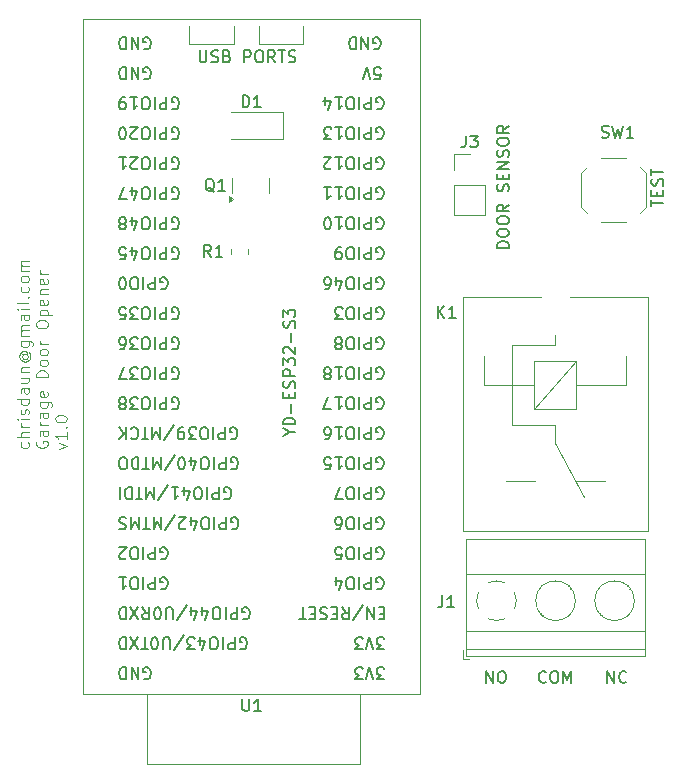
<source format=gbr>
%TF.GenerationSoftware,KiCad,Pcbnew,8.0.6*%
%TF.CreationDate,2024-11-05T11:41:55-08:00*%
%TF.ProjectId,Garage Door Opener,47617261-6765-4204-946f-6f72204f7065,rev?*%
%TF.SameCoordinates,Original*%
%TF.FileFunction,Legend,Top*%
%TF.FilePolarity,Positive*%
%FSLAX46Y46*%
G04 Gerber Fmt 4.6, Leading zero omitted, Abs format (unit mm)*
G04 Created by KiCad (PCBNEW 8.0.6) date 2024-11-05 11:41:55*
%MOMM*%
%LPD*%
G01*
G04 APERTURE LIST*
%ADD10C,0.125000*%
%ADD11C,0.100000*%
%ADD12C,0.200000*%
%ADD13C,0.150000*%
%ADD14C,0.120000*%
G04 APERTURE END LIST*
D10*
X66103612Y-86751097D02*
X66151231Y-86846335D01*
X66151231Y-86846335D02*
X66151231Y-87036811D01*
X66151231Y-87036811D02*
X66103612Y-87132049D01*
X66103612Y-87132049D02*
X66055992Y-87179668D01*
X66055992Y-87179668D02*
X65960754Y-87227287D01*
X65960754Y-87227287D02*
X65675040Y-87227287D01*
X65675040Y-87227287D02*
X65579802Y-87179668D01*
X65579802Y-87179668D02*
X65532183Y-87132049D01*
X65532183Y-87132049D02*
X65484564Y-87036811D01*
X65484564Y-87036811D02*
X65484564Y-86846335D01*
X65484564Y-86846335D02*
X65532183Y-86751097D01*
X66151231Y-86322525D02*
X65151231Y-86322525D01*
X66151231Y-85893954D02*
X65627421Y-85893954D01*
X65627421Y-85893954D02*
X65532183Y-85941573D01*
X65532183Y-85941573D02*
X65484564Y-86036811D01*
X65484564Y-86036811D02*
X65484564Y-86179668D01*
X65484564Y-86179668D02*
X65532183Y-86274906D01*
X65532183Y-86274906D02*
X65579802Y-86322525D01*
X66151231Y-85417763D02*
X65484564Y-85417763D01*
X65675040Y-85417763D02*
X65579802Y-85370144D01*
X65579802Y-85370144D02*
X65532183Y-85322525D01*
X65532183Y-85322525D02*
X65484564Y-85227287D01*
X65484564Y-85227287D02*
X65484564Y-85132049D01*
X66151231Y-84798715D02*
X65484564Y-84798715D01*
X65151231Y-84798715D02*
X65198850Y-84846334D01*
X65198850Y-84846334D02*
X65246469Y-84798715D01*
X65246469Y-84798715D02*
X65198850Y-84751096D01*
X65198850Y-84751096D02*
X65151231Y-84798715D01*
X65151231Y-84798715D02*
X65246469Y-84798715D01*
X66103612Y-84370144D02*
X66151231Y-84274906D01*
X66151231Y-84274906D02*
X66151231Y-84084430D01*
X66151231Y-84084430D02*
X66103612Y-83989192D01*
X66103612Y-83989192D02*
X66008373Y-83941573D01*
X66008373Y-83941573D02*
X65960754Y-83941573D01*
X65960754Y-83941573D02*
X65865516Y-83989192D01*
X65865516Y-83989192D02*
X65817897Y-84084430D01*
X65817897Y-84084430D02*
X65817897Y-84227287D01*
X65817897Y-84227287D02*
X65770278Y-84322525D01*
X65770278Y-84322525D02*
X65675040Y-84370144D01*
X65675040Y-84370144D02*
X65627421Y-84370144D01*
X65627421Y-84370144D02*
X65532183Y-84322525D01*
X65532183Y-84322525D02*
X65484564Y-84227287D01*
X65484564Y-84227287D02*
X65484564Y-84084430D01*
X65484564Y-84084430D02*
X65532183Y-83989192D01*
X66151231Y-83084430D02*
X65151231Y-83084430D01*
X66103612Y-83084430D02*
X66151231Y-83179668D01*
X66151231Y-83179668D02*
X66151231Y-83370144D01*
X66151231Y-83370144D02*
X66103612Y-83465382D01*
X66103612Y-83465382D02*
X66055992Y-83513001D01*
X66055992Y-83513001D02*
X65960754Y-83560620D01*
X65960754Y-83560620D02*
X65675040Y-83560620D01*
X65675040Y-83560620D02*
X65579802Y-83513001D01*
X65579802Y-83513001D02*
X65532183Y-83465382D01*
X65532183Y-83465382D02*
X65484564Y-83370144D01*
X65484564Y-83370144D02*
X65484564Y-83179668D01*
X65484564Y-83179668D02*
X65532183Y-83084430D01*
X66151231Y-82179668D02*
X65627421Y-82179668D01*
X65627421Y-82179668D02*
X65532183Y-82227287D01*
X65532183Y-82227287D02*
X65484564Y-82322525D01*
X65484564Y-82322525D02*
X65484564Y-82513001D01*
X65484564Y-82513001D02*
X65532183Y-82608239D01*
X66103612Y-82179668D02*
X66151231Y-82274906D01*
X66151231Y-82274906D02*
X66151231Y-82513001D01*
X66151231Y-82513001D02*
X66103612Y-82608239D01*
X66103612Y-82608239D02*
X66008373Y-82655858D01*
X66008373Y-82655858D02*
X65913135Y-82655858D01*
X65913135Y-82655858D02*
X65817897Y-82608239D01*
X65817897Y-82608239D02*
X65770278Y-82513001D01*
X65770278Y-82513001D02*
X65770278Y-82274906D01*
X65770278Y-82274906D02*
X65722659Y-82179668D01*
X65484564Y-81274906D02*
X66151231Y-81274906D01*
X65484564Y-81703477D02*
X66008373Y-81703477D01*
X66008373Y-81703477D02*
X66103612Y-81655858D01*
X66103612Y-81655858D02*
X66151231Y-81560620D01*
X66151231Y-81560620D02*
X66151231Y-81417763D01*
X66151231Y-81417763D02*
X66103612Y-81322525D01*
X66103612Y-81322525D02*
X66055992Y-81274906D01*
X65484564Y-80798715D02*
X66151231Y-80798715D01*
X65579802Y-80798715D02*
X65532183Y-80751096D01*
X65532183Y-80751096D02*
X65484564Y-80655858D01*
X65484564Y-80655858D02*
X65484564Y-80513001D01*
X65484564Y-80513001D02*
X65532183Y-80417763D01*
X65532183Y-80417763D02*
X65627421Y-80370144D01*
X65627421Y-80370144D02*
X66151231Y-80370144D01*
X65675040Y-79274906D02*
X65627421Y-79322525D01*
X65627421Y-79322525D02*
X65579802Y-79417763D01*
X65579802Y-79417763D02*
X65579802Y-79513001D01*
X65579802Y-79513001D02*
X65627421Y-79608239D01*
X65627421Y-79608239D02*
X65675040Y-79655858D01*
X65675040Y-79655858D02*
X65770278Y-79703477D01*
X65770278Y-79703477D02*
X65865516Y-79703477D01*
X65865516Y-79703477D02*
X65960754Y-79655858D01*
X65960754Y-79655858D02*
X66008373Y-79608239D01*
X66008373Y-79608239D02*
X66055992Y-79513001D01*
X66055992Y-79513001D02*
X66055992Y-79417763D01*
X66055992Y-79417763D02*
X66008373Y-79322525D01*
X66008373Y-79322525D02*
X65960754Y-79274906D01*
X65579802Y-79274906D02*
X65960754Y-79274906D01*
X65960754Y-79274906D02*
X66008373Y-79227287D01*
X66008373Y-79227287D02*
X66008373Y-79179668D01*
X66008373Y-79179668D02*
X65960754Y-79084429D01*
X65960754Y-79084429D02*
X65865516Y-79036810D01*
X65865516Y-79036810D02*
X65627421Y-79036810D01*
X65627421Y-79036810D02*
X65484564Y-79132049D01*
X65484564Y-79132049D02*
X65389326Y-79274906D01*
X65389326Y-79274906D02*
X65341707Y-79465382D01*
X65341707Y-79465382D02*
X65389326Y-79655858D01*
X65389326Y-79655858D02*
X65484564Y-79798715D01*
X65484564Y-79798715D02*
X65627421Y-79893953D01*
X65627421Y-79893953D02*
X65817897Y-79941572D01*
X65817897Y-79941572D02*
X66008373Y-79893953D01*
X66008373Y-79893953D02*
X66151231Y-79798715D01*
X66151231Y-79798715D02*
X66246469Y-79655858D01*
X66246469Y-79655858D02*
X66294088Y-79465382D01*
X66294088Y-79465382D02*
X66246469Y-79274906D01*
X66246469Y-79274906D02*
X66151231Y-79132049D01*
X65484564Y-78179668D02*
X66294088Y-78179668D01*
X66294088Y-78179668D02*
X66389326Y-78227287D01*
X66389326Y-78227287D02*
X66436945Y-78274906D01*
X66436945Y-78274906D02*
X66484564Y-78370144D01*
X66484564Y-78370144D02*
X66484564Y-78513001D01*
X66484564Y-78513001D02*
X66436945Y-78608239D01*
X66103612Y-78179668D02*
X66151231Y-78274906D01*
X66151231Y-78274906D02*
X66151231Y-78465382D01*
X66151231Y-78465382D02*
X66103612Y-78560620D01*
X66103612Y-78560620D02*
X66055992Y-78608239D01*
X66055992Y-78608239D02*
X65960754Y-78655858D01*
X65960754Y-78655858D02*
X65675040Y-78655858D01*
X65675040Y-78655858D02*
X65579802Y-78608239D01*
X65579802Y-78608239D02*
X65532183Y-78560620D01*
X65532183Y-78560620D02*
X65484564Y-78465382D01*
X65484564Y-78465382D02*
X65484564Y-78274906D01*
X65484564Y-78274906D02*
X65532183Y-78179668D01*
X66151231Y-77703477D02*
X65484564Y-77703477D01*
X65579802Y-77703477D02*
X65532183Y-77655858D01*
X65532183Y-77655858D02*
X65484564Y-77560620D01*
X65484564Y-77560620D02*
X65484564Y-77417763D01*
X65484564Y-77417763D02*
X65532183Y-77322525D01*
X65532183Y-77322525D02*
X65627421Y-77274906D01*
X65627421Y-77274906D02*
X66151231Y-77274906D01*
X65627421Y-77274906D02*
X65532183Y-77227287D01*
X65532183Y-77227287D02*
X65484564Y-77132049D01*
X65484564Y-77132049D02*
X65484564Y-76989192D01*
X65484564Y-76989192D02*
X65532183Y-76893953D01*
X65532183Y-76893953D02*
X65627421Y-76846334D01*
X65627421Y-76846334D02*
X66151231Y-76846334D01*
X66151231Y-75941573D02*
X65627421Y-75941573D01*
X65627421Y-75941573D02*
X65532183Y-75989192D01*
X65532183Y-75989192D02*
X65484564Y-76084430D01*
X65484564Y-76084430D02*
X65484564Y-76274906D01*
X65484564Y-76274906D02*
X65532183Y-76370144D01*
X66103612Y-75941573D02*
X66151231Y-76036811D01*
X66151231Y-76036811D02*
X66151231Y-76274906D01*
X66151231Y-76274906D02*
X66103612Y-76370144D01*
X66103612Y-76370144D02*
X66008373Y-76417763D01*
X66008373Y-76417763D02*
X65913135Y-76417763D01*
X65913135Y-76417763D02*
X65817897Y-76370144D01*
X65817897Y-76370144D02*
X65770278Y-76274906D01*
X65770278Y-76274906D02*
X65770278Y-76036811D01*
X65770278Y-76036811D02*
X65722659Y-75941573D01*
X66151231Y-75465382D02*
X65484564Y-75465382D01*
X65151231Y-75465382D02*
X65198850Y-75513001D01*
X65198850Y-75513001D02*
X65246469Y-75465382D01*
X65246469Y-75465382D02*
X65198850Y-75417763D01*
X65198850Y-75417763D02*
X65151231Y-75465382D01*
X65151231Y-75465382D02*
X65246469Y-75465382D01*
X66151231Y-74846335D02*
X66103612Y-74941573D01*
X66103612Y-74941573D02*
X66008373Y-74989192D01*
X66008373Y-74989192D02*
X65151231Y-74989192D01*
X66055992Y-74465382D02*
X66103612Y-74417763D01*
X66103612Y-74417763D02*
X66151231Y-74465382D01*
X66151231Y-74465382D02*
X66103612Y-74513001D01*
X66103612Y-74513001D02*
X66055992Y-74465382D01*
X66055992Y-74465382D02*
X66151231Y-74465382D01*
X66103612Y-73560621D02*
X66151231Y-73655859D01*
X66151231Y-73655859D02*
X66151231Y-73846335D01*
X66151231Y-73846335D02*
X66103612Y-73941573D01*
X66103612Y-73941573D02*
X66055992Y-73989192D01*
X66055992Y-73989192D02*
X65960754Y-74036811D01*
X65960754Y-74036811D02*
X65675040Y-74036811D01*
X65675040Y-74036811D02*
X65579802Y-73989192D01*
X65579802Y-73989192D02*
X65532183Y-73941573D01*
X65532183Y-73941573D02*
X65484564Y-73846335D01*
X65484564Y-73846335D02*
X65484564Y-73655859D01*
X65484564Y-73655859D02*
X65532183Y-73560621D01*
X66151231Y-72989192D02*
X66103612Y-73084430D01*
X66103612Y-73084430D02*
X66055992Y-73132049D01*
X66055992Y-73132049D02*
X65960754Y-73179668D01*
X65960754Y-73179668D02*
X65675040Y-73179668D01*
X65675040Y-73179668D02*
X65579802Y-73132049D01*
X65579802Y-73132049D02*
X65532183Y-73084430D01*
X65532183Y-73084430D02*
X65484564Y-72989192D01*
X65484564Y-72989192D02*
X65484564Y-72846335D01*
X65484564Y-72846335D02*
X65532183Y-72751097D01*
X65532183Y-72751097D02*
X65579802Y-72703478D01*
X65579802Y-72703478D02*
X65675040Y-72655859D01*
X65675040Y-72655859D02*
X65960754Y-72655859D01*
X65960754Y-72655859D02*
X66055992Y-72703478D01*
X66055992Y-72703478D02*
X66103612Y-72751097D01*
X66103612Y-72751097D02*
X66151231Y-72846335D01*
X66151231Y-72846335D02*
X66151231Y-72989192D01*
X66151231Y-72227287D02*
X65484564Y-72227287D01*
X65579802Y-72227287D02*
X65532183Y-72179668D01*
X65532183Y-72179668D02*
X65484564Y-72084430D01*
X65484564Y-72084430D02*
X65484564Y-71941573D01*
X65484564Y-71941573D02*
X65532183Y-71846335D01*
X65532183Y-71846335D02*
X65627421Y-71798716D01*
X65627421Y-71798716D02*
X66151231Y-71798716D01*
X65627421Y-71798716D02*
X65532183Y-71751097D01*
X65532183Y-71751097D02*
X65484564Y-71655859D01*
X65484564Y-71655859D02*
X65484564Y-71513002D01*
X65484564Y-71513002D02*
X65532183Y-71417763D01*
X65532183Y-71417763D02*
X65627421Y-71370144D01*
X65627421Y-71370144D02*
X66151231Y-71370144D01*
X66808794Y-86655859D02*
X66761175Y-86751097D01*
X66761175Y-86751097D02*
X66761175Y-86893954D01*
X66761175Y-86893954D02*
X66808794Y-87036811D01*
X66808794Y-87036811D02*
X66904032Y-87132049D01*
X66904032Y-87132049D02*
X66999270Y-87179668D01*
X66999270Y-87179668D02*
X67189746Y-87227287D01*
X67189746Y-87227287D02*
X67332603Y-87227287D01*
X67332603Y-87227287D02*
X67523079Y-87179668D01*
X67523079Y-87179668D02*
X67618317Y-87132049D01*
X67618317Y-87132049D02*
X67713556Y-87036811D01*
X67713556Y-87036811D02*
X67761175Y-86893954D01*
X67761175Y-86893954D02*
X67761175Y-86798716D01*
X67761175Y-86798716D02*
X67713556Y-86655859D01*
X67713556Y-86655859D02*
X67665936Y-86608240D01*
X67665936Y-86608240D02*
X67332603Y-86608240D01*
X67332603Y-86608240D02*
X67332603Y-86798716D01*
X67761175Y-85751097D02*
X67237365Y-85751097D01*
X67237365Y-85751097D02*
X67142127Y-85798716D01*
X67142127Y-85798716D02*
X67094508Y-85893954D01*
X67094508Y-85893954D02*
X67094508Y-86084430D01*
X67094508Y-86084430D02*
X67142127Y-86179668D01*
X67713556Y-85751097D02*
X67761175Y-85846335D01*
X67761175Y-85846335D02*
X67761175Y-86084430D01*
X67761175Y-86084430D02*
X67713556Y-86179668D01*
X67713556Y-86179668D02*
X67618317Y-86227287D01*
X67618317Y-86227287D02*
X67523079Y-86227287D01*
X67523079Y-86227287D02*
X67427841Y-86179668D01*
X67427841Y-86179668D02*
X67380222Y-86084430D01*
X67380222Y-86084430D02*
X67380222Y-85846335D01*
X67380222Y-85846335D02*
X67332603Y-85751097D01*
X67761175Y-85274906D02*
X67094508Y-85274906D01*
X67284984Y-85274906D02*
X67189746Y-85227287D01*
X67189746Y-85227287D02*
X67142127Y-85179668D01*
X67142127Y-85179668D02*
X67094508Y-85084430D01*
X67094508Y-85084430D02*
X67094508Y-84989192D01*
X67761175Y-84227287D02*
X67237365Y-84227287D01*
X67237365Y-84227287D02*
X67142127Y-84274906D01*
X67142127Y-84274906D02*
X67094508Y-84370144D01*
X67094508Y-84370144D02*
X67094508Y-84560620D01*
X67094508Y-84560620D02*
X67142127Y-84655858D01*
X67713556Y-84227287D02*
X67761175Y-84322525D01*
X67761175Y-84322525D02*
X67761175Y-84560620D01*
X67761175Y-84560620D02*
X67713556Y-84655858D01*
X67713556Y-84655858D02*
X67618317Y-84703477D01*
X67618317Y-84703477D02*
X67523079Y-84703477D01*
X67523079Y-84703477D02*
X67427841Y-84655858D01*
X67427841Y-84655858D02*
X67380222Y-84560620D01*
X67380222Y-84560620D02*
X67380222Y-84322525D01*
X67380222Y-84322525D02*
X67332603Y-84227287D01*
X67094508Y-83322525D02*
X67904032Y-83322525D01*
X67904032Y-83322525D02*
X67999270Y-83370144D01*
X67999270Y-83370144D02*
X68046889Y-83417763D01*
X68046889Y-83417763D02*
X68094508Y-83513001D01*
X68094508Y-83513001D02*
X68094508Y-83655858D01*
X68094508Y-83655858D02*
X68046889Y-83751096D01*
X67713556Y-83322525D02*
X67761175Y-83417763D01*
X67761175Y-83417763D02*
X67761175Y-83608239D01*
X67761175Y-83608239D02*
X67713556Y-83703477D01*
X67713556Y-83703477D02*
X67665936Y-83751096D01*
X67665936Y-83751096D02*
X67570698Y-83798715D01*
X67570698Y-83798715D02*
X67284984Y-83798715D01*
X67284984Y-83798715D02*
X67189746Y-83751096D01*
X67189746Y-83751096D02*
X67142127Y-83703477D01*
X67142127Y-83703477D02*
X67094508Y-83608239D01*
X67094508Y-83608239D02*
X67094508Y-83417763D01*
X67094508Y-83417763D02*
X67142127Y-83322525D01*
X67713556Y-82465382D02*
X67761175Y-82560620D01*
X67761175Y-82560620D02*
X67761175Y-82751096D01*
X67761175Y-82751096D02*
X67713556Y-82846334D01*
X67713556Y-82846334D02*
X67618317Y-82893953D01*
X67618317Y-82893953D02*
X67237365Y-82893953D01*
X67237365Y-82893953D02*
X67142127Y-82846334D01*
X67142127Y-82846334D02*
X67094508Y-82751096D01*
X67094508Y-82751096D02*
X67094508Y-82560620D01*
X67094508Y-82560620D02*
X67142127Y-82465382D01*
X67142127Y-82465382D02*
X67237365Y-82417763D01*
X67237365Y-82417763D02*
X67332603Y-82417763D01*
X67332603Y-82417763D02*
X67427841Y-82893953D01*
X67761175Y-81227286D02*
X66761175Y-81227286D01*
X66761175Y-81227286D02*
X66761175Y-80989191D01*
X66761175Y-80989191D02*
X66808794Y-80846334D01*
X66808794Y-80846334D02*
X66904032Y-80751096D01*
X66904032Y-80751096D02*
X66999270Y-80703477D01*
X66999270Y-80703477D02*
X67189746Y-80655858D01*
X67189746Y-80655858D02*
X67332603Y-80655858D01*
X67332603Y-80655858D02*
X67523079Y-80703477D01*
X67523079Y-80703477D02*
X67618317Y-80751096D01*
X67618317Y-80751096D02*
X67713556Y-80846334D01*
X67713556Y-80846334D02*
X67761175Y-80989191D01*
X67761175Y-80989191D02*
X67761175Y-81227286D01*
X67761175Y-80084429D02*
X67713556Y-80179667D01*
X67713556Y-80179667D02*
X67665936Y-80227286D01*
X67665936Y-80227286D02*
X67570698Y-80274905D01*
X67570698Y-80274905D02*
X67284984Y-80274905D01*
X67284984Y-80274905D02*
X67189746Y-80227286D01*
X67189746Y-80227286D02*
X67142127Y-80179667D01*
X67142127Y-80179667D02*
X67094508Y-80084429D01*
X67094508Y-80084429D02*
X67094508Y-79941572D01*
X67094508Y-79941572D02*
X67142127Y-79846334D01*
X67142127Y-79846334D02*
X67189746Y-79798715D01*
X67189746Y-79798715D02*
X67284984Y-79751096D01*
X67284984Y-79751096D02*
X67570698Y-79751096D01*
X67570698Y-79751096D02*
X67665936Y-79798715D01*
X67665936Y-79798715D02*
X67713556Y-79846334D01*
X67713556Y-79846334D02*
X67761175Y-79941572D01*
X67761175Y-79941572D02*
X67761175Y-80084429D01*
X67761175Y-79179667D02*
X67713556Y-79274905D01*
X67713556Y-79274905D02*
X67665936Y-79322524D01*
X67665936Y-79322524D02*
X67570698Y-79370143D01*
X67570698Y-79370143D02*
X67284984Y-79370143D01*
X67284984Y-79370143D02*
X67189746Y-79322524D01*
X67189746Y-79322524D02*
X67142127Y-79274905D01*
X67142127Y-79274905D02*
X67094508Y-79179667D01*
X67094508Y-79179667D02*
X67094508Y-79036810D01*
X67094508Y-79036810D02*
X67142127Y-78941572D01*
X67142127Y-78941572D02*
X67189746Y-78893953D01*
X67189746Y-78893953D02*
X67284984Y-78846334D01*
X67284984Y-78846334D02*
X67570698Y-78846334D01*
X67570698Y-78846334D02*
X67665936Y-78893953D01*
X67665936Y-78893953D02*
X67713556Y-78941572D01*
X67713556Y-78941572D02*
X67761175Y-79036810D01*
X67761175Y-79036810D02*
X67761175Y-79179667D01*
X67761175Y-78417762D02*
X67094508Y-78417762D01*
X67284984Y-78417762D02*
X67189746Y-78370143D01*
X67189746Y-78370143D02*
X67142127Y-78322524D01*
X67142127Y-78322524D02*
X67094508Y-78227286D01*
X67094508Y-78227286D02*
X67094508Y-78132048D01*
X66761175Y-76846333D02*
X66761175Y-76655857D01*
X66761175Y-76655857D02*
X66808794Y-76560619D01*
X66808794Y-76560619D02*
X66904032Y-76465381D01*
X66904032Y-76465381D02*
X67094508Y-76417762D01*
X67094508Y-76417762D02*
X67427841Y-76417762D01*
X67427841Y-76417762D02*
X67618317Y-76465381D01*
X67618317Y-76465381D02*
X67713556Y-76560619D01*
X67713556Y-76560619D02*
X67761175Y-76655857D01*
X67761175Y-76655857D02*
X67761175Y-76846333D01*
X67761175Y-76846333D02*
X67713556Y-76941571D01*
X67713556Y-76941571D02*
X67618317Y-77036809D01*
X67618317Y-77036809D02*
X67427841Y-77084428D01*
X67427841Y-77084428D02*
X67094508Y-77084428D01*
X67094508Y-77084428D02*
X66904032Y-77036809D01*
X66904032Y-77036809D02*
X66808794Y-76941571D01*
X66808794Y-76941571D02*
X66761175Y-76846333D01*
X67094508Y-75989190D02*
X68094508Y-75989190D01*
X67142127Y-75989190D02*
X67094508Y-75893952D01*
X67094508Y-75893952D02*
X67094508Y-75703476D01*
X67094508Y-75703476D02*
X67142127Y-75608238D01*
X67142127Y-75608238D02*
X67189746Y-75560619D01*
X67189746Y-75560619D02*
X67284984Y-75513000D01*
X67284984Y-75513000D02*
X67570698Y-75513000D01*
X67570698Y-75513000D02*
X67665936Y-75560619D01*
X67665936Y-75560619D02*
X67713556Y-75608238D01*
X67713556Y-75608238D02*
X67761175Y-75703476D01*
X67761175Y-75703476D02*
X67761175Y-75893952D01*
X67761175Y-75893952D02*
X67713556Y-75989190D01*
X67713556Y-74703476D02*
X67761175Y-74798714D01*
X67761175Y-74798714D02*
X67761175Y-74989190D01*
X67761175Y-74989190D02*
X67713556Y-75084428D01*
X67713556Y-75084428D02*
X67618317Y-75132047D01*
X67618317Y-75132047D02*
X67237365Y-75132047D01*
X67237365Y-75132047D02*
X67142127Y-75084428D01*
X67142127Y-75084428D02*
X67094508Y-74989190D01*
X67094508Y-74989190D02*
X67094508Y-74798714D01*
X67094508Y-74798714D02*
X67142127Y-74703476D01*
X67142127Y-74703476D02*
X67237365Y-74655857D01*
X67237365Y-74655857D02*
X67332603Y-74655857D01*
X67332603Y-74655857D02*
X67427841Y-75132047D01*
X67094508Y-74227285D02*
X67761175Y-74227285D01*
X67189746Y-74227285D02*
X67142127Y-74179666D01*
X67142127Y-74179666D02*
X67094508Y-74084428D01*
X67094508Y-74084428D02*
X67094508Y-73941571D01*
X67094508Y-73941571D02*
X67142127Y-73846333D01*
X67142127Y-73846333D02*
X67237365Y-73798714D01*
X67237365Y-73798714D02*
X67761175Y-73798714D01*
X67713556Y-72941571D02*
X67761175Y-73036809D01*
X67761175Y-73036809D02*
X67761175Y-73227285D01*
X67761175Y-73227285D02*
X67713556Y-73322523D01*
X67713556Y-73322523D02*
X67618317Y-73370142D01*
X67618317Y-73370142D02*
X67237365Y-73370142D01*
X67237365Y-73370142D02*
X67142127Y-73322523D01*
X67142127Y-73322523D02*
X67094508Y-73227285D01*
X67094508Y-73227285D02*
X67094508Y-73036809D01*
X67094508Y-73036809D02*
X67142127Y-72941571D01*
X67142127Y-72941571D02*
X67237365Y-72893952D01*
X67237365Y-72893952D02*
X67332603Y-72893952D01*
X67332603Y-72893952D02*
X67427841Y-73370142D01*
X67761175Y-72465380D02*
X67094508Y-72465380D01*
X67284984Y-72465380D02*
X67189746Y-72417761D01*
X67189746Y-72417761D02*
X67142127Y-72370142D01*
X67142127Y-72370142D02*
X67094508Y-72274904D01*
X67094508Y-72274904D02*
X67094508Y-72179666D01*
X68704452Y-87274906D02*
X69371119Y-87036811D01*
X69371119Y-87036811D02*
X68704452Y-86798716D01*
X69371119Y-85893954D02*
X69371119Y-86465382D01*
X69371119Y-86179668D02*
X68371119Y-86179668D01*
X68371119Y-86179668D02*
X68513976Y-86274906D01*
X68513976Y-86274906D02*
X68609214Y-86370144D01*
X68609214Y-86370144D02*
X68656833Y-86465382D01*
X69275880Y-85465382D02*
X69323500Y-85417763D01*
X69323500Y-85417763D02*
X69371119Y-85465382D01*
X69371119Y-85465382D02*
X69323500Y-85513001D01*
X69323500Y-85513001D02*
X69275880Y-85465382D01*
X69275880Y-85465382D02*
X69371119Y-85465382D01*
X68371119Y-84798716D02*
X68371119Y-84703478D01*
X68371119Y-84703478D02*
X68418738Y-84608240D01*
X68418738Y-84608240D02*
X68466357Y-84560621D01*
X68466357Y-84560621D02*
X68561595Y-84513002D01*
X68561595Y-84513002D02*
X68752071Y-84465383D01*
X68752071Y-84465383D02*
X68990166Y-84465383D01*
X68990166Y-84465383D02*
X69180642Y-84513002D01*
X69180642Y-84513002D02*
X69275880Y-84560621D01*
X69275880Y-84560621D02*
X69323500Y-84608240D01*
X69323500Y-84608240D02*
X69371119Y-84703478D01*
X69371119Y-84703478D02*
X69371119Y-84798716D01*
X69371119Y-84798716D02*
X69323500Y-84893954D01*
X69323500Y-84893954D02*
X69275880Y-84941573D01*
X69275880Y-84941573D02*
X69180642Y-84989192D01*
X69180642Y-84989192D02*
X68990166Y-85036811D01*
X68990166Y-85036811D02*
X68752071Y-85036811D01*
X68752071Y-85036811D02*
X68561595Y-84989192D01*
X68561595Y-84989192D02*
X68466357Y-84941573D01*
X68466357Y-84941573D02*
X68418738Y-84893954D01*
X68418738Y-84893954D02*
X68371119Y-84798716D01*
D11*
X85625000Y-53000000D02*
X89375000Y-53000000D01*
X85625000Y-51500000D02*
X85625000Y-53000000D01*
X89375000Y-53000000D02*
X89375000Y-51500000D01*
X83500000Y-53000000D02*
X83500000Y-51500000D01*
X79750000Y-53000000D02*
X83500000Y-53000000D01*
X79750000Y-51500000D02*
X79750000Y-53000000D01*
D12*
X80619673Y-53567219D02*
X80619673Y-54376742D01*
X80619673Y-54376742D02*
X80667292Y-54471980D01*
X80667292Y-54471980D02*
X80714911Y-54519600D01*
X80714911Y-54519600D02*
X80810149Y-54567219D01*
X80810149Y-54567219D02*
X81000625Y-54567219D01*
X81000625Y-54567219D02*
X81095863Y-54519600D01*
X81095863Y-54519600D02*
X81143482Y-54471980D01*
X81143482Y-54471980D02*
X81191101Y-54376742D01*
X81191101Y-54376742D02*
X81191101Y-53567219D01*
X81619673Y-54519600D02*
X81762530Y-54567219D01*
X81762530Y-54567219D02*
X82000625Y-54567219D01*
X82000625Y-54567219D02*
X82095863Y-54519600D01*
X82095863Y-54519600D02*
X82143482Y-54471980D01*
X82143482Y-54471980D02*
X82191101Y-54376742D01*
X82191101Y-54376742D02*
X82191101Y-54281504D01*
X82191101Y-54281504D02*
X82143482Y-54186266D01*
X82143482Y-54186266D02*
X82095863Y-54138647D01*
X82095863Y-54138647D02*
X82000625Y-54091028D01*
X82000625Y-54091028D02*
X81810149Y-54043409D01*
X81810149Y-54043409D02*
X81714911Y-53995790D01*
X81714911Y-53995790D02*
X81667292Y-53948171D01*
X81667292Y-53948171D02*
X81619673Y-53852933D01*
X81619673Y-53852933D02*
X81619673Y-53757695D01*
X81619673Y-53757695D02*
X81667292Y-53662457D01*
X81667292Y-53662457D02*
X81714911Y-53614838D01*
X81714911Y-53614838D02*
X81810149Y-53567219D01*
X81810149Y-53567219D02*
X82048244Y-53567219D01*
X82048244Y-53567219D02*
X82191101Y-53614838D01*
X82953006Y-54043409D02*
X83095863Y-54091028D01*
X83095863Y-54091028D02*
X83143482Y-54138647D01*
X83143482Y-54138647D02*
X83191101Y-54233885D01*
X83191101Y-54233885D02*
X83191101Y-54376742D01*
X83191101Y-54376742D02*
X83143482Y-54471980D01*
X83143482Y-54471980D02*
X83095863Y-54519600D01*
X83095863Y-54519600D02*
X83000625Y-54567219D01*
X83000625Y-54567219D02*
X82619673Y-54567219D01*
X82619673Y-54567219D02*
X82619673Y-53567219D01*
X82619673Y-53567219D02*
X82953006Y-53567219D01*
X82953006Y-53567219D02*
X83048244Y-53614838D01*
X83048244Y-53614838D02*
X83095863Y-53662457D01*
X83095863Y-53662457D02*
X83143482Y-53757695D01*
X83143482Y-53757695D02*
X83143482Y-53852933D01*
X83143482Y-53852933D02*
X83095863Y-53948171D01*
X83095863Y-53948171D02*
X83048244Y-53995790D01*
X83048244Y-53995790D02*
X82953006Y-54043409D01*
X82953006Y-54043409D02*
X82619673Y-54043409D01*
X84381578Y-54567219D02*
X84381578Y-53567219D01*
X84381578Y-53567219D02*
X84762530Y-53567219D01*
X84762530Y-53567219D02*
X84857768Y-53614838D01*
X84857768Y-53614838D02*
X84905387Y-53662457D01*
X84905387Y-53662457D02*
X84953006Y-53757695D01*
X84953006Y-53757695D02*
X84953006Y-53900552D01*
X84953006Y-53900552D02*
X84905387Y-53995790D01*
X84905387Y-53995790D02*
X84857768Y-54043409D01*
X84857768Y-54043409D02*
X84762530Y-54091028D01*
X84762530Y-54091028D02*
X84381578Y-54091028D01*
X85572054Y-53567219D02*
X85762530Y-53567219D01*
X85762530Y-53567219D02*
X85857768Y-53614838D01*
X85857768Y-53614838D02*
X85953006Y-53710076D01*
X85953006Y-53710076D02*
X86000625Y-53900552D01*
X86000625Y-53900552D02*
X86000625Y-54233885D01*
X86000625Y-54233885D02*
X85953006Y-54424361D01*
X85953006Y-54424361D02*
X85857768Y-54519600D01*
X85857768Y-54519600D02*
X85762530Y-54567219D01*
X85762530Y-54567219D02*
X85572054Y-54567219D01*
X85572054Y-54567219D02*
X85476816Y-54519600D01*
X85476816Y-54519600D02*
X85381578Y-54424361D01*
X85381578Y-54424361D02*
X85333959Y-54233885D01*
X85333959Y-54233885D02*
X85333959Y-53900552D01*
X85333959Y-53900552D02*
X85381578Y-53710076D01*
X85381578Y-53710076D02*
X85476816Y-53614838D01*
X85476816Y-53614838D02*
X85572054Y-53567219D01*
X87000625Y-54567219D02*
X86667292Y-54091028D01*
X86429197Y-54567219D02*
X86429197Y-53567219D01*
X86429197Y-53567219D02*
X86810149Y-53567219D01*
X86810149Y-53567219D02*
X86905387Y-53614838D01*
X86905387Y-53614838D02*
X86953006Y-53662457D01*
X86953006Y-53662457D02*
X87000625Y-53757695D01*
X87000625Y-53757695D02*
X87000625Y-53900552D01*
X87000625Y-53900552D02*
X86953006Y-53995790D01*
X86953006Y-53995790D02*
X86905387Y-54043409D01*
X86905387Y-54043409D02*
X86810149Y-54091028D01*
X86810149Y-54091028D02*
X86429197Y-54091028D01*
X87286340Y-53567219D02*
X87857768Y-53567219D01*
X87572054Y-54567219D02*
X87572054Y-53567219D01*
X88143483Y-54519600D02*
X88286340Y-54567219D01*
X88286340Y-54567219D02*
X88524435Y-54567219D01*
X88524435Y-54567219D02*
X88619673Y-54519600D01*
X88619673Y-54519600D02*
X88667292Y-54471980D01*
X88667292Y-54471980D02*
X88714911Y-54376742D01*
X88714911Y-54376742D02*
X88714911Y-54281504D01*
X88714911Y-54281504D02*
X88667292Y-54186266D01*
X88667292Y-54186266D02*
X88619673Y-54138647D01*
X88619673Y-54138647D02*
X88524435Y-54091028D01*
X88524435Y-54091028D02*
X88333959Y-54043409D01*
X88333959Y-54043409D02*
X88238721Y-53995790D01*
X88238721Y-53995790D02*
X88191102Y-53948171D01*
X88191102Y-53948171D02*
X88143483Y-53852933D01*
X88143483Y-53852933D02*
X88143483Y-53757695D01*
X88143483Y-53757695D02*
X88191102Y-53662457D01*
X88191102Y-53662457D02*
X88238721Y-53614838D01*
X88238721Y-53614838D02*
X88333959Y-53567219D01*
X88333959Y-53567219D02*
X88572054Y-53567219D01*
X88572054Y-53567219D02*
X88714911Y-53614838D01*
X106797219Y-70290326D02*
X105797219Y-70290326D01*
X105797219Y-70290326D02*
X105797219Y-70052231D01*
X105797219Y-70052231D02*
X105844838Y-69909374D01*
X105844838Y-69909374D02*
X105940076Y-69814136D01*
X105940076Y-69814136D02*
X106035314Y-69766517D01*
X106035314Y-69766517D02*
X106225790Y-69718898D01*
X106225790Y-69718898D02*
X106368647Y-69718898D01*
X106368647Y-69718898D02*
X106559123Y-69766517D01*
X106559123Y-69766517D02*
X106654361Y-69814136D01*
X106654361Y-69814136D02*
X106749600Y-69909374D01*
X106749600Y-69909374D02*
X106797219Y-70052231D01*
X106797219Y-70052231D02*
X106797219Y-70290326D01*
X105797219Y-69099850D02*
X105797219Y-68909374D01*
X105797219Y-68909374D02*
X105844838Y-68814136D01*
X105844838Y-68814136D02*
X105940076Y-68718898D01*
X105940076Y-68718898D02*
X106130552Y-68671279D01*
X106130552Y-68671279D02*
X106463885Y-68671279D01*
X106463885Y-68671279D02*
X106654361Y-68718898D01*
X106654361Y-68718898D02*
X106749600Y-68814136D01*
X106749600Y-68814136D02*
X106797219Y-68909374D01*
X106797219Y-68909374D02*
X106797219Y-69099850D01*
X106797219Y-69099850D02*
X106749600Y-69195088D01*
X106749600Y-69195088D02*
X106654361Y-69290326D01*
X106654361Y-69290326D02*
X106463885Y-69337945D01*
X106463885Y-69337945D02*
X106130552Y-69337945D01*
X106130552Y-69337945D02*
X105940076Y-69290326D01*
X105940076Y-69290326D02*
X105844838Y-69195088D01*
X105844838Y-69195088D02*
X105797219Y-69099850D01*
X105797219Y-68052231D02*
X105797219Y-67861755D01*
X105797219Y-67861755D02*
X105844838Y-67766517D01*
X105844838Y-67766517D02*
X105940076Y-67671279D01*
X105940076Y-67671279D02*
X106130552Y-67623660D01*
X106130552Y-67623660D02*
X106463885Y-67623660D01*
X106463885Y-67623660D02*
X106654361Y-67671279D01*
X106654361Y-67671279D02*
X106749600Y-67766517D01*
X106749600Y-67766517D02*
X106797219Y-67861755D01*
X106797219Y-67861755D02*
X106797219Y-68052231D01*
X106797219Y-68052231D02*
X106749600Y-68147469D01*
X106749600Y-68147469D02*
X106654361Y-68242707D01*
X106654361Y-68242707D02*
X106463885Y-68290326D01*
X106463885Y-68290326D02*
X106130552Y-68290326D01*
X106130552Y-68290326D02*
X105940076Y-68242707D01*
X105940076Y-68242707D02*
X105844838Y-68147469D01*
X105844838Y-68147469D02*
X105797219Y-68052231D01*
X106797219Y-66623660D02*
X106321028Y-66956993D01*
X106797219Y-67195088D02*
X105797219Y-67195088D01*
X105797219Y-67195088D02*
X105797219Y-66814136D01*
X105797219Y-66814136D02*
X105844838Y-66718898D01*
X105844838Y-66718898D02*
X105892457Y-66671279D01*
X105892457Y-66671279D02*
X105987695Y-66623660D01*
X105987695Y-66623660D02*
X106130552Y-66623660D01*
X106130552Y-66623660D02*
X106225790Y-66671279D01*
X106225790Y-66671279D02*
X106273409Y-66718898D01*
X106273409Y-66718898D02*
X106321028Y-66814136D01*
X106321028Y-66814136D02*
X106321028Y-67195088D01*
X106749600Y-65480802D02*
X106797219Y-65337945D01*
X106797219Y-65337945D02*
X106797219Y-65099850D01*
X106797219Y-65099850D02*
X106749600Y-65004612D01*
X106749600Y-65004612D02*
X106701980Y-64956993D01*
X106701980Y-64956993D02*
X106606742Y-64909374D01*
X106606742Y-64909374D02*
X106511504Y-64909374D01*
X106511504Y-64909374D02*
X106416266Y-64956993D01*
X106416266Y-64956993D02*
X106368647Y-65004612D01*
X106368647Y-65004612D02*
X106321028Y-65099850D01*
X106321028Y-65099850D02*
X106273409Y-65290326D01*
X106273409Y-65290326D02*
X106225790Y-65385564D01*
X106225790Y-65385564D02*
X106178171Y-65433183D01*
X106178171Y-65433183D02*
X106082933Y-65480802D01*
X106082933Y-65480802D02*
X105987695Y-65480802D01*
X105987695Y-65480802D02*
X105892457Y-65433183D01*
X105892457Y-65433183D02*
X105844838Y-65385564D01*
X105844838Y-65385564D02*
X105797219Y-65290326D01*
X105797219Y-65290326D02*
X105797219Y-65052231D01*
X105797219Y-65052231D02*
X105844838Y-64909374D01*
X106273409Y-64480802D02*
X106273409Y-64147469D01*
X106797219Y-64004612D02*
X106797219Y-64480802D01*
X106797219Y-64480802D02*
X105797219Y-64480802D01*
X105797219Y-64480802D02*
X105797219Y-64004612D01*
X106797219Y-63576040D02*
X105797219Y-63576040D01*
X105797219Y-63576040D02*
X106797219Y-63004612D01*
X106797219Y-63004612D02*
X105797219Y-63004612D01*
X106749600Y-62576040D02*
X106797219Y-62433183D01*
X106797219Y-62433183D02*
X106797219Y-62195088D01*
X106797219Y-62195088D02*
X106749600Y-62099850D01*
X106749600Y-62099850D02*
X106701980Y-62052231D01*
X106701980Y-62052231D02*
X106606742Y-62004612D01*
X106606742Y-62004612D02*
X106511504Y-62004612D01*
X106511504Y-62004612D02*
X106416266Y-62052231D01*
X106416266Y-62052231D02*
X106368647Y-62099850D01*
X106368647Y-62099850D02*
X106321028Y-62195088D01*
X106321028Y-62195088D02*
X106273409Y-62385564D01*
X106273409Y-62385564D02*
X106225790Y-62480802D01*
X106225790Y-62480802D02*
X106178171Y-62528421D01*
X106178171Y-62528421D02*
X106082933Y-62576040D01*
X106082933Y-62576040D02*
X105987695Y-62576040D01*
X105987695Y-62576040D02*
X105892457Y-62528421D01*
X105892457Y-62528421D02*
X105844838Y-62480802D01*
X105844838Y-62480802D02*
X105797219Y-62385564D01*
X105797219Y-62385564D02*
X105797219Y-62147469D01*
X105797219Y-62147469D02*
X105844838Y-62004612D01*
X105797219Y-61385564D02*
X105797219Y-61195088D01*
X105797219Y-61195088D02*
X105844838Y-61099850D01*
X105844838Y-61099850D02*
X105940076Y-61004612D01*
X105940076Y-61004612D02*
X106130552Y-60956993D01*
X106130552Y-60956993D02*
X106463885Y-60956993D01*
X106463885Y-60956993D02*
X106654361Y-61004612D01*
X106654361Y-61004612D02*
X106749600Y-61099850D01*
X106749600Y-61099850D02*
X106797219Y-61195088D01*
X106797219Y-61195088D02*
X106797219Y-61385564D01*
X106797219Y-61385564D02*
X106749600Y-61480802D01*
X106749600Y-61480802D02*
X106654361Y-61576040D01*
X106654361Y-61576040D02*
X106463885Y-61623659D01*
X106463885Y-61623659D02*
X106130552Y-61623659D01*
X106130552Y-61623659D02*
X105940076Y-61576040D01*
X105940076Y-61576040D02*
X105844838Y-61480802D01*
X105844838Y-61480802D02*
X105797219Y-61385564D01*
X106797219Y-59956993D02*
X106321028Y-60290326D01*
X106797219Y-60528421D02*
X105797219Y-60528421D01*
X105797219Y-60528421D02*
X105797219Y-60147469D01*
X105797219Y-60147469D02*
X105844838Y-60052231D01*
X105844838Y-60052231D02*
X105892457Y-60004612D01*
X105892457Y-60004612D02*
X105987695Y-59956993D01*
X105987695Y-59956993D02*
X106130552Y-59956993D01*
X106130552Y-59956993D02*
X106225790Y-60004612D01*
X106225790Y-60004612D02*
X106273409Y-60052231D01*
X106273409Y-60052231D02*
X106321028Y-60147469D01*
X106321028Y-60147469D02*
X106321028Y-60528421D01*
X118867219Y-66773183D02*
X118867219Y-66201755D01*
X119867219Y-66487469D02*
X118867219Y-66487469D01*
X119343409Y-65868421D02*
X119343409Y-65535088D01*
X119867219Y-65392231D02*
X119867219Y-65868421D01*
X119867219Y-65868421D02*
X118867219Y-65868421D01*
X118867219Y-65868421D02*
X118867219Y-65392231D01*
X119819600Y-65011278D02*
X119867219Y-64868421D01*
X119867219Y-64868421D02*
X119867219Y-64630326D01*
X119867219Y-64630326D02*
X119819600Y-64535088D01*
X119819600Y-64535088D02*
X119771980Y-64487469D01*
X119771980Y-64487469D02*
X119676742Y-64439850D01*
X119676742Y-64439850D02*
X119581504Y-64439850D01*
X119581504Y-64439850D02*
X119486266Y-64487469D01*
X119486266Y-64487469D02*
X119438647Y-64535088D01*
X119438647Y-64535088D02*
X119391028Y-64630326D01*
X119391028Y-64630326D02*
X119343409Y-64820802D01*
X119343409Y-64820802D02*
X119295790Y-64916040D01*
X119295790Y-64916040D02*
X119248171Y-64963659D01*
X119248171Y-64963659D02*
X119152933Y-65011278D01*
X119152933Y-65011278D02*
X119057695Y-65011278D01*
X119057695Y-65011278D02*
X118962457Y-64963659D01*
X118962457Y-64963659D02*
X118914838Y-64916040D01*
X118914838Y-64916040D02*
X118867219Y-64820802D01*
X118867219Y-64820802D02*
X118867219Y-64582707D01*
X118867219Y-64582707D02*
X118914838Y-64439850D01*
X118867219Y-64154135D02*
X118867219Y-63582707D01*
X119867219Y-63868421D02*
X118867219Y-63868421D01*
X115119673Y-107117219D02*
X115119673Y-106117219D01*
X115119673Y-106117219D02*
X115691101Y-107117219D01*
X115691101Y-107117219D02*
X115691101Y-106117219D01*
X116738720Y-107021980D02*
X116691101Y-107069600D01*
X116691101Y-107069600D02*
X116548244Y-107117219D01*
X116548244Y-107117219D02*
X116453006Y-107117219D01*
X116453006Y-107117219D02*
X116310149Y-107069600D01*
X116310149Y-107069600D02*
X116214911Y-106974361D01*
X116214911Y-106974361D02*
X116167292Y-106879123D01*
X116167292Y-106879123D02*
X116119673Y-106688647D01*
X116119673Y-106688647D02*
X116119673Y-106545790D01*
X116119673Y-106545790D02*
X116167292Y-106355314D01*
X116167292Y-106355314D02*
X116214911Y-106260076D01*
X116214911Y-106260076D02*
X116310149Y-106164838D01*
X116310149Y-106164838D02*
X116453006Y-106117219D01*
X116453006Y-106117219D02*
X116548244Y-106117219D01*
X116548244Y-106117219D02*
X116691101Y-106164838D01*
X116691101Y-106164838D02*
X116738720Y-106212457D01*
X109941101Y-107021980D02*
X109893482Y-107069600D01*
X109893482Y-107069600D02*
X109750625Y-107117219D01*
X109750625Y-107117219D02*
X109655387Y-107117219D01*
X109655387Y-107117219D02*
X109512530Y-107069600D01*
X109512530Y-107069600D02*
X109417292Y-106974361D01*
X109417292Y-106974361D02*
X109369673Y-106879123D01*
X109369673Y-106879123D02*
X109322054Y-106688647D01*
X109322054Y-106688647D02*
X109322054Y-106545790D01*
X109322054Y-106545790D02*
X109369673Y-106355314D01*
X109369673Y-106355314D02*
X109417292Y-106260076D01*
X109417292Y-106260076D02*
X109512530Y-106164838D01*
X109512530Y-106164838D02*
X109655387Y-106117219D01*
X109655387Y-106117219D02*
X109750625Y-106117219D01*
X109750625Y-106117219D02*
X109893482Y-106164838D01*
X109893482Y-106164838D02*
X109941101Y-106212457D01*
X110560149Y-106117219D02*
X110750625Y-106117219D01*
X110750625Y-106117219D02*
X110845863Y-106164838D01*
X110845863Y-106164838D02*
X110941101Y-106260076D01*
X110941101Y-106260076D02*
X110988720Y-106450552D01*
X110988720Y-106450552D02*
X110988720Y-106783885D01*
X110988720Y-106783885D02*
X110941101Y-106974361D01*
X110941101Y-106974361D02*
X110845863Y-107069600D01*
X110845863Y-107069600D02*
X110750625Y-107117219D01*
X110750625Y-107117219D02*
X110560149Y-107117219D01*
X110560149Y-107117219D02*
X110464911Y-107069600D01*
X110464911Y-107069600D02*
X110369673Y-106974361D01*
X110369673Y-106974361D02*
X110322054Y-106783885D01*
X110322054Y-106783885D02*
X110322054Y-106450552D01*
X110322054Y-106450552D02*
X110369673Y-106260076D01*
X110369673Y-106260076D02*
X110464911Y-106164838D01*
X110464911Y-106164838D02*
X110560149Y-106117219D01*
X111417292Y-107117219D02*
X111417292Y-106117219D01*
X111417292Y-106117219D02*
X111750625Y-106831504D01*
X111750625Y-106831504D02*
X112083958Y-106117219D01*
X112083958Y-106117219D02*
X112083958Y-107117219D01*
X104869673Y-107117219D02*
X104869673Y-106117219D01*
X104869673Y-106117219D02*
X105441101Y-107117219D01*
X105441101Y-107117219D02*
X105441101Y-106117219D01*
X106107768Y-106117219D02*
X106298244Y-106117219D01*
X106298244Y-106117219D02*
X106393482Y-106164838D01*
X106393482Y-106164838D02*
X106488720Y-106260076D01*
X106488720Y-106260076D02*
X106536339Y-106450552D01*
X106536339Y-106450552D02*
X106536339Y-106783885D01*
X106536339Y-106783885D02*
X106488720Y-106974361D01*
X106488720Y-106974361D02*
X106393482Y-107069600D01*
X106393482Y-107069600D02*
X106298244Y-107117219D01*
X106298244Y-107117219D02*
X106107768Y-107117219D01*
X106107768Y-107117219D02*
X106012530Y-107069600D01*
X106012530Y-107069600D02*
X105917292Y-106974361D01*
X105917292Y-106974361D02*
X105869673Y-106783885D01*
X105869673Y-106783885D02*
X105869673Y-106450552D01*
X105869673Y-106450552D02*
X105917292Y-106260076D01*
X105917292Y-106260076D02*
X106012530Y-106164838D01*
X106012530Y-106164838D02*
X106107768Y-106117219D01*
D13*
X84238094Y-108492099D02*
X84238094Y-109301622D01*
X84238094Y-109301622D02*
X84285713Y-109396860D01*
X84285713Y-109396860D02*
X84333332Y-109444480D01*
X84333332Y-109444480D02*
X84428570Y-109492099D01*
X84428570Y-109492099D02*
X84619046Y-109492099D01*
X84619046Y-109492099D02*
X84714284Y-109444480D01*
X84714284Y-109444480D02*
X84761903Y-109396860D01*
X84761903Y-109396860D02*
X84809522Y-109301622D01*
X84809522Y-109301622D02*
X84809522Y-108492099D01*
X85809522Y-109492099D02*
X85238094Y-109492099D01*
X85523808Y-109492099D02*
X85523808Y-108492099D01*
X85523808Y-108492099D02*
X85428570Y-108634956D01*
X85428570Y-108634956D02*
X85333332Y-108730194D01*
X85333332Y-108730194D02*
X85238094Y-108777813D01*
X88228628Y-85888708D02*
X88704819Y-85888708D01*
X87704819Y-86222041D02*
X88228628Y-85888708D01*
X88228628Y-85888708D02*
X87704819Y-85555375D01*
X88704819Y-85222041D02*
X87704819Y-85222041D01*
X87704819Y-85222041D02*
X87704819Y-84983946D01*
X87704819Y-84983946D02*
X87752438Y-84841089D01*
X87752438Y-84841089D02*
X87847676Y-84745851D01*
X87847676Y-84745851D02*
X87942914Y-84698232D01*
X87942914Y-84698232D02*
X88133390Y-84650613D01*
X88133390Y-84650613D02*
X88276247Y-84650613D01*
X88276247Y-84650613D02*
X88466723Y-84698232D01*
X88466723Y-84698232D02*
X88561961Y-84745851D01*
X88561961Y-84745851D02*
X88657200Y-84841089D01*
X88657200Y-84841089D02*
X88704819Y-84983946D01*
X88704819Y-84983946D02*
X88704819Y-85222041D01*
X88323866Y-84222041D02*
X88323866Y-83460137D01*
X88181009Y-82983946D02*
X88181009Y-82650613D01*
X88704819Y-82507756D02*
X88704819Y-82983946D01*
X88704819Y-82983946D02*
X87704819Y-82983946D01*
X87704819Y-82983946D02*
X87704819Y-82507756D01*
X88657200Y-82126803D02*
X88704819Y-81983946D01*
X88704819Y-81983946D02*
X88704819Y-81745851D01*
X88704819Y-81745851D02*
X88657200Y-81650613D01*
X88657200Y-81650613D02*
X88609580Y-81602994D01*
X88609580Y-81602994D02*
X88514342Y-81555375D01*
X88514342Y-81555375D02*
X88419104Y-81555375D01*
X88419104Y-81555375D02*
X88323866Y-81602994D01*
X88323866Y-81602994D02*
X88276247Y-81650613D01*
X88276247Y-81650613D02*
X88228628Y-81745851D01*
X88228628Y-81745851D02*
X88181009Y-81936327D01*
X88181009Y-81936327D02*
X88133390Y-82031565D01*
X88133390Y-82031565D02*
X88085771Y-82079184D01*
X88085771Y-82079184D02*
X87990533Y-82126803D01*
X87990533Y-82126803D02*
X87895295Y-82126803D01*
X87895295Y-82126803D02*
X87800057Y-82079184D01*
X87800057Y-82079184D02*
X87752438Y-82031565D01*
X87752438Y-82031565D02*
X87704819Y-81936327D01*
X87704819Y-81936327D02*
X87704819Y-81698232D01*
X87704819Y-81698232D02*
X87752438Y-81555375D01*
X88704819Y-81126803D02*
X87704819Y-81126803D01*
X87704819Y-81126803D02*
X87704819Y-80745851D01*
X87704819Y-80745851D02*
X87752438Y-80650613D01*
X87752438Y-80650613D02*
X87800057Y-80602994D01*
X87800057Y-80602994D02*
X87895295Y-80555375D01*
X87895295Y-80555375D02*
X88038152Y-80555375D01*
X88038152Y-80555375D02*
X88133390Y-80602994D01*
X88133390Y-80602994D02*
X88181009Y-80650613D01*
X88181009Y-80650613D02*
X88228628Y-80745851D01*
X88228628Y-80745851D02*
X88228628Y-81126803D01*
X87704819Y-80222041D02*
X87704819Y-79602994D01*
X87704819Y-79602994D02*
X88085771Y-79936327D01*
X88085771Y-79936327D02*
X88085771Y-79793470D01*
X88085771Y-79793470D02*
X88133390Y-79698232D01*
X88133390Y-79698232D02*
X88181009Y-79650613D01*
X88181009Y-79650613D02*
X88276247Y-79602994D01*
X88276247Y-79602994D02*
X88514342Y-79602994D01*
X88514342Y-79602994D02*
X88609580Y-79650613D01*
X88609580Y-79650613D02*
X88657200Y-79698232D01*
X88657200Y-79698232D02*
X88704819Y-79793470D01*
X88704819Y-79793470D02*
X88704819Y-80079184D01*
X88704819Y-80079184D02*
X88657200Y-80174422D01*
X88657200Y-80174422D02*
X88609580Y-80222041D01*
X87800057Y-79222041D02*
X87752438Y-79174422D01*
X87752438Y-79174422D02*
X87704819Y-79079184D01*
X87704819Y-79079184D02*
X87704819Y-78841089D01*
X87704819Y-78841089D02*
X87752438Y-78745851D01*
X87752438Y-78745851D02*
X87800057Y-78698232D01*
X87800057Y-78698232D02*
X87895295Y-78650613D01*
X87895295Y-78650613D02*
X87990533Y-78650613D01*
X87990533Y-78650613D02*
X88133390Y-78698232D01*
X88133390Y-78698232D02*
X88704819Y-79269660D01*
X88704819Y-79269660D02*
X88704819Y-78650613D01*
X88323866Y-78222041D02*
X88323866Y-77460137D01*
X88657200Y-77031565D02*
X88704819Y-76888708D01*
X88704819Y-76888708D02*
X88704819Y-76650613D01*
X88704819Y-76650613D02*
X88657200Y-76555375D01*
X88657200Y-76555375D02*
X88609580Y-76507756D01*
X88609580Y-76507756D02*
X88514342Y-76460137D01*
X88514342Y-76460137D02*
X88419104Y-76460137D01*
X88419104Y-76460137D02*
X88323866Y-76507756D01*
X88323866Y-76507756D02*
X88276247Y-76555375D01*
X88276247Y-76555375D02*
X88228628Y-76650613D01*
X88228628Y-76650613D02*
X88181009Y-76841089D01*
X88181009Y-76841089D02*
X88133390Y-76936327D01*
X88133390Y-76936327D02*
X88085771Y-76983946D01*
X88085771Y-76983946D02*
X87990533Y-77031565D01*
X87990533Y-77031565D02*
X87895295Y-77031565D01*
X87895295Y-77031565D02*
X87800057Y-76983946D01*
X87800057Y-76983946D02*
X87752438Y-76936327D01*
X87752438Y-76936327D02*
X87704819Y-76841089D01*
X87704819Y-76841089D02*
X87704819Y-76602994D01*
X87704819Y-76602994D02*
X87752438Y-76460137D01*
X87704819Y-76126803D02*
X87704819Y-75507756D01*
X87704819Y-75507756D02*
X88085771Y-75841089D01*
X88085771Y-75841089D02*
X88085771Y-75698232D01*
X88085771Y-75698232D02*
X88133390Y-75602994D01*
X88133390Y-75602994D02*
X88181009Y-75555375D01*
X88181009Y-75555375D02*
X88276247Y-75507756D01*
X88276247Y-75507756D02*
X88514342Y-75507756D01*
X88514342Y-75507756D02*
X88609580Y-75555375D01*
X88609580Y-75555375D02*
X88657200Y-75602994D01*
X88657200Y-75602994D02*
X88704819Y-75698232D01*
X88704819Y-75698232D02*
X88704819Y-75983946D01*
X88704819Y-75983946D02*
X88657200Y-76079184D01*
X88657200Y-76079184D02*
X88609580Y-76126803D01*
X95619411Y-68654841D02*
X95714649Y-68702460D01*
X95714649Y-68702460D02*
X95857506Y-68702460D01*
X95857506Y-68702460D02*
X96000363Y-68654841D01*
X96000363Y-68654841D02*
X96095601Y-68559603D01*
X96095601Y-68559603D02*
X96143220Y-68464365D01*
X96143220Y-68464365D02*
X96190839Y-68273889D01*
X96190839Y-68273889D02*
X96190839Y-68131032D01*
X96190839Y-68131032D02*
X96143220Y-67940556D01*
X96143220Y-67940556D02*
X96095601Y-67845318D01*
X96095601Y-67845318D02*
X96000363Y-67750080D01*
X96000363Y-67750080D02*
X95857506Y-67702460D01*
X95857506Y-67702460D02*
X95762268Y-67702460D01*
X95762268Y-67702460D02*
X95619411Y-67750080D01*
X95619411Y-67750080D02*
X95571792Y-67797699D01*
X95571792Y-67797699D02*
X95571792Y-68131032D01*
X95571792Y-68131032D02*
X95762268Y-68131032D01*
X95143220Y-67702460D02*
X95143220Y-68702460D01*
X95143220Y-68702460D02*
X94762268Y-68702460D01*
X94762268Y-68702460D02*
X94667030Y-68654841D01*
X94667030Y-68654841D02*
X94619411Y-68607222D01*
X94619411Y-68607222D02*
X94571792Y-68511984D01*
X94571792Y-68511984D02*
X94571792Y-68369127D01*
X94571792Y-68369127D02*
X94619411Y-68273889D01*
X94619411Y-68273889D02*
X94667030Y-68226270D01*
X94667030Y-68226270D02*
X94762268Y-68178651D01*
X94762268Y-68178651D02*
X95143220Y-68178651D01*
X94143220Y-67702460D02*
X94143220Y-68702460D01*
X93476554Y-68702460D02*
X93286078Y-68702460D01*
X93286078Y-68702460D02*
X93190840Y-68654841D01*
X93190840Y-68654841D02*
X93095602Y-68559603D01*
X93095602Y-68559603D02*
X93047983Y-68369127D01*
X93047983Y-68369127D02*
X93047983Y-68035794D01*
X93047983Y-68035794D02*
X93095602Y-67845318D01*
X93095602Y-67845318D02*
X93190840Y-67750080D01*
X93190840Y-67750080D02*
X93286078Y-67702460D01*
X93286078Y-67702460D02*
X93476554Y-67702460D01*
X93476554Y-67702460D02*
X93571792Y-67750080D01*
X93571792Y-67750080D02*
X93667030Y-67845318D01*
X93667030Y-67845318D02*
X93714649Y-68035794D01*
X93714649Y-68035794D02*
X93714649Y-68369127D01*
X93714649Y-68369127D02*
X93667030Y-68559603D01*
X93667030Y-68559603D02*
X93571792Y-68654841D01*
X93571792Y-68654841D02*
X93476554Y-68702460D01*
X92095602Y-67702460D02*
X92667030Y-67702460D01*
X92381316Y-67702460D02*
X92381316Y-68702460D01*
X92381316Y-68702460D02*
X92476554Y-68559603D01*
X92476554Y-68559603D02*
X92571792Y-68464365D01*
X92571792Y-68464365D02*
X92667030Y-68416746D01*
X91476554Y-68702460D02*
X91381316Y-68702460D01*
X91381316Y-68702460D02*
X91286078Y-68654841D01*
X91286078Y-68654841D02*
X91238459Y-68607222D01*
X91238459Y-68607222D02*
X91190840Y-68511984D01*
X91190840Y-68511984D02*
X91143221Y-68321508D01*
X91143221Y-68321508D02*
X91143221Y-68083413D01*
X91143221Y-68083413D02*
X91190840Y-67892937D01*
X91190840Y-67892937D02*
X91238459Y-67797699D01*
X91238459Y-67797699D02*
X91286078Y-67750080D01*
X91286078Y-67750080D02*
X91381316Y-67702460D01*
X91381316Y-67702460D02*
X91476554Y-67702460D01*
X91476554Y-67702460D02*
X91571792Y-67750080D01*
X91571792Y-67750080D02*
X91619411Y-67797699D01*
X91619411Y-67797699D02*
X91667030Y-67892937D01*
X91667030Y-67892937D02*
X91714649Y-68083413D01*
X91714649Y-68083413D02*
X91714649Y-68321508D01*
X91714649Y-68321508D02*
X91667030Y-68511984D01*
X91667030Y-68511984D02*
X91619411Y-68607222D01*
X91619411Y-68607222D02*
X91571792Y-68654841D01*
X91571792Y-68654841D02*
X91476554Y-68702460D01*
X78285350Y-78814841D02*
X78380588Y-78862460D01*
X78380588Y-78862460D02*
X78523445Y-78862460D01*
X78523445Y-78862460D02*
X78666302Y-78814841D01*
X78666302Y-78814841D02*
X78761540Y-78719603D01*
X78761540Y-78719603D02*
X78809159Y-78624365D01*
X78809159Y-78624365D02*
X78856778Y-78433889D01*
X78856778Y-78433889D02*
X78856778Y-78291032D01*
X78856778Y-78291032D02*
X78809159Y-78100556D01*
X78809159Y-78100556D02*
X78761540Y-78005318D01*
X78761540Y-78005318D02*
X78666302Y-77910080D01*
X78666302Y-77910080D02*
X78523445Y-77862460D01*
X78523445Y-77862460D02*
X78428207Y-77862460D01*
X78428207Y-77862460D02*
X78285350Y-77910080D01*
X78285350Y-77910080D02*
X78237731Y-77957699D01*
X78237731Y-77957699D02*
X78237731Y-78291032D01*
X78237731Y-78291032D02*
X78428207Y-78291032D01*
X77809159Y-77862460D02*
X77809159Y-78862460D01*
X77809159Y-78862460D02*
X77428207Y-78862460D01*
X77428207Y-78862460D02*
X77332969Y-78814841D01*
X77332969Y-78814841D02*
X77285350Y-78767222D01*
X77285350Y-78767222D02*
X77237731Y-78671984D01*
X77237731Y-78671984D02*
X77237731Y-78529127D01*
X77237731Y-78529127D02*
X77285350Y-78433889D01*
X77285350Y-78433889D02*
X77332969Y-78386270D01*
X77332969Y-78386270D02*
X77428207Y-78338651D01*
X77428207Y-78338651D02*
X77809159Y-78338651D01*
X76809159Y-77862460D02*
X76809159Y-78862460D01*
X76142493Y-78862460D02*
X75952017Y-78862460D01*
X75952017Y-78862460D02*
X75856779Y-78814841D01*
X75856779Y-78814841D02*
X75761541Y-78719603D01*
X75761541Y-78719603D02*
X75713922Y-78529127D01*
X75713922Y-78529127D02*
X75713922Y-78195794D01*
X75713922Y-78195794D02*
X75761541Y-78005318D01*
X75761541Y-78005318D02*
X75856779Y-77910080D01*
X75856779Y-77910080D02*
X75952017Y-77862460D01*
X75952017Y-77862460D02*
X76142493Y-77862460D01*
X76142493Y-77862460D02*
X76237731Y-77910080D01*
X76237731Y-77910080D02*
X76332969Y-78005318D01*
X76332969Y-78005318D02*
X76380588Y-78195794D01*
X76380588Y-78195794D02*
X76380588Y-78529127D01*
X76380588Y-78529127D02*
X76332969Y-78719603D01*
X76332969Y-78719603D02*
X76237731Y-78814841D01*
X76237731Y-78814841D02*
X76142493Y-78862460D01*
X75380588Y-78862460D02*
X74761541Y-78862460D01*
X74761541Y-78862460D02*
X75094874Y-78481508D01*
X75094874Y-78481508D02*
X74952017Y-78481508D01*
X74952017Y-78481508D02*
X74856779Y-78433889D01*
X74856779Y-78433889D02*
X74809160Y-78386270D01*
X74809160Y-78386270D02*
X74761541Y-78291032D01*
X74761541Y-78291032D02*
X74761541Y-78052937D01*
X74761541Y-78052937D02*
X74809160Y-77957699D01*
X74809160Y-77957699D02*
X74856779Y-77910080D01*
X74856779Y-77910080D02*
X74952017Y-77862460D01*
X74952017Y-77862460D02*
X75237731Y-77862460D01*
X75237731Y-77862460D02*
X75332969Y-77910080D01*
X75332969Y-77910080D02*
X75380588Y-77957699D01*
X73904398Y-78862460D02*
X74094874Y-78862460D01*
X74094874Y-78862460D02*
X74190112Y-78814841D01*
X74190112Y-78814841D02*
X74237731Y-78767222D01*
X74237731Y-78767222D02*
X74332969Y-78624365D01*
X74332969Y-78624365D02*
X74380588Y-78433889D01*
X74380588Y-78433889D02*
X74380588Y-78052937D01*
X74380588Y-78052937D02*
X74332969Y-77957699D01*
X74332969Y-77957699D02*
X74285350Y-77910080D01*
X74285350Y-77910080D02*
X74190112Y-77862460D01*
X74190112Y-77862460D02*
X73999636Y-77862460D01*
X73999636Y-77862460D02*
X73904398Y-77910080D01*
X73904398Y-77910080D02*
X73856779Y-77957699D01*
X73856779Y-77957699D02*
X73809160Y-78052937D01*
X73809160Y-78052937D02*
X73809160Y-78291032D01*
X73809160Y-78291032D02*
X73856779Y-78386270D01*
X73856779Y-78386270D02*
X73904398Y-78433889D01*
X73904398Y-78433889D02*
X73999636Y-78481508D01*
X73999636Y-78481508D02*
X74190112Y-78481508D01*
X74190112Y-78481508D02*
X74285350Y-78433889D01*
X74285350Y-78433889D02*
X74332969Y-78386270D01*
X74332969Y-78386270D02*
X74380588Y-78291032D01*
X78285350Y-83894841D02*
X78380588Y-83942460D01*
X78380588Y-83942460D02*
X78523445Y-83942460D01*
X78523445Y-83942460D02*
X78666302Y-83894841D01*
X78666302Y-83894841D02*
X78761540Y-83799603D01*
X78761540Y-83799603D02*
X78809159Y-83704365D01*
X78809159Y-83704365D02*
X78856778Y-83513889D01*
X78856778Y-83513889D02*
X78856778Y-83371032D01*
X78856778Y-83371032D02*
X78809159Y-83180556D01*
X78809159Y-83180556D02*
X78761540Y-83085318D01*
X78761540Y-83085318D02*
X78666302Y-82990080D01*
X78666302Y-82990080D02*
X78523445Y-82942460D01*
X78523445Y-82942460D02*
X78428207Y-82942460D01*
X78428207Y-82942460D02*
X78285350Y-82990080D01*
X78285350Y-82990080D02*
X78237731Y-83037699D01*
X78237731Y-83037699D02*
X78237731Y-83371032D01*
X78237731Y-83371032D02*
X78428207Y-83371032D01*
X77809159Y-82942460D02*
X77809159Y-83942460D01*
X77809159Y-83942460D02*
X77428207Y-83942460D01*
X77428207Y-83942460D02*
X77332969Y-83894841D01*
X77332969Y-83894841D02*
X77285350Y-83847222D01*
X77285350Y-83847222D02*
X77237731Y-83751984D01*
X77237731Y-83751984D02*
X77237731Y-83609127D01*
X77237731Y-83609127D02*
X77285350Y-83513889D01*
X77285350Y-83513889D02*
X77332969Y-83466270D01*
X77332969Y-83466270D02*
X77428207Y-83418651D01*
X77428207Y-83418651D02*
X77809159Y-83418651D01*
X76809159Y-82942460D02*
X76809159Y-83942460D01*
X76142493Y-83942460D02*
X75952017Y-83942460D01*
X75952017Y-83942460D02*
X75856779Y-83894841D01*
X75856779Y-83894841D02*
X75761541Y-83799603D01*
X75761541Y-83799603D02*
X75713922Y-83609127D01*
X75713922Y-83609127D02*
X75713922Y-83275794D01*
X75713922Y-83275794D02*
X75761541Y-83085318D01*
X75761541Y-83085318D02*
X75856779Y-82990080D01*
X75856779Y-82990080D02*
X75952017Y-82942460D01*
X75952017Y-82942460D02*
X76142493Y-82942460D01*
X76142493Y-82942460D02*
X76237731Y-82990080D01*
X76237731Y-82990080D02*
X76332969Y-83085318D01*
X76332969Y-83085318D02*
X76380588Y-83275794D01*
X76380588Y-83275794D02*
X76380588Y-83609127D01*
X76380588Y-83609127D02*
X76332969Y-83799603D01*
X76332969Y-83799603D02*
X76237731Y-83894841D01*
X76237731Y-83894841D02*
X76142493Y-83942460D01*
X75380588Y-83942460D02*
X74761541Y-83942460D01*
X74761541Y-83942460D02*
X75094874Y-83561508D01*
X75094874Y-83561508D02*
X74952017Y-83561508D01*
X74952017Y-83561508D02*
X74856779Y-83513889D01*
X74856779Y-83513889D02*
X74809160Y-83466270D01*
X74809160Y-83466270D02*
X74761541Y-83371032D01*
X74761541Y-83371032D02*
X74761541Y-83132937D01*
X74761541Y-83132937D02*
X74809160Y-83037699D01*
X74809160Y-83037699D02*
X74856779Y-82990080D01*
X74856779Y-82990080D02*
X74952017Y-82942460D01*
X74952017Y-82942460D02*
X75237731Y-82942460D01*
X75237731Y-82942460D02*
X75332969Y-82990080D01*
X75332969Y-82990080D02*
X75380588Y-83037699D01*
X74190112Y-83513889D02*
X74285350Y-83561508D01*
X74285350Y-83561508D02*
X74332969Y-83609127D01*
X74332969Y-83609127D02*
X74380588Y-83704365D01*
X74380588Y-83704365D02*
X74380588Y-83751984D01*
X74380588Y-83751984D02*
X74332969Y-83847222D01*
X74332969Y-83847222D02*
X74285350Y-83894841D01*
X74285350Y-83894841D02*
X74190112Y-83942460D01*
X74190112Y-83942460D02*
X73999636Y-83942460D01*
X73999636Y-83942460D02*
X73904398Y-83894841D01*
X73904398Y-83894841D02*
X73856779Y-83847222D01*
X73856779Y-83847222D02*
X73809160Y-83751984D01*
X73809160Y-83751984D02*
X73809160Y-83704365D01*
X73809160Y-83704365D02*
X73856779Y-83609127D01*
X73856779Y-83609127D02*
X73904398Y-83561508D01*
X73904398Y-83561508D02*
X73999636Y-83513889D01*
X73999636Y-83513889D02*
X74190112Y-83513889D01*
X74190112Y-83513889D02*
X74285350Y-83466270D01*
X74285350Y-83466270D02*
X74332969Y-83418651D01*
X74332969Y-83418651D02*
X74380588Y-83323413D01*
X74380588Y-83323413D02*
X74380588Y-83132937D01*
X74380588Y-83132937D02*
X74332969Y-83037699D01*
X74332969Y-83037699D02*
X74285350Y-82990080D01*
X74285350Y-82990080D02*
X74190112Y-82942460D01*
X74190112Y-82942460D02*
X73999636Y-82942460D01*
X73999636Y-82942460D02*
X73904398Y-82990080D01*
X73904398Y-82990080D02*
X73856779Y-83037699D01*
X73856779Y-83037699D02*
X73809160Y-83132937D01*
X73809160Y-83132937D02*
X73809160Y-83323413D01*
X73809160Y-83323413D02*
X73856779Y-83418651D01*
X73856779Y-83418651D02*
X73904398Y-83466270D01*
X73904398Y-83466270D02*
X73999636Y-83513889D01*
X95619411Y-76274841D02*
X95714649Y-76322460D01*
X95714649Y-76322460D02*
X95857506Y-76322460D01*
X95857506Y-76322460D02*
X96000363Y-76274841D01*
X96000363Y-76274841D02*
X96095601Y-76179603D01*
X96095601Y-76179603D02*
X96143220Y-76084365D01*
X96143220Y-76084365D02*
X96190839Y-75893889D01*
X96190839Y-75893889D02*
X96190839Y-75751032D01*
X96190839Y-75751032D02*
X96143220Y-75560556D01*
X96143220Y-75560556D02*
X96095601Y-75465318D01*
X96095601Y-75465318D02*
X96000363Y-75370080D01*
X96000363Y-75370080D02*
X95857506Y-75322460D01*
X95857506Y-75322460D02*
X95762268Y-75322460D01*
X95762268Y-75322460D02*
X95619411Y-75370080D01*
X95619411Y-75370080D02*
X95571792Y-75417699D01*
X95571792Y-75417699D02*
X95571792Y-75751032D01*
X95571792Y-75751032D02*
X95762268Y-75751032D01*
X95143220Y-75322460D02*
X95143220Y-76322460D01*
X95143220Y-76322460D02*
X94762268Y-76322460D01*
X94762268Y-76322460D02*
X94667030Y-76274841D01*
X94667030Y-76274841D02*
X94619411Y-76227222D01*
X94619411Y-76227222D02*
X94571792Y-76131984D01*
X94571792Y-76131984D02*
X94571792Y-75989127D01*
X94571792Y-75989127D02*
X94619411Y-75893889D01*
X94619411Y-75893889D02*
X94667030Y-75846270D01*
X94667030Y-75846270D02*
X94762268Y-75798651D01*
X94762268Y-75798651D02*
X95143220Y-75798651D01*
X94143220Y-75322460D02*
X94143220Y-76322460D01*
X93476554Y-76322460D02*
X93286078Y-76322460D01*
X93286078Y-76322460D02*
X93190840Y-76274841D01*
X93190840Y-76274841D02*
X93095602Y-76179603D01*
X93095602Y-76179603D02*
X93047983Y-75989127D01*
X93047983Y-75989127D02*
X93047983Y-75655794D01*
X93047983Y-75655794D02*
X93095602Y-75465318D01*
X93095602Y-75465318D02*
X93190840Y-75370080D01*
X93190840Y-75370080D02*
X93286078Y-75322460D01*
X93286078Y-75322460D02*
X93476554Y-75322460D01*
X93476554Y-75322460D02*
X93571792Y-75370080D01*
X93571792Y-75370080D02*
X93667030Y-75465318D01*
X93667030Y-75465318D02*
X93714649Y-75655794D01*
X93714649Y-75655794D02*
X93714649Y-75989127D01*
X93714649Y-75989127D02*
X93667030Y-76179603D01*
X93667030Y-76179603D02*
X93571792Y-76274841D01*
X93571792Y-76274841D02*
X93476554Y-76322460D01*
X92714649Y-76322460D02*
X92095602Y-76322460D01*
X92095602Y-76322460D02*
X92428935Y-75941508D01*
X92428935Y-75941508D02*
X92286078Y-75941508D01*
X92286078Y-75941508D02*
X92190840Y-75893889D01*
X92190840Y-75893889D02*
X92143221Y-75846270D01*
X92143221Y-75846270D02*
X92095602Y-75751032D01*
X92095602Y-75751032D02*
X92095602Y-75512937D01*
X92095602Y-75512937D02*
X92143221Y-75417699D01*
X92143221Y-75417699D02*
X92190840Y-75370080D01*
X92190840Y-75370080D02*
X92286078Y-75322460D01*
X92286078Y-75322460D02*
X92571792Y-75322460D01*
X92571792Y-75322460D02*
X92667030Y-75370080D01*
X92667030Y-75370080D02*
X92714649Y-75417699D01*
X78285350Y-71194841D02*
X78380588Y-71242460D01*
X78380588Y-71242460D02*
X78523445Y-71242460D01*
X78523445Y-71242460D02*
X78666302Y-71194841D01*
X78666302Y-71194841D02*
X78761540Y-71099603D01*
X78761540Y-71099603D02*
X78809159Y-71004365D01*
X78809159Y-71004365D02*
X78856778Y-70813889D01*
X78856778Y-70813889D02*
X78856778Y-70671032D01*
X78856778Y-70671032D02*
X78809159Y-70480556D01*
X78809159Y-70480556D02*
X78761540Y-70385318D01*
X78761540Y-70385318D02*
X78666302Y-70290080D01*
X78666302Y-70290080D02*
X78523445Y-70242460D01*
X78523445Y-70242460D02*
X78428207Y-70242460D01*
X78428207Y-70242460D02*
X78285350Y-70290080D01*
X78285350Y-70290080D02*
X78237731Y-70337699D01*
X78237731Y-70337699D02*
X78237731Y-70671032D01*
X78237731Y-70671032D02*
X78428207Y-70671032D01*
X77809159Y-70242460D02*
X77809159Y-71242460D01*
X77809159Y-71242460D02*
X77428207Y-71242460D01*
X77428207Y-71242460D02*
X77332969Y-71194841D01*
X77332969Y-71194841D02*
X77285350Y-71147222D01*
X77285350Y-71147222D02*
X77237731Y-71051984D01*
X77237731Y-71051984D02*
X77237731Y-70909127D01*
X77237731Y-70909127D02*
X77285350Y-70813889D01*
X77285350Y-70813889D02*
X77332969Y-70766270D01*
X77332969Y-70766270D02*
X77428207Y-70718651D01*
X77428207Y-70718651D02*
X77809159Y-70718651D01*
X76809159Y-70242460D02*
X76809159Y-71242460D01*
X76142493Y-71242460D02*
X75952017Y-71242460D01*
X75952017Y-71242460D02*
X75856779Y-71194841D01*
X75856779Y-71194841D02*
X75761541Y-71099603D01*
X75761541Y-71099603D02*
X75713922Y-70909127D01*
X75713922Y-70909127D02*
X75713922Y-70575794D01*
X75713922Y-70575794D02*
X75761541Y-70385318D01*
X75761541Y-70385318D02*
X75856779Y-70290080D01*
X75856779Y-70290080D02*
X75952017Y-70242460D01*
X75952017Y-70242460D02*
X76142493Y-70242460D01*
X76142493Y-70242460D02*
X76237731Y-70290080D01*
X76237731Y-70290080D02*
X76332969Y-70385318D01*
X76332969Y-70385318D02*
X76380588Y-70575794D01*
X76380588Y-70575794D02*
X76380588Y-70909127D01*
X76380588Y-70909127D02*
X76332969Y-71099603D01*
X76332969Y-71099603D02*
X76237731Y-71194841D01*
X76237731Y-71194841D02*
X76142493Y-71242460D01*
X74856779Y-70909127D02*
X74856779Y-70242460D01*
X75094874Y-71290080D02*
X75332969Y-70575794D01*
X75332969Y-70575794D02*
X74713922Y-70575794D01*
X73856779Y-71242460D02*
X74332969Y-71242460D01*
X74332969Y-71242460D02*
X74380588Y-70766270D01*
X74380588Y-70766270D02*
X74332969Y-70813889D01*
X74332969Y-70813889D02*
X74237731Y-70861508D01*
X74237731Y-70861508D02*
X73999636Y-70861508D01*
X73999636Y-70861508D02*
X73904398Y-70813889D01*
X73904398Y-70813889D02*
X73856779Y-70766270D01*
X73856779Y-70766270D02*
X73809160Y-70671032D01*
X73809160Y-70671032D02*
X73809160Y-70432937D01*
X73809160Y-70432937D02*
X73856779Y-70337699D01*
X73856779Y-70337699D02*
X73904398Y-70290080D01*
X73904398Y-70290080D02*
X73999636Y-70242460D01*
X73999636Y-70242460D02*
X74237731Y-70242460D01*
X74237731Y-70242460D02*
X74332969Y-70290080D01*
X74332969Y-70290080D02*
X74380588Y-70337699D01*
X95619411Y-86434841D02*
X95714649Y-86482460D01*
X95714649Y-86482460D02*
X95857506Y-86482460D01*
X95857506Y-86482460D02*
X96000363Y-86434841D01*
X96000363Y-86434841D02*
X96095601Y-86339603D01*
X96095601Y-86339603D02*
X96143220Y-86244365D01*
X96143220Y-86244365D02*
X96190839Y-86053889D01*
X96190839Y-86053889D02*
X96190839Y-85911032D01*
X96190839Y-85911032D02*
X96143220Y-85720556D01*
X96143220Y-85720556D02*
X96095601Y-85625318D01*
X96095601Y-85625318D02*
X96000363Y-85530080D01*
X96000363Y-85530080D02*
X95857506Y-85482460D01*
X95857506Y-85482460D02*
X95762268Y-85482460D01*
X95762268Y-85482460D02*
X95619411Y-85530080D01*
X95619411Y-85530080D02*
X95571792Y-85577699D01*
X95571792Y-85577699D02*
X95571792Y-85911032D01*
X95571792Y-85911032D02*
X95762268Y-85911032D01*
X95143220Y-85482460D02*
X95143220Y-86482460D01*
X95143220Y-86482460D02*
X94762268Y-86482460D01*
X94762268Y-86482460D02*
X94667030Y-86434841D01*
X94667030Y-86434841D02*
X94619411Y-86387222D01*
X94619411Y-86387222D02*
X94571792Y-86291984D01*
X94571792Y-86291984D02*
X94571792Y-86149127D01*
X94571792Y-86149127D02*
X94619411Y-86053889D01*
X94619411Y-86053889D02*
X94667030Y-86006270D01*
X94667030Y-86006270D02*
X94762268Y-85958651D01*
X94762268Y-85958651D02*
X95143220Y-85958651D01*
X94143220Y-85482460D02*
X94143220Y-86482460D01*
X93476554Y-86482460D02*
X93286078Y-86482460D01*
X93286078Y-86482460D02*
X93190840Y-86434841D01*
X93190840Y-86434841D02*
X93095602Y-86339603D01*
X93095602Y-86339603D02*
X93047983Y-86149127D01*
X93047983Y-86149127D02*
X93047983Y-85815794D01*
X93047983Y-85815794D02*
X93095602Y-85625318D01*
X93095602Y-85625318D02*
X93190840Y-85530080D01*
X93190840Y-85530080D02*
X93286078Y-85482460D01*
X93286078Y-85482460D02*
X93476554Y-85482460D01*
X93476554Y-85482460D02*
X93571792Y-85530080D01*
X93571792Y-85530080D02*
X93667030Y-85625318D01*
X93667030Y-85625318D02*
X93714649Y-85815794D01*
X93714649Y-85815794D02*
X93714649Y-86149127D01*
X93714649Y-86149127D02*
X93667030Y-86339603D01*
X93667030Y-86339603D02*
X93571792Y-86434841D01*
X93571792Y-86434841D02*
X93476554Y-86482460D01*
X92095602Y-85482460D02*
X92667030Y-85482460D01*
X92381316Y-85482460D02*
X92381316Y-86482460D01*
X92381316Y-86482460D02*
X92476554Y-86339603D01*
X92476554Y-86339603D02*
X92571792Y-86244365D01*
X92571792Y-86244365D02*
X92667030Y-86196746D01*
X91238459Y-86482460D02*
X91428935Y-86482460D01*
X91428935Y-86482460D02*
X91524173Y-86434841D01*
X91524173Y-86434841D02*
X91571792Y-86387222D01*
X91571792Y-86387222D02*
X91667030Y-86244365D01*
X91667030Y-86244365D02*
X91714649Y-86053889D01*
X91714649Y-86053889D02*
X91714649Y-85672937D01*
X91714649Y-85672937D02*
X91667030Y-85577699D01*
X91667030Y-85577699D02*
X91619411Y-85530080D01*
X91619411Y-85530080D02*
X91524173Y-85482460D01*
X91524173Y-85482460D02*
X91333697Y-85482460D01*
X91333697Y-85482460D02*
X91238459Y-85530080D01*
X91238459Y-85530080D02*
X91190840Y-85577699D01*
X91190840Y-85577699D02*
X91143221Y-85672937D01*
X91143221Y-85672937D02*
X91143221Y-85911032D01*
X91143221Y-85911032D02*
X91190840Y-86006270D01*
X91190840Y-86006270D02*
X91238459Y-86053889D01*
X91238459Y-86053889D02*
X91333697Y-86101508D01*
X91333697Y-86101508D02*
X91524173Y-86101508D01*
X91524173Y-86101508D02*
X91619411Y-86053889D01*
X91619411Y-86053889D02*
X91667030Y-86006270D01*
X91667030Y-86006270D02*
X91714649Y-85911032D01*
X84047255Y-104214841D02*
X84142493Y-104262460D01*
X84142493Y-104262460D02*
X84285350Y-104262460D01*
X84285350Y-104262460D02*
X84428207Y-104214841D01*
X84428207Y-104214841D02*
X84523445Y-104119603D01*
X84523445Y-104119603D02*
X84571064Y-104024365D01*
X84571064Y-104024365D02*
X84618683Y-103833889D01*
X84618683Y-103833889D02*
X84618683Y-103691032D01*
X84618683Y-103691032D02*
X84571064Y-103500556D01*
X84571064Y-103500556D02*
X84523445Y-103405318D01*
X84523445Y-103405318D02*
X84428207Y-103310080D01*
X84428207Y-103310080D02*
X84285350Y-103262460D01*
X84285350Y-103262460D02*
X84190112Y-103262460D01*
X84190112Y-103262460D02*
X84047255Y-103310080D01*
X84047255Y-103310080D02*
X83999636Y-103357699D01*
X83999636Y-103357699D02*
X83999636Y-103691032D01*
X83999636Y-103691032D02*
X84190112Y-103691032D01*
X83571064Y-103262460D02*
X83571064Y-104262460D01*
X83571064Y-104262460D02*
X83190112Y-104262460D01*
X83190112Y-104262460D02*
X83094874Y-104214841D01*
X83094874Y-104214841D02*
X83047255Y-104167222D01*
X83047255Y-104167222D02*
X82999636Y-104071984D01*
X82999636Y-104071984D02*
X82999636Y-103929127D01*
X82999636Y-103929127D02*
X83047255Y-103833889D01*
X83047255Y-103833889D02*
X83094874Y-103786270D01*
X83094874Y-103786270D02*
X83190112Y-103738651D01*
X83190112Y-103738651D02*
X83571064Y-103738651D01*
X82571064Y-103262460D02*
X82571064Y-104262460D01*
X81904398Y-104262460D02*
X81713922Y-104262460D01*
X81713922Y-104262460D02*
X81618684Y-104214841D01*
X81618684Y-104214841D02*
X81523446Y-104119603D01*
X81523446Y-104119603D02*
X81475827Y-103929127D01*
X81475827Y-103929127D02*
X81475827Y-103595794D01*
X81475827Y-103595794D02*
X81523446Y-103405318D01*
X81523446Y-103405318D02*
X81618684Y-103310080D01*
X81618684Y-103310080D02*
X81713922Y-103262460D01*
X81713922Y-103262460D02*
X81904398Y-103262460D01*
X81904398Y-103262460D02*
X81999636Y-103310080D01*
X81999636Y-103310080D02*
X82094874Y-103405318D01*
X82094874Y-103405318D02*
X82142493Y-103595794D01*
X82142493Y-103595794D02*
X82142493Y-103929127D01*
X82142493Y-103929127D02*
X82094874Y-104119603D01*
X82094874Y-104119603D02*
X81999636Y-104214841D01*
X81999636Y-104214841D02*
X81904398Y-104262460D01*
X80618684Y-103929127D02*
X80618684Y-103262460D01*
X80856779Y-104310080D02*
X81094874Y-103595794D01*
X81094874Y-103595794D02*
X80475827Y-103595794D01*
X80190112Y-104262460D02*
X79571065Y-104262460D01*
X79571065Y-104262460D02*
X79904398Y-103881508D01*
X79904398Y-103881508D02*
X79761541Y-103881508D01*
X79761541Y-103881508D02*
X79666303Y-103833889D01*
X79666303Y-103833889D02*
X79618684Y-103786270D01*
X79618684Y-103786270D02*
X79571065Y-103691032D01*
X79571065Y-103691032D02*
X79571065Y-103452937D01*
X79571065Y-103452937D02*
X79618684Y-103357699D01*
X79618684Y-103357699D02*
X79666303Y-103310080D01*
X79666303Y-103310080D02*
X79761541Y-103262460D01*
X79761541Y-103262460D02*
X80047255Y-103262460D01*
X80047255Y-103262460D02*
X80142493Y-103310080D01*
X80142493Y-103310080D02*
X80190112Y-103357699D01*
X78428208Y-104310080D02*
X79285350Y-103024365D01*
X78094874Y-104262460D02*
X78094874Y-103452937D01*
X78094874Y-103452937D02*
X78047255Y-103357699D01*
X78047255Y-103357699D02*
X77999636Y-103310080D01*
X77999636Y-103310080D02*
X77904398Y-103262460D01*
X77904398Y-103262460D02*
X77713922Y-103262460D01*
X77713922Y-103262460D02*
X77618684Y-103310080D01*
X77618684Y-103310080D02*
X77571065Y-103357699D01*
X77571065Y-103357699D02*
X77523446Y-103452937D01*
X77523446Y-103452937D02*
X77523446Y-104262460D01*
X76856779Y-104262460D02*
X76761541Y-104262460D01*
X76761541Y-104262460D02*
X76666303Y-104214841D01*
X76666303Y-104214841D02*
X76618684Y-104167222D01*
X76618684Y-104167222D02*
X76571065Y-104071984D01*
X76571065Y-104071984D02*
X76523446Y-103881508D01*
X76523446Y-103881508D02*
X76523446Y-103643413D01*
X76523446Y-103643413D02*
X76571065Y-103452937D01*
X76571065Y-103452937D02*
X76618684Y-103357699D01*
X76618684Y-103357699D02*
X76666303Y-103310080D01*
X76666303Y-103310080D02*
X76761541Y-103262460D01*
X76761541Y-103262460D02*
X76856779Y-103262460D01*
X76856779Y-103262460D02*
X76952017Y-103310080D01*
X76952017Y-103310080D02*
X76999636Y-103357699D01*
X76999636Y-103357699D02*
X77047255Y-103452937D01*
X77047255Y-103452937D02*
X77094874Y-103643413D01*
X77094874Y-103643413D02*
X77094874Y-103881508D01*
X77094874Y-103881508D02*
X77047255Y-104071984D01*
X77047255Y-104071984D02*
X76999636Y-104167222D01*
X76999636Y-104167222D02*
X76952017Y-104214841D01*
X76952017Y-104214841D02*
X76856779Y-104262460D01*
X76237731Y-104262460D02*
X75666303Y-104262460D01*
X75952017Y-103262460D02*
X75952017Y-104262460D01*
X75428207Y-104262460D02*
X74761541Y-103262460D01*
X74761541Y-104262460D02*
X75428207Y-103262460D01*
X74380588Y-103262460D02*
X74380588Y-104262460D01*
X74380588Y-104262460D02*
X74142493Y-104262460D01*
X74142493Y-104262460D02*
X73999636Y-104214841D01*
X73999636Y-104214841D02*
X73904398Y-104119603D01*
X73904398Y-104119603D02*
X73856779Y-104024365D01*
X73856779Y-104024365D02*
X73809160Y-103833889D01*
X73809160Y-103833889D02*
X73809160Y-103691032D01*
X73809160Y-103691032D02*
X73856779Y-103500556D01*
X73856779Y-103500556D02*
X73904398Y-103405318D01*
X73904398Y-103405318D02*
X73999636Y-103310080D01*
X73999636Y-103310080D02*
X74142493Y-103262460D01*
X74142493Y-103262460D02*
X74380588Y-103262460D01*
X77332969Y-96594841D02*
X77428207Y-96642460D01*
X77428207Y-96642460D02*
X77571064Y-96642460D01*
X77571064Y-96642460D02*
X77713921Y-96594841D01*
X77713921Y-96594841D02*
X77809159Y-96499603D01*
X77809159Y-96499603D02*
X77856778Y-96404365D01*
X77856778Y-96404365D02*
X77904397Y-96213889D01*
X77904397Y-96213889D02*
X77904397Y-96071032D01*
X77904397Y-96071032D02*
X77856778Y-95880556D01*
X77856778Y-95880556D02*
X77809159Y-95785318D01*
X77809159Y-95785318D02*
X77713921Y-95690080D01*
X77713921Y-95690080D02*
X77571064Y-95642460D01*
X77571064Y-95642460D02*
X77475826Y-95642460D01*
X77475826Y-95642460D02*
X77332969Y-95690080D01*
X77332969Y-95690080D02*
X77285350Y-95737699D01*
X77285350Y-95737699D02*
X77285350Y-96071032D01*
X77285350Y-96071032D02*
X77475826Y-96071032D01*
X76856778Y-95642460D02*
X76856778Y-96642460D01*
X76856778Y-96642460D02*
X76475826Y-96642460D01*
X76475826Y-96642460D02*
X76380588Y-96594841D01*
X76380588Y-96594841D02*
X76332969Y-96547222D01*
X76332969Y-96547222D02*
X76285350Y-96451984D01*
X76285350Y-96451984D02*
X76285350Y-96309127D01*
X76285350Y-96309127D02*
X76332969Y-96213889D01*
X76332969Y-96213889D02*
X76380588Y-96166270D01*
X76380588Y-96166270D02*
X76475826Y-96118651D01*
X76475826Y-96118651D02*
X76856778Y-96118651D01*
X75856778Y-95642460D02*
X75856778Y-96642460D01*
X75190112Y-96642460D02*
X74999636Y-96642460D01*
X74999636Y-96642460D02*
X74904398Y-96594841D01*
X74904398Y-96594841D02*
X74809160Y-96499603D01*
X74809160Y-96499603D02*
X74761541Y-96309127D01*
X74761541Y-96309127D02*
X74761541Y-95975794D01*
X74761541Y-95975794D02*
X74809160Y-95785318D01*
X74809160Y-95785318D02*
X74904398Y-95690080D01*
X74904398Y-95690080D02*
X74999636Y-95642460D01*
X74999636Y-95642460D02*
X75190112Y-95642460D01*
X75190112Y-95642460D02*
X75285350Y-95690080D01*
X75285350Y-95690080D02*
X75380588Y-95785318D01*
X75380588Y-95785318D02*
X75428207Y-95975794D01*
X75428207Y-95975794D02*
X75428207Y-96309127D01*
X75428207Y-96309127D02*
X75380588Y-96499603D01*
X75380588Y-96499603D02*
X75285350Y-96594841D01*
X75285350Y-96594841D02*
X75190112Y-96642460D01*
X74380588Y-96547222D02*
X74332969Y-96594841D01*
X74332969Y-96594841D02*
X74237731Y-96642460D01*
X74237731Y-96642460D02*
X73999636Y-96642460D01*
X73999636Y-96642460D02*
X73904398Y-96594841D01*
X73904398Y-96594841D02*
X73856779Y-96547222D01*
X73856779Y-96547222D02*
X73809160Y-96451984D01*
X73809160Y-96451984D02*
X73809160Y-96356746D01*
X73809160Y-96356746D02*
X73856779Y-96213889D01*
X73856779Y-96213889D02*
X74428207Y-95642460D01*
X74428207Y-95642460D02*
X73809160Y-95642460D01*
X77332969Y-73734841D02*
X77428207Y-73782460D01*
X77428207Y-73782460D02*
X77571064Y-73782460D01*
X77571064Y-73782460D02*
X77713921Y-73734841D01*
X77713921Y-73734841D02*
X77809159Y-73639603D01*
X77809159Y-73639603D02*
X77856778Y-73544365D01*
X77856778Y-73544365D02*
X77904397Y-73353889D01*
X77904397Y-73353889D02*
X77904397Y-73211032D01*
X77904397Y-73211032D02*
X77856778Y-73020556D01*
X77856778Y-73020556D02*
X77809159Y-72925318D01*
X77809159Y-72925318D02*
X77713921Y-72830080D01*
X77713921Y-72830080D02*
X77571064Y-72782460D01*
X77571064Y-72782460D02*
X77475826Y-72782460D01*
X77475826Y-72782460D02*
X77332969Y-72830080D01*
X77332969Y-72830080D02*
X77285350Y-72877699D01*
X77285350Y-72877699D02*
X77285350Y-73211032D01*
X77285350Y-73211032D02*
X77475826Y-73211032D01*
X76856778Y-72782460D02*
X76856778Y-73782460D01*
X76856778Y-73782460D02*
X76475826Y-73782460D01*
X76475826Y-73782460D02*
X76380588Y-73734841D01*
X76380588Y-73734841D02*
X76332969Y-73687222D01*
X76332969Y-73687222D02*
X76285350Y-73591984D01*
X76285350Y-73591984D02*
X76285350Y-73449127D01*
X76285350Y-73449127D02*
X76332969Y-73353889D01*
X76332969Y-73353889D02*
X76380588Y-73306270D01*
X76380588Y-73306270D02*
X76475826Y-73258651D01*
X76475826Y-73258651D02*
X76856778Y-73258651D01*
X75856778Y-72782460D02*
X75856778Y-73782460D01*
X75190112Y-73782460D02*
X74999636Y-73782460D01*
X74999636Y-73782460D02*
X74904398Y-73734841D01*
X74904398Y-73734841D02*
X74809160Y-73639603D01*
X74809160Y-73639603D02*
X74761541Y-73449127D01*
X74761541Y-73449127D02*
X74761541Y-73115794D01*
X74761541Y-73115794D02*
X74809160Y-72925318D01*
X74809160Y-72925318D02*
X74904398Y-72830080D01*
X74904398Y-72830080D02*
X74999636Y-72782460D01*
X74999636Y-72782460D02*
X75190112Y-72782460D01*
X75190112Y-72782460D02*
X75285350Y-72830080D01*
X75285350Y-72830080D02*
X75380588Y-72925318D01*
X75380588Y-72925318D02*
X75428207Y-73115794D01*
X75428207Y-73115794D02*
X75428207Y-73449127D01*
X75428207Y-73449127D02*
X75380588Y-73639603D01*
X75380588Y-73639603D02*
X75285350Y-73734841D01*
X75285350Y-73734841D02*
X75190112Y-73782460D01*
X74142493Y-73782460D02*
X74047255Y-73782460D01*
X74047255Y-73782460D02*
X73952017Y-73734841D01*
X73952017Y-73734841D02*
X73904398Y-73687222D01*
X73904398Y-73687222D02*
X73856779Y-73591984D01*
X73856779Y-73591984D02*
X73809160Y-73401508D01*
X73809160Y-73401508D02*
X73809160Y-73163413D01*
X73809160Y-73163413D02*
X73856779Y-72972937D01*
X73856779Y-72972937D02*
X73904398Y-72877699D01*
X73904398Y-72877699D02*
X73952017Y-72830080D01*
X73952017Y-72830080D02*
X74047255Y-72782460D01*
X74047255Y-72782460D02*
X74142493Y-72782460D01*
X74142493Y-72782460D02*
X74237731Y-72830080D01*
X74237731Y-72830080D02*
X74285350Y-72877699D01*
X74285350Y-72877699D02*
X74332969Y-72972937D01*
X74332969Y-72972937D02*
X74380588Y-73163413D01*
X74380588Y-73163413D02*
X74380588Y-73401508D01*
X74380588Y-73401508D02*
X74332969Y-73591984D01*
X74332969Y-73591984D02*
X74285350Y-73687222D01*
X74285350Y-73687222D02*
X74237731Y-73734841D01*
X74237731Y-73734841D02*
X74142493Y-73782460D01*
X75904398Y-55954841D02*
X75999636Y-56002460D01*
X75999636Y-56002460D02*
X76142493Y-56002460D01*
X76142493Y-56002460D02*
X76285350Y-55954841D01*
X76285350Y-55954841D02*
X76380588Y-55859603D01*
X76380588Y-55859603D02*
X76428207Y-55764365D01*
X76428207Y-55764365D02*
X76475826Y-55573889D01*
X76475826Y-55573889D02*
X76475826Y-55431032D01*
X76475826Y-55431032D02*
X76428207Y-55240556D01*
X76428207Y-55240556D02*
X76380588Y-55145318D01*
X76380588Y-55145318D02*
X76285350Y-55050080D01*
X76285350Y-55050080D02*
X76142493Y-55002460D01*
X76142493Y-55002460D02*
X76047255Y-55002460D01*
X76047255Y-55002460D02*
X75904398Y-55050080D01*
X75904398Y-55050080D02*
X75856779Y-55097699D01*
X75856779Y-55097699D02*
X75856779Y-55431032D01*
X75856779Y-55431032D02*
X76047255Y-55431032D01*
X75428207Y-55002460D02*
X75428207Y-56002460D01*
X75428207Y-56002460D02*
X74856779Y-55002460D01*
X74856779Y-55002460D02*
X74856779Y-56002460D01*
X74380588Y-55002460D02*
X74380588Y-56002460D01*
X74380588Y-56002460D02*
X74142493Y-56002460D01*
X74142493Y-56002460D02*
X73999636Y-55954841D01*
X73999636Y-55954841D02*
X73904398Y-55859603D01*
X73904398Y-55859603D02*
X73856779Y-55764365D01*
X73856779Y-55764365D02*
X73809160Y-55573889D01*
X73809160Y-55573889D02*
X73809160Y-55431032D01*
X73809160Y-55431032D02*
X73856779Y-55240556D01*
X73856779Y-55240556D02*
X73904398Y-55145318D01*
X73904398Y-55145318D02*
X73999636Y-55050080D01*
X73999636Y-55050080D02*
X74142493Y-55002460D01*
X74142493Y-55002460D02*
X74380588Y-55002460D01*
X95619411Y-88974841D02*
X95714649Y-89022460D01*
X95714649Y-89022460D02*
X95857506Y-89022460D01*
X95857506Y-89022460D02*
X96000363Y-88974841D01*
X96000363Y-88974841D02*
X96095601Y-88879603D01*
X96095601Y-88879603D02*
X96143220Y-88784365D01*
X96143220Y-88784365D02*
X96190839Y-88593889D01*
X96190839Y-88593889D02*
X96190839Y-88451032D01*
X96190839Y-88451032D02*
X96143220Y-88260556D01*
X96143220Y-88260556D02*
X96095601Y-88165318D01*
X96095601Y-88165318D02*
X96000363Y-88070080D01*
X96000363Y-88070080D02*
X95857506Y-88022460D01*
X95857506Y-88022460D02*
X95762268Y-88022460D01*
X95762268Y-88022460D02*
X95619411Y-88070080D01*
X95619411Y-88070080D02*
X95571792Y-88117699D01*
X95571792Y-88117699D02*
X95571792Y-88451032D01*
X95571792Y-88451032D02*
X95762268Y-88451032D01*
X95143220Y-88022460D02*
X95143220Y-89022460D01*
X95143220Y-89022460D02*
X94762268Y-89022460D01*
X94762268Y-89022460D02*
X94667030Y-88974841D01*
X94667030Y-88974841D02*
X94619411Y-88927222D01*
X94619411Y-88927222D02*
X94571792Y-88831984D01*
X94571792Y-88831984D02*
X94571792Y-88689127D01*
X94571792Y-88689127D02*
X94619411Y-88593889D01*
X94619411Y-88593889D02*
X94667030Y-88546270D01*
X94667030Y-88546270D02*
X94762268Y-88498651D01*
X94762268Y-88498651D02*
X95143220Y-88498651D01*
X94143220Y-88022460D02*
X94143220Y-89022460D01*
X93476554Y-89022460D02*
X93286078Y-89022460D01*
X93286078Y-89022460D02*
X93190840Y-88974841D01*
X93190840Y-88974841D02*
X93095602Y-88879603D01*
X93095602Y-88879603D02*
X93047983Y-88689127D01*
X93047983Y-88689127D02*
X93047983Y-88355794D01*
X93047983Y-88355794D02*
X93095602Y-88165318D01*
X93095602Y-88165318D02*
X93190840Y-88070080D01*
X93190840Y-88070080D02*
X93286078Y-88022460D01*
X93286078Y-88022460D02*
X93476554Y-88022460D01*
X93476554Y-88022460D02*
X93571792Y-88070080D01*
X93571792Y-88070080D02*
X93667030Y-88165318D01*
X93667030Y-88165318D02*
X93714649Y-88355794D01*
X93714649Y-88355794D02*
X93714649Y-88689127D01*
X93714649Y-88689127D02*
X93667030Y-88879603D01*
X93667030Y-88879603D02*
X93571792Y-88974841D01*
X93571792Y-88974841D02*
X93476554Y-89022460D01*
X92095602Y-88022460D02*
X92667030Y-88022460D01*
X92381316Y-88022460D02*
X92381316Y-89022460D01*
X92381316Y-89022460D02*
X92476554Y-88879603D01*
X92476554Y-88879603D02*
X92571792Y-88784365D01*
X92571792Y-88784365D02*
X92667030Y-88736746D01*
X91190840Y-89022460D02*
X91667030Y-89022460D01*
X91667030Y-89022460D02*
X91714649Y-88546270D01*
X91714649Y-88546270D02*
X91667030Y-88593889D01*
X91667030Y-88593889D02*
X91571792Y-88641508D01*
X91571792Y-88641508D02*
X91333697Y-88641508D01*
X91333697Y-88641508D02*
X91238459Y-88593889D01*
X91238459Y-88593889D02*
X91190840Y-88546270D01*
X91190840Y-88546270D02*
X91143221Y-88451032D01*
X91143221Y-88451032D02*
X91143221Y-88212937D01*
X91143221Y-88212937D02*
X91190840Y-88117699D01*
X91190840Y-88117699D02*
X91238459Y-88070080D01*
X91238459Y-88070080D02*
X91333697Y-88022460D01*
X91333697Y-88022460D02*
X91571792Y-88022460D01*
X91571792Y-88022460D02*
X91667030Y-88070080D01*
X91667030Y-88070080D02*
X91714649Y-88117699D01*
X83332969Y-94054841D02*
X83428207Y-94102460D01*
X83428207Y-94102460D02*
X83571064Y-94102460D01*
X83571064Y-94102460D02*
X83713921Y-94054841D01*
X83713921Y-94054841D02*
X83809159Y-93959603D01*
X83809159Y-93959603D02*
X83856778Y-93864365D01*
X83856778Y-93864365D02*
X83904397Y-93673889D01*
X83904397Y-93673889D02*
X83904397Y-93531032D01*
X83904397Y-93531032D02*
X83856778Y-93340556D01*
X83856778Y-93340556D02*
X83809159Y-93245318D01*
X83809159Y-93245318D02*
X83713921Y-93150080D01*
X83713921Y-93150080D02*
X83571064Y-93102460D01*
X83571064Y-93102460D02*
X83475826Y-93102460D01*
X83475826Y-93102460D02*
X83332969Y-93150080D01*
X83332969Y-93150080D02*
X83285350Y-93197699D01*
X83285350Y-93197699D02*
X83285350Y-93531032D01*
X83285350Y-93531032D02*
X83475826Y-93531032D01*
X82856778Y-93102460D02*
X82856778Y-94102460D01*
X82856778Y-94102460D02*
X82475826Y-94102460D01*
X82475826Y-94102460D02*
X82380588Y-94054841D01*
X82380588Y-94054841D02*
X82332969Y-94007222D01*
X82332969Y-94007222D02*
X82285350Y-93911984D01*
X82285350Y-93911984D02*
X82285350Y-93769127D01*
X82285350Y-93769127D02*
X82332969Y-93673889D01*
X82332969Y-93673889D02*
X82380588Y-93626270D01*
X82380588Y-93626270D02*
X82475826Y-93578651D01*
X82475826Y-93578651D02*
X82856778Y-93578651D01*
X81856778Y-93102460D02*
X81856778Y-94102460D01*
X81190112Y-94102460D02*
X80999636Y-94102460D01*
X80999636Y-94102460D02*
X80904398Y-94054841D01*
X80904398Y-94054841D02*
X80809160Y-93959603D01*
X80809160Y-93959603D02*
X80761541Y-93769127D01*
X80761541Y-93769127D02*
X80761541Y-93435794D01*
X80761541Y-93435794D02*
X80809160Y-93245318D01*
X80809160Y-93245318D02*
X80904398Y-93150080D01*
X80904398Y-93150080D02*
X80999636Y-93102460D01*
X80999636Y-93102460D02*
X81190112Y-93102460D01*
X81190112Y-93102460D02*
X81285350Y-93150080D01*
X81285350Y-93150080D02*
X81380588Y-93245318D01*
X81380588Y-93245318D02*
X81428207Y-93435794D01*
X81428207Y-93435794D02*
X81428207Y-93769127D01*
X81428207Y-93769127D02*
X81380588Y-93959603D01*
X81380588Y-93959603D02*
X81285350Y-94054841D01*
X81285350Y-94054841D02*
X81190112Y-94102460D01*
X79904398Y-93769127D02*
X79904398Y-93102460D01*
X80142493Y-94150080D02*
X80380588Y-93435794D01*
X80380588Y-93435794D02*
X79761541Y-93435794D01*
X79428207Y-94007222D02*
X79380588Y-94054841D01*
X79380588Y-94054841D02*
X79285350Y-94102460D01*
X79285350Y-94102460D02*
X79047255Y-94102460D01*
X79047255Y-94102460D02*
X78952017Y-94054841D01*
X78952017Y-94054841D02*
X78904398Y-94007222D01*
X78904398Y-94007222D02*
X78856779Y-93911984D01*
X78856779Y-93911984D02*
X78856779Y-93816746D01*
X78856779Y-93816746D02*
X78904398Y-93673889D01*
X78904398Y-93673889D02*
X79475826Y-93102460D01*
X79475826Y-93102460D02*
X78856779Y-93102460D01*
X77713922Y-94150080D02*
X78571064Y-92864365D01*
X77380588Y-93102460D02*
X77380588Y-94102460D01*
X77380588Y-94102460D02*
X77047255Y-93388175D01*
X77047255Y-93388175D02*
X76713922Y-94102460D01*
X76713922Y-94102460D02*
X76713922Y-93102460D01*
X76380588Y-94102460D02*
X75809160Y-94102460D01*
X76094874Y-93102460D02*
X76094874Y-94102460D01*
X75475826Y-93102460D02*
X75475826Y-94102460D01*
X75475826Y-94102460D02*
X75142493Y-93388175D01*
X75142493Y-93388175D02*
X74809160Y-94102460D01*
X74809160Y-94102460D02*
X74809160Y-93102460D01*
X74380588Y-93150080D02*
X74237731Y-93102460D01*
X74237731Y-93102460D02*
X73999636Y-93102460D01*
X73999636Y-93102460D02*
X73904398Y-93150080D01*
X73904398Y-93150080D02*
X73856779Y-93197699D01*
X73856779Y-93197699D02*
X73809160Y-93292937D01*
X73809160Y-93292937D02*
X73809160Y-93388175D01*
X73809160Y-93388175D02*
X73856779Y-93483413D01*
X73856779Y-93483413D02*
X73904398Y-93531032D01*
X73904398Y-93531032D02*
X73999636Y-93578651D01*
X73999636Y-93578651D02*
X74190112Y-93626270D01*
X74190112Y-93626270D02*
X74285350Y-93673889D01*
X74285350Y-93673889D02*
X74332969Y-93721508D01*
X74332969Y-93721508D02*
X74380588Y-93816746D01*
X74380588Y-93816746D02*
X74380588Y-93911984D01*
X74380588Y-93911984D02*
X74332969Y-94007222D01*
X74332969Y-94007222D02*
X74285350Y-94054841D01*
X74285350Y-94054841D02*
X74190112Y-94102460D01*
X74190112Y-94102460D02*
X73952017Y-94102460D01*
X73952017Y-94102460D02*
X73809160Y-94054841D01*
X96238458Y-106802460D02*
X95619411Y-106802460D01*
X95619411Y-106802460D02*
X95952744Y-106421508D01*
X95952744Y-106421508D02*
X95809887Y-106421508D01*
X95809887Y-106421508D02*
X95714649Y-106373889D01*
X95714649Y-106373889D02*
X95667030Y-106326270D01*
X95667030Y-106326270D02*
X95619411Y-106231032D01*
X95619411Y-106231032D02*
X95619411Y-105992937D01*
X95619411Y-105992937D02*
X95667030Y-105897699D01*
X95667030Y-105897699D02*
X95714649Y-105850080D01*
X95714649Y-105850080D02*
X95809887Y-105802460D01*
X95809887Y-105802460D02*
X96095601Y-105802460D01*
X96095601Y-105802460D02*
X96190839Y-105850080D01*
X96190839Y-105850080D02*
X96238458Y-105897699D01*
X95333696Y-106802460D02*
X95000363Y-105802460D01*
X95000363Y-105802460D02*
X94667030Y-106802460D01*
X94428934Y-106802460D02*
X93809887Y-106802460D01*
X93809887Y-106802460D02*
X94143220Y-106421508D01*
X94143220Y-106421508D02*
X94000363Y-106421508D01*
X94000363Y-106421508D02*
X93905125Y-106373889D01*
X93905125Y-106373889D02*
X93857506Y-106326270D01*
X93857506Y-106326270D02*
X93809887Y-106231032D01*
X93809887Y-106231032D02*
X93809887Y-105992937D01*
X93809887Y-105992937D02*
X93857506Y-105897699D01*
X93857506Y-105897699D02*
X93905125Y-105850080D01*
X93905125Y-105850080D02*
X94000363Y-105802460D01*
X94000363Y-105802460D02*
X94286077Y-105802460D01*
X94286077Y-105802460D02*
X94381315Y-105850080D01*
X94381315Y-105850080D02*
X94428934Y-105897699D01*
X78285350Y-61034841D02*
X78380588Y-61082460D01*
X78380588Y-61082460D02*
X78523445Y-61082460D01*
X78523445Y-61082460D02*
X78666302Y-61034841D01*
X78666302Y-61034841D02*
X78761540Y-60939603D01*
X78761540Y-60939603D02*
X78809159Y-60844365D01*
X78809159Y-60844365D02*
X78856778Y-60653889D01*
X78856778Y-60653889D02*
X78856778Y-60511032D01*
X78856778Y-60511032D02*
X78809159Y-60320556D01*
X78809159Y-60320556D02*
X78761540Y-60225318D01*
X78761540Y-60225318D02*
X78666302Y-60130080D01*
X78666302Y-60130080D02*
X78523445Y-60082460D01*
X78523445Y-60082460D02*
X78428207Y-60082460D01*
X78428207Y-60082460D02*
X78285350Y-60130080D01*
X78285350Y-60130080D02*
X78237731Y-60177699D01*
X78237731Y-60177699D02*
X78237731Y-60511032D01*
X78237731Y-60511032D02*
X78428207Y-60511032D01*
X77809159Y-60082460D02*
X77809159Y-61082460D01*
X77809159Y-61082460D02*
X77428207Y-61082460D01*
X77428207Y-61082460D02*
X77332969Y-61034841D01*
X77332969Y-61034841D02*
X77285350Y-60987222D01*
X77285350Y-60987222D02*
X77237731Y-60891984D01*
X77237731Y-60891984D02*
X77237731Y-60749127D01*
X77237731Y-60749127D02*
X77285350Y-60653889D01*
X77285350Y-60653889D02*
X77332969Y-60606270D01*
X77332969Y-60606270D02*
X77428207Y-60558651D01*
X77428207Y-60558651D02*
X77809159Y-60558651D01*
X76809159Y-60082460D02*
X76809159Y-61082460D01*
X76142493Y-61082460D02*
X75952017Y-61082460D01*
X75952017Y-61082460D02*
X75856779Y-61034841D01*
X75856779Y-61034841D02*
X75761541Y-60939603D01*
X75761541Y-60939603D02*
X75713922Y-60749127D01*
X75713922Y-60749127D02*
X75713922Y-60415794D01*
X75713922Y-60415794D02*
X75761541Y-60225318D01*
X75761541Y-60225318D02*
X75856779Y-60130080D01*
X75856779Y-60130080D02*
X75952017Y-60082460D01*
X75952017Y-60082460D02*
X76142493Y-60082460D01*
X76142493Y-60082460D02*
X76237731Y-60130080D01*
X76237731Y-60130080D02*
X76332969Y-60225318D01*
X76332969Y-60225318D02*
X76380588Y-60415794D01*
X76380588Y-60415794D02*
X76380588Y-60749127D01*
X76380588Y-60749127D02*
X76332969Y-60939603D01*
X76332969Y-60939603D02*
X76237731Y-61034841D01*
X76237731Y-61034841D02*
X76142493Y-61082460D01*
X75332969Y-60987222D02*
X75285350Y-61034841D01*
X75285350Y-61034841D02*
X75190112Y-61082460D01*
X75190112Y-61082460D02*
X74952017Y-61082460D01*
X74952017Y-61082460D02*
X74856779Y-61034841D01*
X74856779Y-61034841D02*
X74809160Y-60987222D01*
X74809160Y-60987222D02*
X74761541Y-60891984D01*
X74761541Y-60891984D02*
X74761541Y-60796746D01*
X74761541Y-60796746D02*
X74809160Y-60653889D01*
X74809160Y-60653889D02*
X75380588Y-60082460D01*
X75380588Y-60082460D02*
X74761541Y-60082460D01*
X74142493Y-61082460D02*
X74047255Y-61082460D01*
X74047255Y-61082460D02*
X73952017Y-61034841D01*
X73952017Y-61034841D02*
X73904398Y-60987222D01*
X73904398Y-60987222D02*
X73856779Y-60891984D01*
X73856779Y-60891984D02*
X73809160Y-60701508D01*
X73809160Y-60701508D02*
X73809160Y-60463413D01*
X73809160Y-60463413D02*
X73856779Y-60272937D01*
X73856779Y-60272937D02*
X73904398Y-60177699D01*
X73904398Y-60177699D02*
X73952017Y-60130080D01*
X73952017Y-60130080D02*
X74047255Y-60082460D01*
X74047255Y-60082460D02*
X74142493Y-60082460D01*
X74142493Y-60082460D02*
X74237731Y-60130080D01*
X74237731Y-60130080D02*
X74285350Y-60177699D01*
X74285350Y-60177699D02*
X74332969Y-60272937D01*
X74332969Y-60272937D02*
X74380588Y-60463413D01*
X74380588Y-60463413D02*
X74380588Y-60701508D01*
X74380588Y-60701508D02*
X74332969Y-60891984D01*
X74332969Y-60891984D02*
X74285350Y-60987222D01*
X74285350Y-60987222D02*
X74237731Y-61034841D01*
X74237731Y-61034841D02*
X74142493Y-61082460D01*
X95619411Y-81354841D02*
X95714649Y-81402460D01*
X95714649Y-81402460D02*
X95857506Y-81402460D01*
X95857506Y-81402460D02*
X96000363Y-81354841D01*
X96000363Y-81354841D02*
X96095601Y-81259603D01*
X96095601Y-81259603D02*
X96143220Y-81164365D01*
X96143220Y-81164365D02*
X96190839Y-80973889D01*
X96190839Y-80973889D02*
X96190839Y-80831032D01*
X96190839Y-80831032D02*
X96143220Y-80640556D01*
X96143220Y-80640556D02*
X96095601Y-80545318D01*
X96095601Y-80545318D02*
X96000363Y-80450080D01*
X96000363Y-80450080D02*
X95857506Y-80402460D01*
X95857506Y-80402460D02*
X95762268Y-80402460D01*
X95762268Y-80402460D02*
X95619411Y-80450080D01*
X95619411Y-80450080D02*
X95571792Y-80497699D01*
X95571792Y-80497699D02*
X95571792Y-80831032D01*
X95571792Y-80831032D02*
X95762268Y-80831032D01*
X95143220Y-80402460D02*
X95143220Y-81402460D01*
X95143220Y-81402460D02*
X94762268Y-81402460D01*
X94762268Y-81402460D02*
X94667030Y-81354841D01*
X94667030Y-81354841D02*
X94619411Y-81307222D01*
X94619411Y-81307222D02*
X94571792Y-81211984D01*
X94571792Y-81211984D02*
X94571792Y-81069127D01*
X94571792Y-81069127D02*
X94619411Y-80973889D01*
X94619411Y-80973889D02*
X94667030Y-80926270D01*
X94667030Y-80926270D02*
X94762268Y-80878651D01*
X94762268Y-80878651D02*
X95143220Y-80878651D01*
X94143220Y-80402460D02*
X94143220Y-81402460D01*
X93476554Y-81402460D02*
X93286078Y-81402460D01*
X93286078Y-81402460D02*
X93190840Y-81354841D01*
X93190840Y-81354841D02*
X93095602Y-81259603D01*
X93095602Y-81259603D02*
X93047983Y-81069127D01*
X93047983Y-81069127D02*
X93047983Y-80735794D01*
X93047983Y-80735794D02*
X93095602Y-80545318D01*
X93095602Y-80545318D02*
X93190840Y-80450080D01*
X93190840Y-80450080D02*
X93286078Y-80402460D01*
X93286078Y-80402460D02*
X93476554Y-80402460D01*
X93476554Y-80402460D02*
X93571792Y-80450080D01*
X93571792Y-80450080D02*
X93667030Y-80545318D01*
X93667030Y-80545318D02*
X93714649Y-80735794D01*
X93714649Y-80735794D02*
X93714649Y-81069127D01*
X93714649Y-81069127D02*
X93667030Y-81259603D01*
X93667030Y-81259603D02*
X93571792Y-81354841D01*
X93571792Y-81354841D02*
X93476554Y-81402460D01*
X92095602Y-80402460D02*
X92667030Y-80402460D01*
X92381316Y-80402460D02*
X92381316Y-81402460D01*
X92381316Y-81402460D02*
X92476554Y-81259603D01*
X92476554Y-81259603D02*
X92571792Y-81164365D01*
X92571792Y-81164365D02*
X92667030Y-81116746D01*
X91524173Y-80973889D02*
X91619411Y-81021508D01*
X91619411Y-81021508D02*
X91667030Y-81069127D01*
X91667030Y-81069127D02*
X91714649Y-81164365D01*
X91714649Y-81164365D02*
X91714649Y-81211984D01*
X91714649Y-81211984D02*
X91667030Y-81307222D01*
X91667030Y-81307222D02*
X91619411Y-81354841D01*
X91619411Y-81354841D02*
X91524173Y-81402460D01*
X91524173Y-81402460D02*
X91333697Y-81402460D01*
X91333697Y-81402460D02*
X91238459Y-81354841D01*
X91238459Y-81354841D02*
X91190840Y-81307222D01*
X91190840Y-81307222D02*
X91143221Y-81211984D01*
X91143221Y-81211984D02*
X91143221Y-81164365D01*
X91143221Y-81164365D02*
X91190840Y-81069127D01*
X91190840Y-81069127D02*
X91238459Y-81021508D01*
X91238459Y-81021508D02*
X91333697Y-80973889D01*
X91333697Y-80973889D02*
X91524173Y-80973889D01*
X91524173Y-80973889D02*
X91619411Y-80926270D01*
X91619411Y-80926270D02*
X91667030Y-80878651D01*
X91667030Y-80878651D02*
X91714649Y-80783413D01*
X91714649Y-80783413D02*
X91714649Y-80592937D01*
X91714649Y-80592937D02*
X91667030Y-80497699D01*
X91667030Y-80497699D02*
X91619411Y-80450080D01*
X91619411Y-80450080D02*
X91524173Y-80402460D01*
X91524173Y-80402460D02*
X91333697Y-80402460D01*
X91333697Y-80402460D02*
X91238459Y-80450080D01*
X91238459Y-80450080D02*
X91190840Y-80497699D01*
X91190840Y-80497699D02*
X91143221Y-80592937D01*
X91143221Y-80592937D02*
X91143221Y-80783413D01*
X91143221Y-80783413D02*
X91190840Y-80878651D01*
X91190840Y-80878651D02*
X91238459Y-80926270D01*
X91238459Y-80926270D02*
X91333697Y-80973889D01*
X95416710Y-56005180D02*
X95892900Y-56005180D01*
X95892900Y-56005180D02*
X95940519Y-55528990D01*
X95940519Y-55528990D02*
X95892900Y-55576609D01*
X95892900Y-55576609D02*
X95797662Y-55624228D01*
X95797662Y-55624228D02*
X95559567Y-55624228D01*
X95559567Y-55624228D02*
X95464329Y-55576609D01*
X95464329Y-55576609D02*
X95416710Y-55528990D01*
X95416710Y-55528990D02*
X95369091Y-55433752D01*
X95369091Y-55433752D02*
X95369091Y-55195657D01*
X95369091Y-55195657D02*
X95416710Y-55100419D01*
X95416710Y-55100419D02*
X95464329Y-55052800D01*
X95464329Y-55052800D02*
X95559567Y-55005180D01*
X95559567Y-55005180D02*
X95797662Y-55005180D01*
X95797662Y-55005180D02*
X95892900Y-55052800D01*
X95892900Y-55052800D02*
X95940519Y-55100419D01*
X95083376Y-56005180D02*
X94750043Y-55005180D01*
X94750043Y-55005180D02*
X94416710Y-56005180D01*
X75904398Y-53414841D02*
X75999636Y-53462460D01*
X75999636Y-53462460D02*
X76142493Y-53462460D01*
X76142493Y-53462460D02*
X76285350Y-53414841D01*
X76285350Y-53414841D02*
X76380588Y-53319603D01*
X76380588Y-53319603D02*
X76428207Y-53224365D01*
X76428207Y-53224365D02*
X76475826Y-53033889D01*
X76475826Y-53033889D02*
X76475826Y-52891032D01*
X76475826Y-52891032D02*
X76428207Y-52700556D01*
X76428207Y-52700556D02*
X76380588Y-52605318D01*
X76380588Y-52605318D02*
X76285350Y-52510080D01*
X76285350Y-52510080D02*
X76142493Y-52462460D01*
X76142493Y-52462460D02*
X76047255Y-52462460D01*
X76047255Y-52462460D02*
X75904398Y-52510080D01*
X75904398Y-52510080D02*
X75856779Y-52557699D01*
X75856779Y-52557699D02*
X75856779Y-52891032D01*
X75856779Y-52891032D02*
X76047255Y-52891032D01*
X75428207Y-52462460D02*
X75428207Y-53462460D01*
X75428207Y-53462460D02*
X74856779Y-52462460D01*
X74856779Y-52462460D02*
X74856779Y-53462460D01*
X74380588Y-52462460D02*
X74380588Y-53462460D01*
X74380588Y-53462460D02*
X74142493Y-53462460D01*
X74142493Y-53462460D02*
X73999636Y-53414841D01*
X73999636Y-53414841D02*
X73904398Y-53319603D01*
X73904398Y-53319603D02*
X73856779Y-53224365D01*
X73856779Y-53224365D02*
X73809160Y-53033889D01*
X73809160Y-53033889D02*
X73809160Y-52891032D01*
X73809160Y-52891032D02*
X73856779Y-52700556D01*
X73856779Y-52700556D02*
X73904398Y-52605318D01*
X73904398Y-52605318D02*
X73999636Y-52510080D01*
X73999636Y-52510080D02*
X74142493Y-52462460D01*
X74142493Y-52462460D02*
X74380588Y-52462460D01*
X84285350Y-101674841D02*
X84380588Y-101722460D01*
X84380588Y-101722460D02*
X84523445Y-101722460D01*
X84523445Y-101722460D02*
X84666302Y-101674841D01*
X84666302Y-101674841D02*
X84761540Y-101579603D01*
X84761540Y-101579603D02*
X84809159Y-101484365D01*
X84809159Y-101484365D02*
X84856778Y-101293889D01*
X84856778Y-101293889D02*
X84856778Y-101151032D01*
X84856778Y-101151032D02*
X84809159Y-100960556D01*
X84809159Y-100960556D02*
X84761540Y-100865318D01*
X84761540Y-100865318D02*
X84666302Y-100770080D01*
X84666302Y-100770080D02*
X84523445Y-100722460D01*
X84523445Y-100722460D02*
X84428207Y-100722460D01*
X84428207Y-100722460D02*
X84285350Y-100770080D01*
X84285350Y-100770080D02*
X84237731Y-100817699D01*
X84237731Y-100817699D02*
X84237731Y-101151032D01*
X84237731Y-101151032D02*
X84428207Y-101151032D01*
X83809159Y-100722460D02*
X83809159Y-101722460D01*
X83809159Y-101722460D02*
X83428207Y-101722460D01*
X83428207Y-101722460D02*
X83332969Y-101674841D01*
X83332969Y-101674841D02*
X83285350Y-101627222D01*
X83285350Y-101627222D02*
X83237731Y-101531984D01*
X83237731Y-101531984D02*
X83237731Y-101389127D01*
X83237731Y-101389127D02*
X83285350Y-101293889D01*
X83285350Y-101293889D02*
X83332969Y-101246270D01*
X83332969Y-101246270D02*
X83428207Y-101198651D01*
X83428207Y-101198651D02*
X83809159Y-101198651D01*
X82809159Y-100722460D02*
X82809159Y-101722460D01*
X82142493Y-101722460D02*
X81952017Y-101722460D01*
X81952017Y-101722460D02*
X81856779Y-101674841D01*
X81856779Y-101674841D02*
X81761541Y-101579603D01*
X81761541Y-101579603D02*
X81713922Y-101389127D01*
X81713922Y-101389127D02*
X81713922Y-101055794D01*
X81713922Y-101055794D02*
X81761541Y-100865318D01*
X81761541Y-100865318D02*
X81856779Y-100770080D01*
X81856779Y-100770080D02*
X81952017Y-100722460D01*
X81952017Y-100722460D02*
X82142493Y-100722460D01*
X82142493Y-100722460D02*
X82237731Y-100770080D01*
X82237731Y-100770080D02*
X82332969Y-100865318D01*
X82332969Y-100865318D02*
X82380588Y-101055794D01*
X82380588Y-101055794D02*
X82380588Y-101389127D01*
X82380588Y-101389127D02*
X82332969Y-101579603D01*
X82332969Y-101579603D02*
X82237731Y-101674841D01*
X82237731Y-101674841D02*
X82142493Y-101722460D01*
X80856779Y-101389127D02*
X80856779Y-100722460D01*
X81094874Y-101770080D02*
X81332969Y-101055794D01*
X81332969Y-101055794D02*
X80713922Y-101055794D01*
X79904398Y-101389127D02*
X79904398Y-100722460D01*
X80142493Y-101770080D02*
X80380588Y-101055794D01*
X80380588Y-101055794D02*
X79761541Y-101055794D01*
X78666303Y-101770080D02*
X79523445Y-100484365D01*
X78332969Y-101722460D02*
X78332969Y-100912937D01*
X78332969Y-100912937D02*
X78285350Y-100817699D01*
X78285350Y-100817699D02*
X78237731Y-100770080D01*
X78237731Y-100770080D02*
X78142493Y-100722460D01*
X78142493Y-100722460D02*
X77952017Y-100722460D01*
X77952017Y-100722460D02*
X77856779Y-100770080D01*
X77856779Y-100770080D02*
X77809160Y-100817699D01*
X77809160Y-100817699D02*
X77761541Y-100912937D01*
X77761541Y-100912937D02*
X77761541Y-101722460D01*
X77094874Y-101722460D02*
X76999636Y-101722460D01*
X76999636Y-101722460D02*
X76904398Y-101674841D01*
X76904398Y-101674841D02*
X76856779Y-101627222D01*
X76856779Y-101627222D02*
X76809160Y-101531984D01*
X76809160Y-101531984D02*
X76761541Y-101341508D01*
X76761541Y-101341508D02*
X76761541Y-101103413D01*
X76761541Y-101103413D02*
X76809160Y-100912937D01*
X76809160Y-100912937D02*
X76856779Y-100817699D01*
X76856779Y-100817699D02*
X76904398Y-100770080D01*
X76904398Y-100770080D02*
X76999636Y-100722460D01*
X76999636Y-100722460D02*
X77094874Y-100722460D01*
X77094874Y-100722460D02*
X77190112Y-100770080D01*
X77190112Y-100770080D02*
X77237731Y-100817699D01*
X77237731Y-100817699D02*
X77285350Y-100912937D01*
X77285350Y-100912937D02*
X77332969Y-101103413D01*
X77332969Y-101103413D02*
X77332969Y-101341508D01*
X77332969Y-101341508D02*
X77285350Y-101531984D01*
X77285350Y-101531984D02*
X77237731Y-101627222D01*
X77237731Y-101627222D02*
X77190112Y-101674841D01*
X77190112Y-101674841D02*
X77094874Y-101722460D01*
X75761541Y-100722460D02*
X76094874Y-101198651D01*
X76332969Y-100722460D02*
X76332969Y-101722460D01*
X76332969Y-101722460D02*
X75952017Y-101722460D01*
X75952017Y-101722460D02*
X75856779Y-101674841D01*
X75856779Y-101674841D02*
X75809160Y-101627222D01*
X75809160Y-101627222D02*
X75761541Y-101531984D01*
X75761541Y-101531984D02*
X75761541Y-101389127D01*
X75761541Y-101389127D02*
X75809160Y-101293889D01*
X75809160Y-101293889D02*
X75856779Y-101246270D01*
X75856779Y-101246270D02*
X75952017Y-101198651D01*
X75952017Y-101198651D02*
X76332969Y-101198651D01*
X75428207Y-101722460D02*
X74761541Y-100722460D01*
X74761541Y-101722460D02*
X75428207Y-100722460D01*
X74380588Y-100722460D02*
X74380588Y-101722460D01*
X74380588Y-101722460D02*
X74142493Y-101722460D01*
X74142493Y-101722460D02*
X73999636Y-101674841D01*
X73999636Y-101674841D02*
X73904398Y-101579603D01*
X73904398Y-101579603D02*
X73856779Y-101484365D01*
X73856779Y-101484365D02*
X73809160Y-101293889D01*
X73809160Y-101293889D02*
X73809160Y-101151032D01*
X73809160Y-101151032D02*
X73856779Y-100960556D01*
X73856779Y-100960556D02*
X73904398Y-100865318D01*
X73904398Y-100865318D02*
X73999636Y-100770080D01*
X73999636Y-100770080D02*
X74142493Y-100722460D01*
X74142493Y-100722460D02*
X74380588Y-100722460D01*
X77332969Y-99134841D02*
X77428207Y-99182460D01*
X77428207Y-99182460D02*
X77571064Y-99182460D01*
X77571064Y-99182460D02*
X77713921Y-99134841D01*
X77713921Y-99134841D02*
X77809159Y-99039603D01*
X77809159Y-99039603D02*
X77856778Y-98944365D01*
X77856778Y-98944365D02*
X77904397Y-98753889D01*
X77904397Y-98753889D02*
X77904397Y-98611032D01*
X77904397Y-98611032D02*
X77856778Y-98420556D01*
X77856778Y-98420556D02*
X77809159Y-98325318D01*
X77809159Y-98325318D02*
X77713921Y-98230080D01*
X77713921Y-98230080D02*
X77571064Y-98182460D01*
X77571064Y-98182460D02*
X77475826Y-98182460D01*
X77475826Y-98182460D02*
X77332969Y-98230080D01*
X77332969Y-98230080D02*
X77285350Y-98277699D01*
X77285350Y-98277699D02*
X77285350Y-98611032D01*
X77285350Y-98611032D02*
X77475826Y-98611032D01*
X76856778Y-98182460D02*
X76856778Y-99182460D01*
X76856778Y-99182460D02*
X76475826Y-99182460D01*
X76475826Y-99182460D02*
X76380588Y-99134841D01*
X76380588Y-99134841D02*
X76332969Y-99087222D01*
X76332969Y-99087222D02*
X76285350Y-98991984D01*
X76285350Y-98991984D02*
X76285350Y-98849127D01*
X76285350Y-98849127D02*
X76332969Y-98753889D01*
X76332969Y-98753889D02*
X76380588Y-98706270D01*
X76380588Y-98706270D02*
X76475826Y-98658651D01*
X76475826Y-98658651D02*
X76856778Y-98658651D01*
X75856778Y-98182460D02*
X75856778Y-99182460D01*
X75190112Y-99182460D02*
X74999636Y-99182460D01*
X74999636Y-99182460D02*
X74904398Y-99134841D01*
X74904398Y-99134841D02*
X74809160Y-99039603D01*
X74809160Y-99039603D02*
X74761541Y-98849127D01*
X74761541Y-98849127D02*
X74761541Y-98515794D01*
X74761541Y-98515794D02*
X74809160Y-98325318D01*
X74809160Y-98325318D02*
X74904398Y-98230080D01*
X74904398Y-98230080D02*
X74999636Y-98182460D01*
X74999636Y-98182460D02*
X75190112Y-98182460D01*
X75190112Y-98182460D02*
X75285350Y-98230080D01*
X75285350Y-98230080D02*
X75380588Y-98325318D01*
X75380588Y-98325318D02*
X75428207Y-98515794D01*
X75428207Y-98515794D02*
X75428207Y-98849127D01*
X75428207Y-98849127D02*
X75380588Y-99039603D01*
X75380588Y-99039603D02*
X75285350Y-99134841D01*
X75285350Y-99134841D02*
X75190112Y-99182460D01*
X73809160Y-98182460D02*
X74380588Y-98182460D01*
X74094874Y-98182460D02*
X74094874Y-99182460D01*
X74094874Y-99182460D02*
X74190112Y-99039603D01*
X74190112Y-99039603D02*
X74285350Y-98944365D01*
X74285350Y-98944365D02*
X74380588Y-98896746D01*
X95619411Y-78814841D02*
X95714649Y-78862460D01*
X95714649Y-78862460D02*
X95857506Y-78862460D01*
X95857506Y-78862460D02*
X96000363Y-78814841D01*
X96000363Y-78814841D02*
X96095601Y-78719603D01*
X96095601Y-78719603D02*
X96143220Y-78624365D01*
X96143220Y-78624365D02*
X96190839Y-78433889D01*
X96190839Y-78433889D02*
X96190839Y-78291032D01*
X96190839Y-78291032D02*
X96143220Y-78100556D01*
X96143220Y-78100556D02*
X96095601Y-78005318D01*
X96095601Y-78005318D02*
X96000363Y-77910080D01*
X96000363Y-77910080D02*
X95857506Y-77862460D01*
X95857506Y-77862460D02*
X95762268Y-77862460D01*
X95762268Y-77862460D02*
X95619411Y-77910080D01*
X95619411Y-77910080D02*
X95571792Y-77957699D01*
X95571792Y-77957699D02*
X95571792Y-78291032D01*
X95571792Y-78291032D02*
X95762268Y-78291032D01*
X95143220Y-77862460D02*
X95143220Y-78862460D01*
X95143220Y-78862460D02*
X94762268Y-78862460D01*
X94762268Y-78862460D02*
X94667030Y-78814841D01*
X94667030Y-78814841D02*
X94619411Y-78767222D01*
X94619411Y-78767222D02*
X94571792Y-78671984D01*
X94571792Y-78671984D02*
X94571792Y-78529127D01*
X94571792Y-78529127D02*
X94619411Y-78433889D01*
X94619411Y-78433889D02*
X94667030Y-78386270D01*
X94667030Y-78386270D02*
X94762268Y-78338651D01*
X94762268Y-78338651D02*
X95143220Y-78338651D01*
X94143220Y-77862460D02*
X94143220Y-78862460D01*
X93476554Y-78862460D02*
X93286078Y-78862460D01*
X93286078Y-78862460D02*
X93190840Y-78814841D01*
X93190840Y-78814841D02*
X93095602Y-78719603D01*
X93095602Y-78719603D02*
X93047983Y-78529127D01*
X93047983Y-78529127D02*
X93047983Y-78195794D01*
X93047983Y-78195794D02*
X93095602Y-78005318D01*
X93095602Y-78005318D02*
X93190840Y-77910080D01*
X93190840Y-77910080D02*
X93286078Y-77862460D01*
X93286078Y-77862460D02*
X93476554Y-77862460D01*
X93476554Y-77862460D02*
X93571792Y-77910080D01*
X93571792Y-77910080D02*
X93667030Y-78005318D01*
X93667030Y-78005318D02*
X93714649Y-78195794D01*
X93714649Y-78195794D02*
X93714649Y-78529127D01*
X93714649Y-78529127D02*
X93667030Y-78719603D01*
X93667030Y-78719603D02*
X93571792Y-78814841D01*
X93571792Y-78814841D02*
X93476554Y-78862460D01*
X92476554Y-78433889D02*
X92571792Y-78481508D01*
X92571792Y-78481508D02*
X92619411Y-78529127D01*
X92619411Y-78529127D02*
X92667030Y-78624365D01*
X92667030Y-78624365D02*
X92667030Y-78671984D01*
X92667030Y-78671984D02*
X92619411Y-78767222D01*
X92619411Y-78767222D02*
X92571792Y-78814841D01*
X92571792Y-78814841D02*
X92476554Y-78862460D01*
X92476554Y-78862460D02*
X92286078Y-78862460D01*
X92286078Y-78862460D02*
X92190840Y-78814841D01*
X92190840Y-78814841D02*
X92143221Y-78767222D01*
X92143221Y-78767222D02*
X92095602Y-78671984D01*
X92095602Y-78671984D02*
X92095602Y-78624365D01*
X92095602Y-78624365D02*
X92143221Y-78529127D01*
X92143221Y-78529127D02*
X92190840Y-78481508D01*
X92190840Y-78481508D02*
X92286078Y-78433889D01*
X92286078Y-78433889D02*
X92476554Y-78433889D01*
X92476554Y-78433889D02*
X92571792Y-78386270D01*
X92571792Y-78386270D02*
X92619411Y-78338651D01*
X92619411Y-78338651D02*
X92667030Y-78243413D01*
X92667030Y-78243413D02*
X92667030Y-78052937D01*
X92667030Y-78052937D02*
X92619411Y-77957699D01*
X92619411Y-77957699D02*
X92571792Y-77910080D01*
X92571792Y-77910080D02*
X92476554Y-77862460D01*
X92476554Y-77862460D02*
X92286078Y-77862460D01*
X92286078Y-77862460D02*
X92190840Y-77910080D01*
X92190840Y-77910080D02*
X92143221Y-77957699D01*
X92143221Y-77957699D02*
X92095602Y-78052937D01*
X92095602Y-78052937D02*
X92095602Y-78243413D01*
X92095602Y-78243413D02*
X92143221Y-78338651D01*
X92143221Y-78338651D02*
X92190840Y-78386270D01*
X92190840Y-78386270D02*
X92286078Y-78433889D01*
X83237731Y-86434841D02*
X83332969Y-86482460D01*
X83332969Y-86482460D02*
X83475826Y-86482460D01*
X83475826Y-86482460D02*
X83618683Y-86434841D01*
X83618683Y-86434841D02*
X83713921Y-86339603D01*
X83713921Y-86339603D02*
X83761540Y-86244365D01*
X83761540Y-86244365D02*
X83809159Y-86053889D01*
X83809159Y-86053889D02*
X83809159Y-85911032D01*
X83809159Y-85911032D02*
X83761540Y-85720556D01*
X83761540Y-85720556D02*
X83713921Y-85625318D01*
X83713921Y-85625318D02*
X83618683Y-85530080D01*
X83618683Y-85530080D02*
X83475826Y-85482460D01*
X83475826Y-85482460D02*
X83380588Y-85482460D01*
X83380588Y-85482460D02*
X83237731Y-85530080D01*
X83237731Y-85530080D02*
X83190112Y-85577699D01*
X83190112Y-85577699D02*
X83190112Y-85911032D01*
X83190112Y-85911032D02*
X83380588Y-85911032D01*
X82761540Y-85482460D02*
X82761540Y-86482460D01*
X82761540Y-86482460D02*
X82380588Y-86482460D01*
X82380588Y-86482460D02*
X82285350Y-86434841D01*
X82285350Y-86434841D02*
X82237731Y-86387222D01*
X82237731Y-86387222D02*
X82190112Y-86291984D01*
X82190112Y-86291984D02*
X82190112Y-86149127D01*
X82190112Y-86149127D02*
X82237731Y-86053889D01*
X82237731Y-86053889D02*
X82285350Y-86006270D01*
X82285350Y-86006270D02*
X82380588Y-85958651D01*
X82380588Y-85958651D02*
X82761540Y-85958651D01*
X81761540Y-85482460D02*
X81761540Y-86482460D01*
X81094874Y-86482460D02*
X80904398Y-86482460D01*
X80904398Y-86482460D02*
X80809160Y-86434841D01*
X80809160Y-86434841D02*
X80713922Y-86339603D01*
X80713922Y-86339603D02*
X80666303Y-86149127D01*
X80666303Y-86149127D02*
X80666303Y-85815794D01*
X80666303Y-85815794D02*
X80713922Y-85625318D01*
X80713922Y-85625318D02*
X80809160Y-85530080D01*
X80809160Y-85530080D02*
X80904398Y-85482460D01*
X80904398Y-85482460D02*
X81094874Y-85482460D01*
X81094874Y-85482460D02*
X81190112Y-85530080D01*
X81190112Y-85530080D02*
X81285350Y-85625318D01*
X81285350Y-85625318D02*
X81332969Y-85815794D01*
X81332969Y-85815794D02*
X81332969Y-86149127D01*
X81332969Y-86149127D02*
X81285350Y-86339603D01*
X81285350Y-86339603D02*
X81190112Y-86434841D01*
X81190112Y-86434841D02*
X81094874Y-86482460D01*
X80332969Y-86482460D02*
X79713922Y-86482460D01*
X79713922Y-86482460D02*
X80047255Y-86101508D01*
X80047255Y-86101508D02*
X79904398Y-86101508D01*
X79904398Y-86101508D02*
X79809160Y-86053889D01*
X79809160Y-86053889D02*
X79761541Y-86006270D01*
X79761541Y-86006270D02*
X79713922Y-85911032D01*
X79713922Y-85911032D02*
X79713922Y-85672937D01*
X79713922Y-85672937D02*
X79761541Y-85577699D01*
X79761541Y-85577699D02*
X79809160Y-85530080D01*
X79809160Y-85530080D02*
X79904398Y-85482460D01*
X79904398Y-85482460D02*
X80190112Y-85482460D01*
X80190112Y-85482460D02*
X80285350Y-85530080D01*
X80285350Y-85530080D02*
X80332969Y-85577699D01*
X79237731Y-85482460D02*
X79047255Y-85482460D01*
X79047255Y-85482460D02*
X78952017Y-85530080D01*
X78952017Y-85530080D02*
X78904398Y-85577699D01*
X78904398Y-85577699D02*
X78809160Y-85720556D01*
X78809160Y-85720556D02*
X78761541Y-85911032D01*
X78761541Y-85911032D02*
X78761541Y-86291984D01*
X78761541Y-86291984D02*
X78809160Y-86387222D01*
X78809160Y-86387222D02*
X78856779Y-86434841D01*
X78856779Y-86434841D02*
X78952017Y-86482460D01*
X78952017Y-86482460D02*
X79142493Y-86482460D01*
X79142493Y-86482460D02*
X79237731Y-86434841D01*
X79237731Y-86434841D02*
X79285350Y-86387222D01*
X79285350Y-86387222D02*
X79332969Y-86291984D01*
X79332969Y-86291984D02*
X79332969Y-86053889D01*
X79332969Y-86053889D02*
X79285350Y-85958651D01*
X79285350Y-85958651D02*
X79237731Y-85911032D01*
X79237731Y-85911032D02*
X79142493Y-85863413D01*
X79142493Y-85863413D02*
X78952017Y-85863413D01*
X78952017Y-85863413D02*
X78856779Y-85911032D01*
X78856779Y-85911032D02*
X78809160Y-85958651D01*
X78809160Y-85958651D02*
X78761541Y-86053889D01*
X77618684Y-86530080D02*
X78475826Y-85244365D01*
X77285350Y-85482460D02*
X77285350Y-86482460D01*
X77285350Y-86482460D02*
X76952017Y-85768175D01*
X76952017Y-85768175D02*
X76618684Y-86482460D01*
X76618684Y-86482460D02*
X76618684Y-85482460D01*
X76285350Y-86482460D02*
X75713922Y-86482460D01*
X75999636Y-85482460D02*
X75999636Y-86482460D01*
X74809160Y-85577699D02*
X74856779Y-85530080D01*
X74856779Y-85530080D02*
X74999636Y-85482460D01*
X74999636Y-85482460D02*
X75094874Y-85482460D01*
X75094874Y-85482460D02*
X75237731Y-85530080D01*
X75237731Y-85530080D02*
X75332969Y-85625318D01*
X75332969Y-85625318D02*
X75380588Y-85720556D01*
X75380588Y-85720556D02*
X75428207Y-85911032D01*
X75428207Y-85911032D02*
X75428207Y-86053889D01*
X75428207Y-86053889D02*
X75380588Y-86244365D01*
X75380588Y-86244365D02*
X75332969Y-86339603D01*
X75332969Y-86339603D02*
X75237731Y-86434841D01*
X75237731Y-86434841D02*
X75094874Y-86482460D01*
X75094874Y-86482460D02*
X74999636Y-86482460D01*
X74999636Y-86482460D02*
X74856779Y-86434841D01*
X74856779Y-86434841D02*
X74809160Y-86387222D01*
X74380588Y-85482460D02*
X74380588Y-86482460D01*
X73809160Y-85482460D02*
X74237731Y-86053889D01*
X73809160Y-86482460D02*
X74380588Y-85911032D01*
X95619411Y-94054841D02*
X95714649Y-94102460D01*
X95714649Y-94102460D02*
X95857506Y-94102460D01*
X95857506Y-94102460D02*
X96000363Y-94054841D01*
X96000363Y-94054841D02*
X96095601Y-93959603D01*
X96095601Y-93959603D02*
X96143220Y-93864365D01*
X96143220Y-93864365D02*
X96190839Y-93673889D01*
X96190839Y-93673889D02*
X96190839Y-93531032D01*
X96190839Y-93531032D02*
X96143220Y-93340556D01*
X96143220Y-93340556D02*
X96095601Y-93245318D01*
X96095601Y-93245318D02*
X96000363Y-93150080D01*
X96000363Y-93150080D02*
X95857506Y-93102460D01*
X95857506Y-93102460D02*
X95762268Y-93102460D01*
X95762268Y-93102460D02*
X95619411Y-93150080D01*
X95619411Y-93150080D02*
X95571792Y-93197699D01*
X95571792Y-93197699D02*
X95571792Y-93531032D01*
X95571792Y-93531032D02*
X95762268Y-93531032D01*
X95143220Y-93102460D02*
X95143220Y-94102460D01*
X95143220Y-94102460D02*
X94762268Y-94102460D01*
X94762268Y-94102460D02*
X94667030Y-94054841D01*
X94667030Y-94054841D02*
X94619411Y-94007222D01*
X94619411Y-94007222D02*
X94571792Y-93911984D01*
X94571792Y-93911984D02*
X94571792Y-93769127D01*
X94571792Y-93769127D02*
X94619411Y-93673889D01*
X94619411Y-93673889D02*
X94667030Y-93626270D01*
X94667030Y-93626270D02*
X94762268Y-93578651D01*
X94762268Y-93578651D02*
X95143220Y-93578651D01*
X94143220Y-93102460D02*
X94143220Y-94102460D01*
X93476554Y-94102460D02*
X93286078Y-94102460D01*
X93286078Y-94102460D02*
X93190840Y-94054841D01*
X93190840Y-94054841D02*
X93095602Y-93959603D01*
X93095602Y-93959603D02*
X93047983Y-93769127D01*
X93047983Y-93769127D02*
X93047983Y-93435794D01*
X93047983Y-93435794D02*
X93095602Y-93245318D01*
X93095602Y-93245318D02*
X93190840Y-93150080D01*
X93190840Y-93150080D02*
X93286078Y-93102460D01*
X93286078Y-93102460D02*
X93476554Y-93102460D01*
X93476554Y-93102460D02*
X93571792Y-93150080D01*
X93571792Y-93150080D02*
X93667030Y-93245318D01*
X93667030Y-93245318D02*
X93714649Y-93435794D01*
X93714649Y-93435794D02*
X93714649Y-93769127D01*
X93714649Y-93769127D02*
X93667030Y-93959603D01*
X93667030Y-93959603D02*
X93571792Y-94054841D01*
X93571792Y-94054841D02*
X93476554Y-94102460D01*
X92190840Y-94102460D02*
X92381316Y-94102460D01*
X92381316Y-94102460D02*
X92476554Y-94054841D01*
X92476554Y-94054841D02*
X92524173Y-94007222D01*
X92524173Y-94007222D02*
X92619411Y-93864365D01*
X92619411Y-93864365D02*
X92667030Y-93673889D01*
X92667030Y-93673889D02*
X92667030Y-93292937D01*
X92667030Y-93292937D02*
X92619411Y-93197699D01*
X92619411Y-93197699D02*
X92571792Y-93150080D01*
X92571792Y-93150080D02*
X92476554Y-93102460D01*
X92476554Y-93102460D02*
X92286078Y-93102460D01*
X92286078Y-93102460D02*
X92190840Y-93150080D01*
X92190840Y-93150080D02*
X92143221Y-93197699D01*
X92143221Y-93197699D02*
X92095602Y-93292937D01*
X92095602Y-93292937D02*
X92095602Y-93531032D01*
X92095602Y-93531032D02*
X92143221Y-93626270D01*
X92143221Y-93626270D02*
X92190840Y-93673889D01*
X92190840Y-93673889D02*
X92286078Y-93721508D01*
X92286078Y-93721508D02*
X92476554Y-93721508D01*
X92476554Y-93721508D02*
X92571792Y-93673889D01*
X92571792Y-93673889D02*
X92619411Y-93626270D01*
X92619411Y-93626270D02*
X92667030Y-93531032D01*
X78285350Y-76274841D02*
X78380588Y-76322460D01*
X78380588Y-76322460D02*
X78523445Y-76322460D01*
X78523445Y-76322460D02*
X78666302Y-76274841D01*
X78666302Y-76274841D02*
X78761540Y-76179603D01*
X78761540Y-76179603D02*
X78809159Y-76084365D01*
X78809159Y-76084365D02*
X78856778Y-75893889D01*
X78856778Y-75893889D02*
X78856778Y-75751032D01*
X78856778Y-75751032D02*
X78809159Y-75560556D01*
X78809159Y-75560556D02*
X78761540Y-75465318D01*
X78761540Y-75465318D02*
X78666302Y-75370080D01*
X78666302Y-75370080D02*
X78523445Y-75322460D01*
X78523445Y-75322460D02*
X78428207Y-75322460D01*
X78428207Y-75322460D02*
X78285350Y-75370080D01*
X78285350Y-75370080D02*
X78237731Y-75417699D01*
X78237731Y-75417699D02*
X78237731Y-75751032D01*
X78237731Y-75751032D02*
X78428207Y-75751032D01*
X77809159Y-75322460D02*
X77809159Y-76322460D01*
X77809159Y-76322460D02*
X77428207Y-76322460D01*
X77428207Y-76322460D02*
X77332969Y-76274841D01*
X77332969Y-76274841D02*
X77285350Y-76227222D01*
X77285350Y-76227222D02*
X77237731Y-76131984D01*
X77237731Y-76131984D02*
X77237731Y-75989127D01*
X77237731Y-75989127D02*
X77285350Y-75893889D01*
X77285350Y-75893889D02*
X77332969Y-75846270D01*
X77332969Y-75846270D02*
X77428207Y-75798651D01*
X77428207Y-75798651D02*
X77809159Y-75798651D01*
X76809159Y-75322460D02*
X76809159Y-76322460D01*
X76142493Y-76322460D02*
X75952017Y-76322460D01*
X75952017Y-76322460D02*
X75856779Y-76274841D01*
X75856779Y-76274841D02*
X75761541Y-76179603D01*
X75761541Y-76179603D02*
X75713922Y-75989127D01*
X75713922Y-75989127D02*
X75713922Y-75655794D01*
X75713922Y-75655794D02*
X75761541Y-75465318D01*
X75761541Y-75465318D02*
X75856779Y-75370080D01*
X75856779Y-75370080D02*
X75952017Y-75322460D01*
X75952017Y-75322460D02*
X76142493Y-75322460D01*
X76142493Y-75322460D02*
X76237731Y-75370080D01*
X76237731Y-75370080D02*
X76332969Y-75465318D01*
X76332969Y-75465318D02*
X76380588Y-75655794D01*
X76380588Y-75655794D02*
X76380588Y-75989127D01*
X76380588Y-75989127D02*
X76332969Y-76179603D01*
X76332969Y-76179603D02*
X76237731Y-76274841D01*
X76237731Y-76274841D02*
X76142493Y-76322460D01*
X75380588Y-76322460D02*
X74761541Y-76322460D01*
X74761541Y-76322460D02*
X75094874Y-75941508D01*
X75094874Y-75941508D02*
X74952017Y-75941508D01*
X74952017Y-75941508D02*
X74856779Y-75893889D01*
X74856779Y-75893889D02*
X74809160Y-75846270D01*
X74809160Y-75846270D02*
X74761541Y-75751032D01*
X74761541Y-75751032D02*
X74761541Y-75512937D01*
X74761541Y-75512937D02*
X74809160Y-75417699D01*
X74809160Y-75417699D02*
X74856779Y-75370080D01*
X74856779Y-75370080D02*
X74952017Y-75322460D01*
X74952017Y-75322460D02*
X75237731Y-75322460D01*
X75237731Y-75322460D02*
X75332969Y-75370080D01*
X75332969Y-75370080D02*
X75380588Y-75417699D01*
X73856779Y-76322460D02*
X74332969Y-76322460D01*
X74332969Y-76322460D02*
X74380588Y-75846270D01*
X74380588Y-75846270D02*
X74332969Y-75893889D01*
X74332969Y-75893889D02*
X74237731Y-75941508D01*
X74237731Y-75941508D02*
X73999636Y-75941508D01*
X73999636Y-75941508D02*
X73904398Y-75893889D01*
X73904398Y-75893889D02*
X73856779Y-75846270D01*
X73856779Y-75846270D02*
X73809160Y-75751032D01*
X73809160Y-75751032D02*
X73809160Y-75512937D01*
X73809160Y-75512937D02*
X73856779Y-75417699D01*
X73856779Y-75417699D02*
X73904398Y-75370080D01*
X73904398Y-75370080D02*
X73999636Y-75322460D01*
X73999636Y-75322460D02*
X74237731Y-75322460D01*
X74237731Y-75322460D02*
X74332969Y-75370080D01*
X74332969Y-75370080D02*
X74380588Y-75417699D01*
X75904398Y-106754841D02*
X75999636Y-106802460D01*
X75999636Y-106802460D02*
X76142493Y-106802460D01*
X76142493Y-106802460D02*
X76285350Y-106754841D01*
X76285350Y-106754841D02*
X76380588Y-106659603D01*
X76380588Y-106659603D02*
X76428207Y-106564365D01*
X76428207Y-106564365D02*
X76475826Y-106373889D01*
X76475826Y-106373889D02*
X76475826Y-106231032D01*
X76475826Y-106231032D02*
X76428207Y-106040556D01*
X76428207Y-106040556D02*
X76380588Y-105945318D01*
X76380588Y-105945318D02*
X76285350Y-105850080D01*
X76285350Y-105850080D02*
X76142493Y-105802460D01*
X76142493Y-105802460D02*
X76047255Y-105802460D01*
X76047255Y-105802460D02*
X75904398Y-105850080D01*
X75904398Y-105850080D02*
X75856779Y-105897699D01*
X75856779Y-105897699D02*
X75856779Y-106231032D01*
X75856779Y-106231032D02*
X76047255Y-106231032D01*
X75428207Y-105802460D02*
X75428207Y-106802460D01*
X75428207Y-106802460D02*
X74856779Y-105802460D01*
X74856779Y-105802460D02*
X74856779Y-106802460D01*
X74380588Y-105802460D02*
X74380588Y-106802460D01*
X74380588Y-106802460D02*
X74142493Y-106802460D01*
X74142493Y-106802460D02*
X73999636Y-106754841D01*
X73999636Y-106754841D02*
X73904398Y-106659603D01*
X73904398Y-106659603D02*
X73856779Y-106564365D01*
X73856779Y-106564365D02*
X73809160Y-106373889D01*
X73809160Y-106373889D02*
X73809160Y-106231032D01*
X73809160Y-106231032D02*
X73856779Y-106040556D01*
X73856779Y-106040556D02*
X73904398Y-105945318D01*
X73904398Y-105945318D02*
X73999636Y-105850080D01*
X73999636Y-105850080D02*
X74142493Y-105802460D01*
X74142493Y-105802460D02*
X74380588Y-105802460D01*
X82713921Y-91514841D02*
X82809159Y-91562460D01*
X82809159Y-91562460D02*
X82952016Y-91562460D01*
X82952016Y-91562460D02*
X83094873Y-91514841D01*
X83094873Y-91514841D02*
X83190111Y-91419603D01*
X83190111Y-91419603D02*
X83237730Y-91324365D01*
X83237730Y-91324365D02*
X83285349Y-91133889D01*
X83285349Y-91133889D02*
X83285349Y-90991032D01*
X83285349Y-90991032D02*
X83237730Y-90800556D01*
X83237730Y-90800556D02*
X83190111Y-90705318D01*
X83190111Y-90705318D02*
X83094873Y-90610080D01*
X83094873Y-90610080D02*
X82952016Y-90562460D01*
X82952016Y-90562460D02*
X82856778Y-90562460D01*
X82856778Y-90562460D02*
X82713921Y-90610080D01*
X82713921Y-90610080D02*
X82666302Y-90657699D01*
X82666302Y-90657699D02*
X82666302Y-90991032D01*
X82666302Y-90991032D02*
X82856778Y-90991032D01*
X82237730Y-90562460D02*
X82237730Y-91562460D01*
X82237730Y-91562460D02*
X81856778Y-91562460D01*
X81856778Y-91562460D02*
X81761540Y-91514841D01*
X81761540Y-91514841D02*
X81713921Y-91467222D01*
X81713921Y-91467222D02*
X81666302Y-91371984D01*
X81666302Y-91371984D02*
X81666302Y-91229127D01*
X81666302Y-91229127D02*
X81713921Y-91133889D01*
X81713921Y-91133889D02*
X81761540Y-91086270D01*
X81761540Y-91086270D02*
X81856778Y-91038651D01*
X81856778Y-91038651D02*
X82237730Y-91038651D01*
X81237730Y-90562460D02*
X81237730Y-91562460D01*
X80571064Y-91562460D02*
X80380588Y-91562460D01*
X80380588Y-91562460D02*
X80285350Y-91514841D01*
X80285350Y-91514841D02*
X80190112Y-91419603D01*
X80190112Y-91419603D02*
X80142493Y-91229127D01*
X80142493Y-91229127D02*
X80142493Y-90895794D01*
X80142493Y-90895794D02*
X80190112Y-90705318D01*
X80190112Y-90705318D02*
X80285350Y-90610080D01*
X80285350Y-90610080D02*
X80380588Y-90562460D01*
X80380588Y-90562460D02*
X80571064Y-90562460D01*
X80571064Y-90562460D02*
X80666302Y-90610080D01*
X80666302Y-90610080D02*
X80761540Y-90705318D01*
X80761540Y-90705318D02*
X80809159Y-90895794D01*
X80809159Y-90895794D02*
X80809159Y-91229127D01*
X80809159Y-91229127D02*
X80761540Y-91419603D01*
X80761540Y-91419603D02*
X80666302Y-91514841D01*
X80666302Y-91514841D02*
X80571064Y-91562460D01*
X79285350Y-91229127D02*
X79285350Y-90562460D01*
X79523445Y-91610080D02*
X79761540Y-90895794D01*
X79761540Y-90895794D02*
X79142493Y-90895794D01*
X78237731Y-90562460D02*
X78809159Y-90562460D01*
X78523445Y-90562460D02*
X78523445Y-91562460D01*
X78523445Y-91562460D02*
X78618683Y-91419603D01*
X78618683Y-91419603D02*
X78713921Y-91324365D01*
X78713921Y-91324365D02*
X78809159Y-91276746D01*
X77094874Y-91610080D02*
X77952016Y-90324365D01*
X76761540Y-90562460D02*
X76761540Y-91562460D01*
X76761540Y-91562460D02*
X76428207Y-90848175D01*
X76428207Y-90848175D02*
X76094874Y-91562460D01*
X76094874Y-91562460D02*
X76094874Y-90562460D01*
X75761540Y-91562460D02*
X75190112Y-91562460D01*
X75475826Y-90562460D02*
X75475826Y-91562460D01*
X74856778Y-90562460D02*
X74856778Y-91562460D01*
X74856778Y-91562460D02*
X74618683Y-91562460D01*
X74618683Y-91562460D02*
X74475826Y-91514841D01*
X74475826Y-91514841D02*
X74380588Y-91419603D01*
X74380588Y-91419603D02*
X74332969Y-91324365D01*
X74332969Y-91324365D02*
X74285350Y-91133889D01*
X74285350Y-91133889D02*
X74285350Y-90991032D01*
X74285350Y-90991032D02*
X74332969Y-90800556D01*
X74332969Y-90800556D02*
X74380588Y-90705318D01*
X74380588Y-90705318D02*
X74475826Y-90610080D01*
X74475826Y-90610080D02*
X74618683Y-90562460D01*
X74618683Y-90562460D02*
X74856778Y-90562460D01*
X73856778Y-90562460D02*
X73856778Y-91562460D01*
X78285350Y-68654841D02*
X78380588Y-68702460D01*
X78380588Y-68702460D02*
X78523445Y-68702460D01*
X78523445Y-68702460D02*
X78666302Y-68654841D01*
X78666302Y-68654841D02*
X78761540Y-68559603D01*
X78761540Y-68559603D02*
X78809159Y-68464365D01*
X78809159Y-68464365D02*
X78856778Y-68273889D01*
X78856778Y-68273889D02*
X78856778Y-68131032D01*
X78856778Y-68131032D02*
X78809159Y-67940556D01*
X78809159Y-67940556D02*
X78761540Y-67845318D01*
X78761540Y-67845318D02*
X78666302Y-67750080D01*
X78666302Y-67750080D02*
X78523445Y-67702460D01*
X78523445Y-67702460D02*
X78428207Y-67702460D01*
X78428207Y-67702460D02*
X78285350Y-67750080D01*
X78285350Y-67750080D02*
X78237731Y-67797699D01*
X78237731Y-67797699D02*
X78237731Y-68131032D01*
X78237731Y-68131032D02*
X78428207Y-68131032D01*
X77809159Y-67702460D02*
X77809159Y-68702460D01*
X77809159Y-68702460D02*
X77428207Y-68702460D01*
X77428207Y-68702460D02*
X77332969Y-68654841D01*
X77332969Y-68654841D02*
X77285350Y-68607222D01*
X77285350Y-68607222D02*
X77237731Y-68511984D01*
X77237731Y-68511984D02*
X77237731Y-68369127D01*
X77237731Y-68369127D02*
X77285350Y-68273889D01*
X77285350Y-68273889D02*
X77332969Y-68226270D01*
X77332969Y-68226270D02*
X77428207Y-68178651D01*
X77428207Y-68178651D02*
X77809159Y-68178651D01*
X76809159Y-67702460D02*
X76809159Y-68702460D01*
X76142493Y-68702460D02*
X75952017Y-68702460D01*
X75952017Y-68702460D02*
X75856779Y-68654841D01*
X75856779Y-68654841D02*
X75761541Y-68559603D01*
X75761541Y-68559603D02*
X75713922Y-68369127D01*
X75713922Y-68369127D02*
X75713922Y-68035794D01*
X75713922Y-68035794D02*
X75761541Y-67845318D01*
X75761541Y-67845318D02*
X75856779Y-67750080D01*
X75856779Y-67750080D02*
X75952017Y-67702460D01*
X75952017Y-67702460D02*
X76142493Y-67702460D01*
X76142493Y-67702460D02*
X76237731Y-67750080D01*
X76237731Y-67750080D02*
X76332969Y-67845318D01*
X76332969Y-67845318D02*
X76380588Y-68035794D01*
X76380588Y-68035794D02*
X76380588Y-68369127D01*
X76380588Y-68369127D02*
X76332969Y-68559603D01*
X76332969Y-68559603D02*
X76237731Y-68654841D01*
X76237731Y-68654841D02*
X76142493Y-68702460D01*
X74856779Y-68369127D02*
X74856779Y-67702460D01*
X75094874Y-68750080D02*
X75332969Y-68035794D01*
X75332969Y-68035794D02*
X74713922Y-68035794D01*
X74190112Y-68273889D02*
X74285350Y-68321508D01*
X74285350Y-68321508D02*
X74332969Y-68369127D01*
X74332969Y-68369127D02*
X74380588Y-68464365D01*
X74380588Y-68464365D02*
X74380588Y-68511984D01*
X74380588Y-68511984D02*
X74332969Y-68607222D01*
X74332969Y-68607222D02*
X74285350Y-68654841D01*
X74285350Y-68654841D02*
X74190112Y-68702460D01*
X74190112Y-68702460D02*
X73999636Y-68702460D01*
X73999636Y-68702460D02*
X73904398Y-68654841D01*
X73904398Y-68654841D02*
X73856779Y-68607222D01*
X73856779Y-68607222D02*
X73809160Y-68511984D01*
X73809160Y-68511984D02*
X73809160Y-68464365D01*
X73809160Y-68464365D02*
X73856779Y-68369127D01*
X73856779Y-68369127D02*
X73904398Y-68321508D01*
X73904398Y-68321508D02*
X73999636Y-68273889D01*
X73999636Y-68273889D02*
X74190112Y-68273889D01*
X74190112Y-68273889D02*
X74285350Y-68226270D01*
X74285350Y-68226270D02*
X74332969Y-68178651D01*
X74332969Y-68178651D02*
X74380588Y-68083413D01*
X74380588Y-68083413D02*
X74380588Y-67892937D01*
X74380588Y-67892937D02*
X74332969Y-67797699D01*
X74332969Y-67797699D02*
X74285350Y-67750080D01*
X74285350Y-67750080D02*
X74190112Y-67702460D01*
X74190112Y-67702460D02*
X73999636Y-67702460D01*
X73999636Y-67702460D02*
X73904398Y-67750080D01*
X73904398Y-67750080D02*
X73856779Y-67797699D01*
X73856779Y-67797699D02*
X73809160Y-67892937D01*
X73809160Y-67892937D02*
X73809160Y-68083413D01*
X73809160Y-68083413D02*
X73856779Y-68178651D01*
X73856779Y-68178651D02*
X73904398Y-68226270D01*
X73904398Y-68226270D02*
X73999636Y-68273889D01*
X96248078Y-101248990D02*
X95914745Y-101248990D01*
X95771888Y-100725180D02*
X96248078Y-100725180D01*
X96248078Y-100725180D02*
X96248078Y-101725180D01*
X96248078Y-101725180D02*
X95771888Y-101725180D01*
X95343316Y-100725180D02*
X95343316Y-101725180D01*
X95343316Y-101725180D02*
X94771888Y-100725180D01*
X94771888Y-100725180D02*
X94771888Y-101725180D01*
X93581412Y-101772800D02*
X94438554Y-100487085D01*
X92676650Y-100725180D02*
X93009983Y-101201371D01*
X93248078Y-100725180D02*
X93248078Y-101725180D01*
X93248078Y-101725180D02*
X92867126Y-101725180D01*
X92867126Y-101725180D02*
X92771888Y-101677561D01*
X92771888Y-101677561D02*
X92724269Y-101629942D01*
X92724269Y-101629942D02*
X92676650Y-101534704D01*
X92676650Y-101534704D02*
X92676650Y-101391847D01*
X92676650Y-101391847D02*
X92724269Y-101296609D01*
X92724269Y-101296609D02*
X92771888Y-101248990D01*
X92771888Y-101248990D02*
X92867126Y-101201371D01*
X92867126Y-101201371D02*
X93248078Y-101201371D01*
X92248078Y-101248990D02*
X91914745Y-101248990D01*
X91771888Y-100725180D02*
X92248078Y-100725180D01*
X92248078Y-100725180D02*
X92248078Y-101725180D01*
X92248078Y-101725180D02*
X91771888Y-101725180D01*
X91390935Y-100772800D02*
X91248078Y-100725180D01*
X91248078Y-100725180D02*
X91009983Y-100725180D01*
X91009983Y-100725180D02*
X90914745Y-100772800D01*
X90914745Y-100772800D02*
X90867126Y-100820419D01*
X90867126Y-100820419D02*
X90819507Y-100915657D01*
X90819507Y-100915657D02*
X90819507Y-101010895D01*
X90819507Y-101010895D02*
X90867126Y-101106133D01*
X90867126Y-101106133D02*
X90914745Y-101153752D01*
X90914745Y-101153752D02*
X91009983Y-101201371D01*
X91009983Y-101201371D02*
X91200459Y-101248990D01*
X91200459Y-101248990D02*
X91295697Y-101296609D01*
X91295697Y-101296609D02*
X91343316Y-101344228D01*
X91343316Y-101344228D02*
X91390935Y-101439466D01*
X91390935Y-101439466D02*
X91390935Y-101534704D01*
X91390935Y-101534704D02*
X91343316Y-101629942D01*
X91343316Y-101629942D02*
X91295697Y-101677561D01*
X91295697Y-101677561D02*
X91200459Y-101725180D01*
X91200459Y-101725180D02*
X90962364Y-101725180D01*
X90962364Y-101725180D02*
X90819507Y-101677561D01*
X90390935Y-101248990D02*
X90057602Y-101248990D01*
X89914745Y-100725180D02*
X90390935Y-100725180D01*
X90390935Y-100725180D02*
X90390935Y-101725180D01*
X90390935Y-101725180D02*
X89914745Y-101725180D01*
X89629030Y-101725180D02*
X89057602Y-101725180D01*
X89343316Y-100725180D02*
X89343316Y-101725180D01*
X95619411Y-83894841D02*
X95714649Y-83942460D01*
X95714649Y-83942460D02*
X95857506Y-83942460D01*
X95857506Y-83942460D02*
X96000363Y-83894841D01*
X96000363Y-83894841D02*
X96095601Y-83799603D01*
X96095601Y-83799603D02*
X96143220Y-83704365D01*
X96143220Y-83704365D02*
X96190839Y-83513889D01*
X96190839Y-83513889D02*
X96190839Y-83371032D01*
X96190839Y-83371032D02*
X96143220Y-83180556D01*
X96143220Y-83180556D02*
X96095601Y-83085318D01*
X96095601Y-83085318D02*
X96000363Y-82990080D01*
X96000363Y-82990080D02*
X95857506Y-82942460D01*
X95857506Y-82942460D02*
X95762268Y-82942460D01*
X95762268Y-82942460D02*
X95619411Y-82990080D01*
X95619411Y-82990080D02*
X95571792Y-83037699D01*
X95571792Y-83037699D02*
X95571792Y-83371032D01*
X95571792Y-83371032D02*
X95762268Y-83371032D01*
X95143220Y-82942460D02*
X95143220Y-83942460D01*
X95143220Y-83942460D02*
X94762268Y-83942460D01*
X94762268Y-83942460D02*
X94667030Y-83894841D01*
X94667030Y-83894841D02*
X94619411Y-83847222D01*
X94619411Y-83847222D02*
X94571792Y-83751984D01*
X94571792Y-83751984D02*
X94571792Y-83609127D01*
X94571792Y-83609127D02*
X94619411Y-83513889D01*
X94619411Y-83513889D02*
X94667030Y-83466270D01*
X94667030Y-83466270D02*
X94762268Y-83418651D01*
X94762268Y-83418651D02*
X95143220Y-83418651D01*
X94143220Y-82942460D02*
X94143220Y-83942460D01*
X93476554Y-83942460D02*
X93286078Y-83942460D01*
X93286078Y-83942460D02*
X93190840Y-83894841D01*
X93190840Y-83894841D02*
X93095602Y-83799603D01*
X93095602Y-83799603D02*
X93047983Y-83609127D01*
X93047983Y-83609127D02*
X93047983Y-83275794D01*
X93047983Y-83275794D02*
X93095602Y-83085318D01*
X93095602Y-83085318D02*
X93190840Y-82990080D01*
X93190840Y-82990080D02*
X93286078Y-82942460D01*
X93286078Y-82942460D02*
X93476554Y-82942460D01*
X93476554Y-82942460D02*
X93571792Y-82990080D01*
X93571792Y-82990080D02*
X93667030Y-83085318D01*
X93667030Y-83085318D02*
X93714649Y-83275794D01*
X93714649Y-83275794D02*
X93714649Y-83609127D01*
X93714649Y-83609127D02*
X93667030Y-83799603D01*
X93667030Y-83799603D02*
X93571792Y-83894841D01*
X93571792Y-83894841D02*
X93476554Y-83942460D01*
X92095602Y-82942460D02*
X92667030Y-82942460D01*
X92381316Y-82942460D02*
X92381316Y-83942460D01*
X92381316Y-83942460D02*
X92476554Y-83799603D01*
X92476554Y-83799603D02*
X92571792Y-83704365D01*
X92571792Y-83704365D02*
X92667030Y-83656746D01*
X91762268Y-83942460D02*
X91095602Y-83942460D01*
X91095602Y-83942460D02*
X91524173Y-82942460D01*
X95619411Y-63574841D02*
X95714649Y-63622460D01*
X95714649Y-63622460D02*
X95857506Y-63622460D01*
X95857506Y-63622460D02*
X96000363Y-63574841D01*
X96000363Y-63574841D02*
X96095601Y-63479603D01*
X96095601Y-63479603D02*
X96143220Y-63384365D01*
X96143220Y-63384365D02*
X96190839Y-63193889D01*
X96190839Y-63193889D02*
X96190839Y-63051032D01*
X96190839Y-63051032D02*
X96143220Y-62860556D01*
X96143220Y-62860556D02*
X96095601Y-62765318D01*
X96095601Y-62765318D02*
X96000363Y-62670080D01*
X96000363Y-62670080D02*
X95857506Y-62622460D01*
X95857506Y-62622460D02*
X95762268Y-62622460D01*
X95762268Y-62622460D02*
X95619411Y-62670080D01*
X95619411Y-62670080D02*
X95571792Y-62717699D01*
X95571792Y-62717699D02*
X95571792Y-63051032D01*
X95571792Y-63051032D02*
X95762268Y-63051032D01*
X95143220Y-62622460D02*
X95143220Y-63622460D01*
X95143220Y-63622460D02*
X94762268Y-63622460D01*
X94762268Y-63622460D02*
X94667030Y-63574841D01*
X94667030Y-63574841D02*
X94619411Y-63527222D01*
X94619411Y-63527222D02*
X94571792Y-63431984D01*
X94571792Y-63431984D02*
X94571792Y-63289127D01*
X94571792Y-63289127D02*
X94619411Y-63193889D01*
X94619411Y-63193889D02*
X94667030Y-63146270D01*
X94667030Y-63146270D02*
X94762268Y-63098651D01*
X94762268Y-63098651D02*
X95143220Y-63098651D01*
X94143220Y-62622460D02*
X94143220Y-63622460D01*
X93476554Y-63622460D02*
X93286078Y-63622460D01*
X93286078Y-63622460D02*
X93190840Y-63574841D01*
X93190840Y-63574841D02*
X93095602Y-63479603D01*
X93095602Y-63479603D02*
X93047983Y-63289127D01*
X93047983Y-63289127D02*
X93047983Y-62955794D01*
X93047983Y-62955794D02*
X93095602Y-62765318D01*
X93095602Y-62765318D02*
X93190840Y-62670080D01*
X93190840Y-62670080D02*
X93286078Y-62622460D01*
X93286078Y-62622460D02*
X93476554Y-62622460D01*
X93476554Y-62622460D02*
X93571792Y-62670080D01*
X93571792Y-62670080D02*
X93667030Y-62765318D01*
X93667030Y-62765318D02*
X93714649Y-62955794D01*
X93714649Y-62955794D02*
X93714649Y-63289127D01*
X93714649Y-63289127D02*
X93667030Y-63479603D01*
X93667030Y-63479603D02*
X93571792Y-63574841D01*
X93571792Y-63574841D02*
X93476554Y-63622460D01*
X92095602Y-62622460D02*
X92667030Y-62622460D01*
X92381316Y-62622460D02*
X92381316Y-63622460D01*
X92381316Y-63622460D02*
X92476554Y-63479603D01*
X92476554Y-63479603D02*
X92571792Y-63384365D01*
X92571792Y-63384365D02*
X92667030Y-63336746D01*
X91714649Y-63527222D02*
X91667030Y-63574841D01*
X91667030Y-63574841D02*
X91571792Y-63622460D01*
X91571792Y-63622460D02*
X91333697Y-63622460D01*
X91333697Y-63622460D02*
X91238459Y-63574841D01*
X91238459Y-63574841D02*
X91190840Y-63527222D01*
X91190840Y-63527222D02*
X91143221Y-63431984D01*
X91143221Y-63431984D02*
X91143221Y-63336746D01*
X91143221Y-63336746D02*
X91190840Y-63193889D01*
X91190840Y-63193889D02*
X91762268Y-62622460D01*
X91762268Y-62622460D02*
X91143221Y-62622460D01*
X95619411Y-73734841D02*
X95714649Y-73782460D01*
X95714649Y-73782460D02*
X95857506Y-73782460D01*
X95857506Y-73782460D02*
X96000363Y-73734841D01*
X96000363Y-73734841D02*
X96095601Y-73639603D01*
X96095601Y-73639603D02*
X96143220Y-73544365D01*
X96143220Y-73544365D02*
X96190839Y-73353889D01*
X96190839Y-73353889D02*
X96190839Y-73211032D01*
X96190839Y-73211032D02*
X96143220Y-73020556D01*
X96143220Y-73020556D02*
X96095601Y-72925318D01*
X96095601Y-72925318D02*
X96000363Y-72830080D01*
X96000363Y-72830080D02*
X95857506Y-72782460D01*
X95857506Y-72782460D02*
X95762268Y-72782460D01*
X95762268Y-72782460D02*
X95619411Y-72830080D01*
X95619411Y-72830080D02*
X95571792Y-72877699D01*
X95571792Y-72877699D02*
X95571792Y-73211032D01*
X95571792Y-73211032D02*
X95762268Y-73211032D01*
X95143220Y-72782460D02*
X95143220Y-73782460D01*
X95143220Y-73782460D02*
X94762268Y-73782460D01*
X94762268Y-73782460D02*
X94667030Y-73734841D01*
X94667030Y-73734841D02*
X94619411Y-73687222D01*
X94619411Y-73687222D02*
X94571792Y-73591984D01*
X94571792Y-73591984D02*
X94571792Y-73449127D01*
X94571792Y-73449127D02*
X94619411Y-73353889D01*
X94619411Y-73353889D02*
X94667030Y-73306270D01*
X94667030Y-73306270D02*
X94762268Y-73258651D01*
X94762268Y-73258651D02*
X95143220Y-73258651D01*
X94143220Y-72782460D02*
X94143220Y-73782460D01*
X93476554Y-73782460D02*
X93286078Y-73782460D01*
X93286078Y-73782460D02*
X93190840Y-73734841D01*
X93190840Y-73734841D02*
X93095602Y-73639603D01*
X93095602Y-73639603D02*
X93047983Y-73449127D01*
X93047983Y-73449127D02*
X93047983Y-73115794D01*
X93047983Y-73115794D02*
X93095602Y-72925318D01*
X93095602Y-72925318D02*
X93190840Y-72830080D01*
X93190840Y-72830080D02*
X93286078Y-72782460D01*
X93286078Y-72782460D02*
X93476554Y-72782460D01*
X93476554Y-72782460D02*
X93571792Y-72830080D01*
X93571792Y-72830080D02*
X93667030Y-72925318D01*
X93667030Y-72925318D02*
X93714649Y-73115794D01*
X93714649Y-73115794D02*
X93714649Y-73449127D01*
X93714649Y-73449127D02*
X93667030Y-73639603D01*
X93667030Y-73639603D02*
X93571792Y-73734841D01*
X93571792Y-73734841D02*
X93476554Y-73782460D01*
X92190840Y-73449127D02*
X92190840Y-72782460D01*
X92428935Y-73830080D02*
X92667030Y-73115794D01*
X92667030Y-73115794D02*
X92047983Y-73115794D01*
X91238459Y-73782460D02*
X91428935Y-73782460D01*
X91428935Y-73782460D02*
X91524173Y-73734841D01*
X91524173Y-73734841D02*
X91571792Y-73687222D01*
X91571792Y-73687222D02*
X91667030Y-73544365D01*
X91667030Y-73544365D02*
X91714649Y-73353889D01*
X91714649Y-73353889D02*
X91714649Y-72972937D01*
X91714649Y-72972937D02*
X91667030Y-72877699D01*
X91667030Y-72877699D02*
X91619411Y-72830080D01*
X91619411Y-72830080D02*
X91524173Y-72782460D01*
X91524173Y-72782460D02*
X91333697Y-72782460D01*
X91333697Y-72782460D02*
X91238459Y-72830080D01*
X91238459Y-72830080D02*
X91190840Y-72877699D01*
X91190840Y-72877699D02*
X91143221Y-72972937D01*
X91143221Y-72972937D02*
X91143221Y-73211032D01*
X91143221Y-73211032D02*
X91190840Y-73306270D01*
X91190840Y-73306270D02*
X91238459Y-73353889D01*
X91238459Y-73353889D02*
X91333697Y-73401508D01*
X91333697Y-73401508D02*
X91524173Y-73401508D01*
X91524173Y-73401508D02*
X91619411Y-73353889D01*
X91619411Y-73353889D02*
X91667030Y-73306270D01*
X91667030Y-73306270D02*
X91714649Y-73211032D01*
X95619411Y-66114841D02*
X95714649Y-66162460D01*
X95714649Y-66162460D02*
X95857506Y-66162460D01*
X95857506Y-66162460D02*
X96000363Y-66114841D01*
X96000363Y-66114841D02*
X96095601Y-66019603D01*
X96095601Y-66019603D02*
X96143220Y-65924365D01*
X96143220Y-65924365D02*
X96190839Y-65733889D01*
X96190839Y-65733889D02*
X96190839Y-65591032D01*
X96190839Y-65591032D02*
X96143220Y-65400556D01*
X96143220Y-65400556D02*
X96095601Y-65305318D01*
X96095601Y-65305318D02*
X96000363Y-65210080D01*
X96000363Y-65210080D02*
X95857506Y-65162460D01*
X95857506Y-65162460D02*
X95762268Y-65162460D01*
X95762268Y-65162460D02*
X95619411Y-65210080D01*
X95619411Y-65210080D02*
X95571792Y-65257699D01*
X95571792Y-65257699D02*
X95571792Y-65591032D01*
X95571792Y-65591032D02*
X95762268Y-65591032D01*
X95143220Y-65162460D02*
X95143220Y-66162460D01*
X95143220Y-66162460D02*
X94762268Y-66162460D01*
X94762268Y-66162460D02*
X94667030Y-66114841D01*
X94667030Y-66114841D02*
X94619411Y-66067222D01*
X94619411Y-66067222D02*
X94571792Y-65971984D01*
X94571792Y-65971984D02*
X94571792Y-65829127D01*
X94571792Y-65829127D02*
X94619411Y-65733889D01*
X94619411Y-65733889D02*
X94667030Y-65686270D01*
X94667030Y-65686270D02*
X94762268Y-65638651D01*
X94762268Y-65638651D02*
X95143220Y-65638651D01*
X94143220Y-65162460D02*
X94143220Y-66162460D01*
X93476554Y-66162460D02*
X93286078Y-66162460D01*
X93286078Y-66162460D02*
X93190840Y-66114841D01*
X93190840Y-66114841D02*
X93095602Y-66019603D01*
X93095602Y-66019603D02*
X93047983Y-65829127D01*
X93047983Y-65829127D02*
X93047983Y-65495794D01*
X93047983Y-65495794D02*
X93095602Y-65305318D01*
X93095602Y-65305318D02*
X93190840Y-65210080D01*
X93190840Y-65210080D02*
X93286078Y-65162460D01*
X93286078Y-65162460D02*
X93476554Y-65162460D01*
X93476554Y-65162460D02*
X93571792Y-65210080D01*
X93571792Y-65210080D02*
X93667030Y-65305318D01*
X93667030Y-65305318D02*
X93714649Y-65495794D01*
X93714649Y-65495794D02*
X93714649Y-65829127D01*
X93714649Y-65829127D02*
X93667030Y-66019603D01*
X93667030Y-66019603D02*
X93571792Y-66114841D01*
X93571792Y-66114841D02*
X93476554Y-66162460D01*
X92095602Y-65162460D02*
X92667030Y-65162460D01*
X92381316Y-65162460D02*
X92381316Y-66162460D01*
X92381316Y-66162460D02*
X92476554Y-66019603D01*
X92476554Y-66019603D02*
X92571792Y-65924365D01*
X92571792Y-65924365D02*
X92667030Y-65876746D01*
X91143221Y-65162460D02*
X91714649Y-65162460D01*
X91428935Y-65162460D02*
X91428935Y-66162460D01*
X91428935Y-66162460D02*
X91524173Y-66019603D01*
X91524173Y-66019603D02*
X91619411Y-65924365D01*
X91619411Y-65924365D02*
X91714649Y-65876746D01*
X95619411Y-91514841D02*
X95714649Y-91562460D01*
X95714649Y-91562460D02*
X95857506Y-91562460D01*
X95857506Y-91562460D02*
X96000363Y-91514841D01*
X96000363Y-91514841D02*
X96095601Y-91419603D01*
X96095601Y-91419603D02*
X96143220Y-91324365D01*
X96143220Y-91324365D02*
X96190839Y-91133889D01*
X96190839Y-91133889D02*
X96190839Y-90991032D01*
X96190839Y-90991032D02*
X96143220Y-90800556D01*
X96143220Y-90800556D02*
X96095601Y-90705318D01*
X96095601Y-90705318D02*
X96000363Y-90610080D01*
X96000363Y-90610080D02*
X95857506Y-90562460D01*
X95857506Y-90562460D02*
X95762268Y-90562460D01*
X95762268Y-90562460D02*
X95619411Y-90610080D01*
X95619411Y-90610080D02*
X95571792Y-90657699D01*
X95571792Y-90657699D02*
X95571792Y-90991032D01*
X95571792Y-90991032D02*
X95762268Y-90991032D01*
X95143220Y-90562460D02*
X95143220Y-91562460D01*
X95143220Y-91562460D02*
X94762268Y-91562460D01*
X94762268Y-91562460D02*
X94667030Y-91514841D01*
X94667030Y-91514841D02*
X94619411Y-91467222D01*
X94619411Y-91467222D02*
X94571792Y-91371984D01*
X94571792Y-91371984D02*
X94571792Y-91229127D01*
X94571792Y-91229127D02*
X94619411Y-91133889D01*
X94619411Y-91133889D02*
X94667030Y-91086270D01*
X94667030Y-91086270D02*
X94762268Y-91038651D01*
X94762268Y-91038651D02*
X95143220Y-91038651D01*
X94143220Y-90562460D02*
X94143220Y-91562460D01*
X93476554Y-91562460D02*
X93286078Y-91562460D01*
X93286078Y-91562460D02*
X93190840Y-91514841D01*
X93190840Y-91514841D02*
X93095602Y-91419603D01*
X93095602Y-91419603D02*
X93047983Y-91229127D01*
X93047983Y-91229127D02*
X93047983Y-90895794D01*
X93047983Y-90895794D02*
X93095602Y-90705318D01*
X93095602Y-90705318D02*
X93190840Y-90610080D01*
X93190840Y-90610080D02*
X93286078Y-90562460D01*
X93286078Y-90562460D02*
X93476554Y-90562460D01*
X93476554Y-90562460D02*
X93571792Y-90610080D01*
X93571792Y-90610080D02*
X93667030Y-90705318D01*
X93667030Y-90705318D02*
X93714649Y-90895794D01*
X93714649Y-90895794D02*
X93714649Y-91229127D01*
X93714649Y-91229127D02*
X93667030Y-91419603D01*
X93667030Y-91419603D02*
X93571792Y-91514841D01*
X93571792Y-91514841D02*
X93476554Y-91562460D01*
X92714649Y-91562460D02*
X92047983Y-91562460D01*
X92047983Y-91562460D02*
X92476554Y-90562460D01*
X83285350Y-88974841D02*
X83380588Y-89022460D01*
X83380588Y-89022460D02*
X83523445Y-89022460D01*
X83523445Y-89022460D02*
X83666302Y-88974841D01*
X83666302Y-88974841D02*
X83761540Y-88879603D01*
X83761540Y-88879603D02*
X83809159Y-88784365D01*
X83809159Y-88784365D02*
X83856778Y-88593889D01*
X83856778Y-88593889D02*
X83856778Y-88451032D01*
X83856778Y-88451032D02*
X83809159Y-88260556D01*
X83809159Y-88260556D02*
X83761540Y-88165318D01*
X83761540Y-88165318D02*
X83666302Y-88070080D01*
X83666302Y-88070080D02*
X83523445Y-88022460D01*
X83523445Y-88022460D02*
X83428207Y-88022460D01*
X83428207Y-88022460D02*
X83285350Y-88070080D01*
X83285350Y-88070080D02*
X83237731Y-88117699D01*
X83237731Y-88117699D02*
X83237731Y-88451032D01*
X83237731Y-88451032D02*
X83428207Y-88451032D01*
X82809159Y-88022460D02*
X82809159Y-89022460D01*
X82809159Y-89022460D02*
X82428207Y-89022460D01*
X82428207Y-89022460D02*
X82332969Y-88974841D01*
X82332969Y-88974841D02*
X82285350Y-88927222D01*
X82285350Y-88927222D02*
X82237731Y-88831984D01*
X82237731Y-88831984D02*
X82237731Y-88689127D01*
X82237731Y-88689127D02*
X82285350Y-88593889D01*
X82285350Y-88593889D02*
X82332969Y-88546270D01*
X82332969Y-88546270D02*
X82428207Y-88498651D01*
X82428207Y-88498651D02*
X82809159Y-88498651D01*
X81809159Y-88022460D02*
X81809159Y-89022460D01*
X81142493Y-89022460D02*
X80952017Y-89022460D01*
X80952017Y-89022460D02*
X80856779Y-88974841D01*
X80856779Y-88974841D02*
X80761541Y-88879603D01*
X80761541Y-88879603D02*
X80713922Y-88689127D01*
X80713922Y-88689127D02*
X80713922Y-88355794D01*
X80713922Y-88355794D02*
X80761541Y-88165318D01*
X80761541Y-88165318D02*
X80856779Y-88070080D01*
X80856779Y-88070080D02*
X80952017Y-88022460D01*
X80952017Y-88022460D02*
X81142493Y-88022460D01*
X81142493Y-88022460D02*
X81237731Y-88070080D01*
X81237731Y-88070080D02*
X81332969Y-88165318D01*
X81332969Y-88165318D02*
X81380588Y-88355794D01*
X81380588Y-88355794D02*
X81380588Y-88689127D01*
X81380588Y-88689127D02*
X81332969Y-88879603D01*
X81332969Y-88879603D02*
X81237731Y-88974841D01*
X81237731Y-88974841D02*
X81142493Y-89022460D01*
X79856779Y-88689127D02*
X79856779Y-88022460D01*
X80094874Y-89070080D02*
X80332969Y-88355794D01*
X80332969Y-88355794D02*
X79713922Y-88355794D01*
X79142493Y-89022460D02*
X79047255Y-89022460D01*
X79047255Y-89022460D02*
X78952017Y-88974841D01*
X78952017Y-88974841D02*
X78904398Y-88927222D01*
X78904398Y-88927222D02*
X78856779Y-88831984D01*
X78856779Y-88831984D02*
X78809160Y-88641508D01*
X78809160Y-88641508D02*
X78809160Y-88403413D01*
X78809160Y-88403413D02*
X78856779Y-88212937D01*
X78856779Y-88212937D02*
X78904398Y-88117699D01*
X78904398Y-88117699D02*
X78952017Y-88070080D01*
X78952017Y-88070080D02*
X79047255Y-88022460D01*
X79047255Y-88022460D02*
X79142493Y-88022460D01*
X79142493Y-88022460D02*
X79237731Y-88070080D01*
X79237731Y-88070080D02*
X79285350Y-88117699D01*
X79285350Y-88117699D02*
X79332969Y-88212937D01*
X79332969Y-88212937D02*
X79380588Y-88403413D01*
X79380588Y-88403413D02*
X79380588Y-88641508D01*
X79380588Y-88641508D02*
X79332969Y-88831984D01*
X79332969Y-88831984D02*
X79285350Y-88927222D01*
X79285350Y-88927222D02*
X79237731Y-88974841D01*
X79237731Y-88974841D02*
X79142493Y-89022460D01*
X77666303Y-89070080D02*
X78523445Y-87784365D01*
X77332969Y-88022460D02*
X77332969Y-89022460D01*
X77332969Y-89022460D02*
X76999636Y-88308175D01*
X76999636Y-88308175D02*
X76666303Y-89022460D01*
X76666303Y-89022460D02*
X76666303Y-88022460D01*
X76332969Y-89022460D02*
X75761541Y-89022460D01*
X76047255Y-88022460D02*
X76047255Y-89022460D01*
X75428207Y-88022460D02*
X75428207Y-89022460D01*
X75428207Y-89022460D02*
X75190112Y-89022460D01*
X75190112Y-89022460D02*
X75047255Y-88974841D01*
X75047255Y-88974841D02*
X74952017Y-88879603D01*
X74952017Y-88879603D02*
X74904398Y-88784365D01*
X74904398Y-88784365D02*
X74856779Y-88593889D01*
X74856779Y-88593889D02*
X74856779Y-88451032D01*
X74856779Y-88451032D02*
X74904398Y-88260556D01*
X74904398Y-88260556D02*
X74952017Y-88165318D01*
X74952017Y-88165318D02*
X75047255Y-88070080D01*
X75047255Y-88070080D02*
X75190112Y-88022460D01*
X75190112Y-88022460D02*
X75428207Y-88022460D01*
X74237731Y-89022460D02*
X74047255Y-89022460D01*
X74047255Y-89022460D02*
X73952017Y-88974841D01*
X73952017Y-88974841D02*
X73856779Y-88879603D01*
X73856779Y-88879603D02*
X73809160Y-88689127D01*
X73809160Y-88689127D02*
X73809160Y-88355794D01*
X73809160Y-88355794D02*
X73856779Y-88165318D01*
X73856779Y-88165318D02*
X73952017Y-88070080D01*
X73952017Y-88070080D02*
X74047255Y-88022460D01*
X74047255Y-88022460D02*
X74237731Y-88022460D01*
X74237731Y-88022460D02*
X74332969Y-88070080D01*
X74332969Y-88070080D02*
X74428207Y-88165318D01*
X74428207Y-88165318D02*
X74475826Y-88355794D01*
X74475826Y-88355794D02*
X74475826Y-88689127D01*
X74475826Y-88689127D02*
X74428207Y-88879603D01*
X74428207Y-88879603D02*
X74332969Y-88974841D01*
X74332969Y-88974841D02*
X74237731Y-89022460D01*
X95619411Y-58494841D02*
X95714649Y-58542460D01*
X95714649Y-58542460D02*
X95857506Y-58542460D01*
X95857506Y-58542460D02*
X96000363Y-58494841D01*
X96000363Y-58494841D02*
X96095601Y-58399603D01*
X96095601Y-58399603D02*
X96143220Y-58304365D01*
X96143220Y-58304365D02*
X96190839Y-58113889D01*
X96190839Y-58113889D02*
X96190839Y-57971032D01*
X96190839Y-57971032D02*
X96143220Y-57780556D01*
X96143220Y-57780556D02*
X96095601Y-57685318D01*
X96095601Y-57685318D02*
X96000363Y-57590080D01*
X96000363Y-57590080D02*
X95857506Y-57542460D01*
X95857506Y-57542460D02*
X95762268Y-57542460D01*
X95762268Y-57542460D02*
X95619411Y-57590080D01*
X95619411Y-57590080D02*
X95571792Y-57637699D01*
X95571792Y-57637699D02*
X95571792Y-57971032D01*
X95571792Y-57971032D02*
X95762268Y-57971032D01*
X95143220Y-57542460D02*
X95143220Y-58542460D01*
X95143220Y-58542460D02*
X94762268Y-58542460D01*
X94762268Y-58542460D02*
X94667030Y-58494841D01*
X94667030Y-58494841D02*
X94619411Y-58447222D01*
X94619411Y-58447222D02*
X94571792Y-58351984D01*
X94571792Y-58351984D02*
X94571792Y-58209127D01*
X94571792Y-58209127D02*
X94619411Y-58113889D01*
X94619411Y-58113889D02*
X94667030Y-58066270D01*
X94667030Y-58066270D02*
X94762268Y-58018651D01*
X94762268Y-58018651D02*
X95143220Y-58018651D01*
X94143220Y-57542460D02*
X94143220Y-58542460D01*
X93476554Y-58542460D02*
X93286078Y-58542460D01*
X93286078Y-58542460D02*
X93190840Y-58494841D01*
X93190840Y-58494841D02*
X93095602Y-58399603D01*
X93095602Y-58399603D02*
X93047983Y-58209127D01*
X93047983Y-58209127D02*
X93047983Y-57875794D01*
X93047983Y-57875794D02*
X93095602Y-57685318D01*
X93095602Y-57685318D02*
X93190840Y-57590080D01*
X93190840Y-57590080D02*
X93286078Y-57542460D01*
X93286078Y-57542460D02*
X93476554Y-57542460D01*
X93476554Y-57542460D02*
X93571792Y-57590080D01*
X93571792Y-57590080D02*
X93667030Y-57685318D01*
X93667030Y-57685318D02*
X93714649Y-57875794D01*
X93714649Y-57875794D02*
X93714649Y-58209127D01*
X93714649Y-58209127D02*
X93667030Y-58399603D01*
X93667030Y-58399603D02*
X93571792Y-58494841D01*
X93571792Y-58494841D02*
X93476554Y-58542460D01*
X92095602Y-57542460D02*
X92667030Y-57542460D01*
X92381316Y-57542460D02*
X92381316Y-58542460D01*
X92381316Y-58542460D02*
X92476554Y-58399603D01*
X92476554Y-58399603D02*
X92571792Y-58304365D01*
X92571792Y-58304365D02*
X92667030Y-58256746D01*
X91238459Y-58209127D02*
X91238459Y-57542460D01*
X91476554Y-58590080D02*
X91714649Y-57875794D01*
X91714649Y-57875794D02*
X91095602Y-57875794D01*
X78285350Y-66114841D02*
X78380588Y-66162460D01*
X78380588Y-66162460D02*
X78523445Y-66162460D01*
X78523445Y-66162460D02*
X78666302Y-66114841D01*
X78666302Y-66114841D02*
X78761540Y-66019603D01*
X78761540Y-66019603D02*
X78809159Y-65924365D01*
X78809159Y-65924365D02*
X78856778Y-65733889D01*
X78856778Y-65733889D02*
X78856778Y-65591032D01*
X78856778Y-65591032D02*
X78809159Y-65400556D01*
X78809159Y-65400556D02*
X78761540Y-65305318D01*
X78761540Y-65305318D02*
X78666302Y-65210080D01*
X78666302Y-65210080D02*
X78523445Y-65162460D01*
X78523445Y-65162460D02*
X78428207Y-65162460D01*
X78428207Y-65162460D02*
X78285350Y-65210080D01*
X78285350Y-65210080D02*
X78237731Y-65257699D01*
X78237731Y-65257699D02*
X78237731Y-65591032D01*
X78237731Y-65591032D02*
X78428207Y-65591032D01*
X77809159Y-65162460D02*
X77809159Y-66162460D01*
X77809159Y-66162460D02*
X77428207Y-66162460D01*
X77428207Y-66162460D02*
X77332969Y-66114841D01*
X77332969Y-66114841D02*
X77285350Y-66067222D01*
X77285350Y-66067222D02*
X77237731Y-65971984D01*
X77237731Y-65971984D02*
X77237731Y-65829127D01*
X77237731Y-65829127D02*
X77285350Y-65733889D01*
X77285350Y-65733889D02*
X77332969Y-65686270D01*
X77332969Y-65686270D02*
X77428207Y-65638651D01*
X77428207Y-65638651D02*
X77809159Y-65638651D01*
X76809159Y-65162460D02*
X76809159Y-66162460D01*
X76142493Y-66162460D02*
X75952017Y-66162460D01*
X75952017Y-66162460D02*
X75856779Y-66114841D01*
X75856779Y-66114841D02*
X75761541Y-66019603D01*
X75761541Y-66019603D02*
X75713922Y-65829127D01*
X75713922Y-65829127D02*
X75713922Y-65495794D01*
X75713922Y-65495794D02*
X75761541Y-65305318D01*
X75761541Y-65305318D02*
X75856779Y-65210080D01*
X75856779Y-65210080D02*
X75952017Y-65162460D01*
X75952017Y-65162460D02*
X76142493Y-65162460D01*
X76142493Y-65162460D02*
X76237731Y-65210080D01*
X76237731Y-65210080D02*
X76332969Y-65305318D01*
X76332969Y-65305318D02*
X76380588Y-65495794D01*
X76380588Y-65495794D02*
X76380588Y-65829127D01*
X76380588Y-65829127D02*
X76332969Y-66019603D01*
X76332969Y-66019603D02*
X76237731Y-66114841D01*
X76237731Y-66114841D02*
X76142493Y-66162460D01*
X74856779Y-65829127D02*
X74856779Y-65162460D01*
X75094874Y-66210080D02*
X75332969Y-65495794D01*
X75332969Y-65495794D02*
X74713922Y-65495794D01*
X74428207Y-66162460D02*
X73761541Y-66162460D01*
X73761541Y-66162460D02*
X74190112Y-65162460D01*
X95619411Y-71194841D02*
X95714649Y-71242460D01*
X95714649Y-71242460D02*
X95857506Y-71242460D01*
X95857506Y-71242460D02*
X96000363Y-71194841D01*
X96000363Y-71194841D02*
X96095601Y-71099603D01*
X96095601Y-71099603D02*
X96143220Y-71004365D01*
X96143220Y-71004365D02*
X96190839Y-70813889D01*
X96190839Y-70813889D02*
X96190839Y-70671032D01*
X96190839Y-70671032D02*
X96143220Y-70480556D01*
X96143220Y-70480556D02*
X96095601Y-70385318D01*
X96095601Y-70385318D02*
X96000363Y-70290080D01*
X96000363Y-70290080D02*
X95857506Y-70242460D01*
X95857506Y-70242460D02*
X95762268Y-70242460D01*
X95762268Y-70242460D02*
X95619411Y-70290080D01*
X95619411Y-70290080D02*
X95571792Y-70337699D01*
X95571792Y-70337699D02*
X95571792Y-70671032D01*
X95571792Y-70671032D02*
X95762268Y-70671032D01*
X95143220Y-70242460D02*
X95143220Y-71242460D01*
X95143220Y-71242460D02*
X94762268Y-71242460D01*
X94762268Y-71242460D02*
X94667030Y-71194841D01*
X94667030Y-71194841D02*
X94619411Y-71147222D01*
X94619411Y-71147222D02*
X94571792Y-71051984D01*
X94571792Y-71051984D02*
X94571792Y-70909127D01*
X94571792Y-70909127D02*
X94619411Y-70813889D01*
X94619411Y-70813889D02*
X94667030Y-70766270D01*
X94667030Y-70766270D02*
X94762268Y-70718651D01*
X94762268Y-70718651D02*
X95143220Y-70718651D01*
X94143220Y-70242460D02*
X94143220Y-71242460D01*
X93476554Y-71242460D02*
X93286078Y-71242460D01*
X93286078Y-71242460D02*
X93190840Y-71194841D01*
X93190840Y-71194841D02*
X93095602Y-71099603D01*
X93095602Y-71099603D02*
X93047983Y-70909127D01*
X93047983Y-70909127D02*
X93047983Y-70575794D01*
X93047983Y-70575794D02*
X93095602Y-70385318D01*
X93095602Y-70385318D02*
X93190840Y-70290080D01*
X93190840Y-70290080D02*
X93286078Y-70242460D01*
X93286078Y-70242460D02*
X93476554Y-70242460D01*
X93476554Y-70242460D02*
X93571792Y-70290080D01*
X93571792Y-70290080D02*
X93667030Y-70385318D01*
X93667030Y-70385318D02*
X93714649Y-70575794D01*
X93714649Y-70575794D02*
X93714649Y-70909127D01*
X93714649Y-70909127D02*
X93667030Y-71099603D01*
X93667030Y-71099603D02*
X93571792Y-71194841D01*
X93571792Y-71194841D02*
X93476554Y-71242460D01*
X92571792Y-70242460D02*
X92381316Y-70242460D01*
X92381316Y-70242460D02*
X92286078Y-70290080D01*
X92286078Y-70290080D02*
X92238459Y-70337699D01*
X92238459Y-70337699D02*
X92143221Y-70480556D01*
X92143221Y-70480556D02*
X92095602Y-70671032D01*
X92095602Y-70671032D02*
X92095602Y-71051984D01*
X92095602Y-71051984D02*
X92143221Y-71147222D01*
X92143221Y-71147222D02*
X92190840Y-71194841D01*
X92190840Y-71194841D02*
X92286078Y-71242460D01*
X92286078Y-71242460D02*
X92476554Y-71242460D01*
X92476554Y-71242460D02*
X92571792Y-71194841D01*
X92571792Y-71194841D02*
X92619411Y-71147222D01*
X92619411Y-71147222D02*
X92667030Y-71051984D01*
X92667030Y-71051984D02*
X92667030Y-70813889D01*
X92667030Y-70813889D02*
X92619411Y-70718651D01*
X92619411Y-70718651D02*
X92571792Y-70671032D01*
X92571792Y-70671032D02*
X92476554Y-70623413D01*
X92476554Y-70623413D02*
X92286078Y-70623413D01*
X92286078Y-70623413D02*
X92190840Y-70671032D01*
X92190840Y-70671032D02*
X92143221Y-70718651D01*
X92143221Y-70718651D02*
X92095602Y-70813889D01*
X78285350Y-58494841D02*
X78380588Y-58542460D01*
X78380588Y-58542460D02*
X78523445Y-58542460D01*
X78523445Y-58542460D02*
X78666302Y-58494841D01*
X78666302Y-58494841D02*
X78761540Y-58399603D01*
X78761540Y-58399603D02*
X78809159Y-58304365D01*
X78809159Y-58304365D02*
X78856778Y-58113889D01*
X78856778Y-58113889D02*
X78856778Y-57971032D01*
X78856778Y-57971032D02*
X78809159Y-57780556D01*
X78809159Y-57780556D02*
X78761540Y-57685318D01*
X78761540Y-57685318D02*
X78666302Y-57590080D01*
X78666302Y-57590080D02*
X78523445Y-57542460D01*
X78523445Y-57542460D02*
X78428207Y-57542460D01*
X78428207Y-57542460D02*
X78285350Y-57590080D01*
X78285350Y-57590080D02*
X78237731Y-57637699D01*
X78237731Y-57637699D02*
X78237731Y-57971032D01*
X78237731Y-57971032D02*
X78428207Y-57971032D01*
X77809159Y-57542460D02*
X77809159Y-58542460D01*
X77809159Y-58542460D02*
X77428207Y-58542460D01*
X77428207Y-58542460D02*
X77332969Y-58494841D01*
X77332969Y-58494841D02*
X77285350Y-58447222D01*
X77285350Y-58447222D02*
X77237731Y-58351984D01*
X77237731Y-58351984D02*
X77237731Y-58209127D01*
X77237731Y-58209127D02*
X77285350Y-58113889D01*
X77285350Y-58113889D02*
X77332969Y-58066270D01*
X77332969Y-58066270D02*
X77428207Y-58018651D01*
X77428207Y-58018651D02*
X77809159Y-58018651D01*
X76809159Y-57542460D02*
X76809159Y-58542460D01*
X76142493Y-58542460D02*
X75952017Y-58542460D01*
X75952017Y-58542460D02*
X75856779Y-58494841D01*
X75856779Y-58494841D02*
X75761541Y-58399603D01*
X75761541Y-58399603D02*
X75713922Y-58209127D01*
X75713922Y-58209127D02*
X75713922Y-57875794D01*
X75713922Y-57875794D02*
X75761541Y-57685318D01*
X75761541Y-57685318D02*
X75856779Y-57590080D01*
X75856779Y-57590080D02*
X75952017Y-57542460D01*
X75952017Y-57542460D02*
X76142493Y-57542460D01*
X76142493Y-57542460D02*
X76237731Y-57590080D01*
X76237731Y-57590080D02*
X76332969Y-57685318D01*
X76332969Y-57685318D02*
X76380588Y-57875794D01*
X76380588Y-57875794D02*
X76380588Y-58209127D01*
X76380588Y-58209127D02*
X76332969Y-58399603D01*
X76332969Y-58399603D02*
X76237731Y-58494841D01*
X76237731Y-58494841D02*
X76142493Y-58542460D01*
X74761541Y-57542460D02*
X75332969Y-57542460D01*
X75047255Y-57542460D02*
X75047255Y-58542460D01*
X75047255Y-58542460D02*
X75142493Y-58399603D01*
X75142493Y-58399603D02*
X75237731Y-58304365D01*
X75237731Y-58304365D02*
X75332969Y-58256746D01*
X74285350Y-57542460D02*
X74094874Y-57542460D01*
X74094874Y-57542460D02*
X73999636Y-57590080D01*
X73999636Y-57590080D02*
X73952017Y-57637699D01*
X73952017Y-57637699D02*
X73856779Y-57780556D01*
X73856779Y-57780556D02*
X73809160Y-57971032D01*
X73809160Y-57971032D02*
X73809160Y-58351984D01*
X73809160Y-58351984D02*
X73856779Y-58447222D01*
X73856779Y-58447222D02*
X73904398Y-58494841D01*
X73904398Y-58494841D02*
X73999636Y-58542460D01*
X73999636Y-58542460D02*
X74190112Y-58542460D01*
X74190112Y-58542460D02*
X74285350Y-58494841D01*
X74285350Y-58494841D02*
X74332969Y-58447222D01*
X74332969Y-58447222D02*
X74380588Y-58351984D01*
X74380588Y-58351984D02*
X74380588Y-58113889D01*
X74380588Y-58113889D02*
X74332969Y-58018651D01*
X74332969Y-58018651D02*
X74285350Y-57971032D01*
X74285350Y-57971032D02*
X74190112Y-57923413D01*
X74190112Y-57923413D02*
X73999636Y-57923413D01*
X73999636Y-57923413D02*
X73904398Y-57971032D01*
X73904398Y-57971032D02*
X73856779Y-58018651D01*
X73856779Y-58018651D02*
X73809160Y-58113889D01*
X95619411Y-96594841D02*
X95714649Y-96642460D01*
X95714649Y-96642460D02*
X95857506Y-96642460D01*
X95857506Y-96642460D02*
X96000363Y-96594841D01*
X96000363Y-96594841D02*
X96095601Y-96499603D01*
X96095601Y-96499603D02*
X96143220Y-96404365D01*
X96143220Y-96404365D02*
X96190839Y-96213889D01*
X96190839Y-96213889D02*
X96190839Y-96071032D01*
X96190839Y-96071032D02*
X96143220Y-95880556D01*
X96143220Y-95880556D02*
X96095601Y-95785318D01*
X96095601Y-95785318D02*
X96000363Y-95690080D01*
X96000363Y-95690080D02*
X95857506Y-95642460D01*
X95857506Y-95642460D02*
X95762268Y-95642460D01*
X95762268Y-95642460D02*
X95619411Y-95690080D01*
X95619411Y-95690080D02*
X95571792Y-95737699D01*
X95571792Y-95737699D02*
X95571792Y-96071032D01*
X95571792Y-96071032D02*
X95762268Y-96071032D01*
X95143220Y-95642460D02*
X95143220Y-96642460D01*
X95143220Y-96642460D02*
X94762268Y-96642460D01*
X94762268Y-96642460D02*
X94667030Y-96594841D01*
X94667030Y-96594841D02*
X94619411Y-96547222D01*
X94619411Y-96547222D02*
X94571792Y-96451984D01*
X94571792Y-96451984D02*
X94571792Y-96309127D01*
X94571792Y-96309127D02*
X94619411Y-96213889D01*
X94619411Y-96213889D02*
X94667030Y-96166270D01*
X94667030Y-96166270D02*
X94762268Y-96118651D01*
X94762268Y-96118651D02*
X95143220Y-96118651D01*
X94143220Y-95642460D02*
X94143220Y-96642460D01*
X93476554Y-96642460D02*
X93286078Y-96642460D01*
X93286078Y-96642460D02*
X93190840Y-96594841D01*
X93190840Y-96594841D02*
X93095602Y-96499603D01*
X93095602Y-96499603D02*
X93047983Y-96309127D01*
X93047983Y-96309127D02*
X93047983Y-95975794D01*
X93047983Y-95975794D02*
X93095602Y-95785318D01*
X93095602Y-95785318D02*
X93190840Y-95690080D01*
X93190840Y-95690080D02*
X93286078Y-95642460D01*
X93286078Y-95642460D02*
X93476554Y-95642460D01*
X93476554Y-95642460D02*
X93571792Y-95690080D01*
X93571792Y-95690080D02*
X93667030Y-95785318D01*
X93667030Y-95785318D02*
X93714649Y-95975794D01*
X93714649Y-95975794D02*
X93714649Y-96309127D01*
X93714649Y-96309127D02*
X93667030Y-96499603D01*
X93667030Y-96499603D02*
X93571792Y-96594841D01*
X93571792Y-96594841D02*
X93476554Y-96642460D01*
X92143221Y-96642460D02*
X92619411Y-96642460D01*
X92619411Y-96642460D02*
X92667030Y-96166270D01*
X92667030Y-96166270D02*
X92619411Y-96213889D01*
X92619411Y-96213889D02*
X92524173Y-96261508D01*
X92524173Y-96261508D02*
X92286078Y-96261508D01*
X92286078Y-96261508D02*
X92190840Y-96213889D01*
X92190840Y-96213889D02*
X92143221Y-96166270D01*
X92143221Y-96166270D02*
X92095602Y-96071032D01*
X92095602Y-96071032D02*
X92095602Y-95832937D01*
X92095602Y-95832937D02*
X92143221Y-95737699D01*
X92143221Y-95737699D02*
X92190840Y-95690080D01*
X92190840Y-95690080D02*
X92286078Y-95642460D01*
X92286078Y-95642460D02*
X92524173Y-95642460D01*
X92524173Y-95642460D02*
X92619411Y-95690080D01*
X92619411Y-95690080D02*
X92667030Y-95737699D01*
X95619411Y-61034841D02*
X95714649Y-61082460D01*
X95714649Y-61082460D02*
X95857506Y-61082460D01*
X95857506Y-61082460D02*
X96000363Y-61034841D01*
X96000363Y-61034841D02*
X96095601Y-60939603D01*
X96095601Y-60939603D02*
X96143220Y-60844365D01*
X96143220Y-60844365D02*
X96190839Y-60653889D01*
X96190839Y-60653889D02*
X96190839Y-60511032D01*
X96190839Y-60511032D02*
X96143220Y-60320556D01*
X96143220Y-60320556D02*
X96095601Y-60225318D01*
X96095601Y-60225318D02*
X96000363Y-60130080D01*
X96000363Y-60130080D02*
X95857506Y-60082460D01*
X95857506Y-60082460D02*
X95762268Y-60082460D01*
X95762268Y-60082460D02*
X95619411Y-60130080D01*
X95619411Y-60130080D02*
X95571792Y-60177699D01*
X95571792Y-60177699D02*
X95571792Y-60511032D01*
X95571792Y-60511032D02*
X95762268Y-60511032D01*
X95143220Y-60082460D02*
X95143220Y-61082460D01*
X95143220Y-61082460D02*
X94762268Y-61082460D01*
X94762268Y-61082460D02*
X94667030Y-61034841D01*
X94667030Y-61034841D02*
X94619411Y-60987222D01*
X94619411Y-60987222D02*
X94571792Y-60891984D01*
X94571792Y-60891984D02*
X94571792Y-60749127D01*
X94571792Y-60749127D02*
X94619411Y-60653889D01*
X94619411Y-60653889D02*
X94667030Y-60606270D01*
X94667030Y-60606270D02*
X94762268Y-60558651D01*
X94762268Y-60558651D02*
X95143220Y-60558651D01*
X94143220Y-60082460D02*
X94143220Y-61082460D01*
X93476554Y-61082460D02*
X93286078Y-61082460D01*
X93286078Y-61082460D02*
X93190840Y-61034841D01*
X93190840Y-61034841D02*
X93095602Y-60939603D01*
X93095602Y-60939603D02*
X93047983Y-60749127D01*
X93047983Y-60749127D02*
X93047983Y-60415794D01*
X93047983Y-60415794D02*
X93095602Y-60225318D01*
X93095602Y-60225318D02*
X93190840Y-60130080D01*
X93190840Y-60130080D02*
X93286078Y-60082460D01*
X93286078Y-60082460D02*
X93476554Y-60082460D01*
X93476554Y-60082460D02*
X93571792Y-60130080D01*
X93571792Y-60130080D02*
X93667030Y-60225318D01*
X93667030Y-60225318D02*
X93714649Y-60415794D01*
X93714649Y-60415794D02*
X93714649Y-60749127D01*
X93714649Y-60749127D02*
X93667030Y-60939603D01*
X93667030Y-60939603D02*
X93571792Y-61034841D01*
X93571792Y-61034841D02*
X93476554Y-61082460D01*
X92095602Y-60082460D02*
X92667030Y-60082460D01*
X92381316Y-60082460D02*
X92381316Y-61082460D01*
X92381316Y-61082460D02*
X92476554Y-60939603D01*
X92476554Y-60939603D02*
X92571792Y-60844365D01*
X92571792Y-60844365D02*
X92667030Y-60796746D01*
X91762268Y-61082460D02*
X91143221Y-61082460D01*
X91143221Y-61082460D02*
X91476554Y-60701508D01*
X91476554Y-60701508D02*
X91333697Y-60701508D01*
X91333697Y-60701508D02*
X91238459Y-60653889D01*
X91238459Y-60653889D02*
X91190840Y-60606270D01*
X91190840Y-60606270D02*
X91143221Y-60511032D01*
X91143221Y-60511032D02*
X91143221Y-60272937D01*
X91143221Y-60272937D02*
X91190840Y-60177699D01*
X91190840Y-60177699D02*
X91238459Y-60130080D01*
X91238459Y-60130080D02*
X91333697Y-60082460D01*
X91333697Y-60082460D02*
X91619411Y-60082460D01*
X91619411Y-60082460D02*
X91714649Y-60130080D01*
X91714649Y-60130080D02*
X91762268Y-60177699D01*
X95619411Y-99134841D02*
X95714649Y-99182460D01*
X95714649Y-99182460D02*
X95857506Y-99182460D01*
X95857506Y-99182460D02*
X96000363Y-99134841D01*
X96000363Y-99134841D02*
X96095601Y-99039603D01*
X96095601Y-99039603D02*
X96143220Y-98944365D01*
X96143220Y-98944365D02*
X96190839Y-98753889D01*
X96190839Y-98753889D02*
X96190839Y-98611032D01*
X96190839Y-98611032D02*
X96143220Y-98420556D01*
X96143220Y-98420556D02*
X96095601Y-98325318D01*
X96095601Y-98325318D02*
X96000363Y-98230080D01*
X96000363Y-98230080D02*
X95857506Y-98182460D01*
X95857506Y-98182460D02*
X95762268Y-98182460D01*
X95762268Y-98182460D02*
X95619411Y-98230080D01*
X95619411Y-98230080D02*
X95571792Y-98277699D01*
X95571792Y-98277699D02*
X95571792Y-98611032D01*
X95571792Y-98611032D02*
X95762268Y-98611032D01*
X95143220Y-98182460D02*
X95143220Y-99182460D01*
X95143220Y-99182460D02*
X94762268Y-99182460D01*
X94762268Y-99182460D02*
X94667030Y-99134841D01*
X94667030Y-99134841D02*
X94619411Y-99087222D01*
X94619411Y-99087222D02*
X94571792Y-98991984D01*
X94571792Y-98991984D02*
X94571792Y-98849127D01*
X94571792Y-98849127D02*
X94619411Y-98753889D01*
X94619411Y-98753889D02*
X94667030Y-98706270D01*
X94667030Y-98706270D02*
X94762268Y-98658651D01*
X94762268Y-98658651D02*
X95143220Y-98658651D01*
X94143220Y-98182460D02*
X94143220Y-99182460D01*
X93476554Y-99182460D02*
X93286078Y-99182460D01*
X93286078Y-99182460D02*
X93190840Y-99134841D01*
X93190840Y-99134841D02*
X93095602Y-99039603D01*
X93095602Y-99039603D02*
X93047983Y-98849127D01*
X93047983Y-98849127D02*
X93047983Y-98515794D01*
X93047983Y-98515794D02*
X93095602Y-98325318D01*
X93095602Y-98325318D02*
X93190840Y-98230080D01*
X93190840Y-98230080D02*
X93286078Y-98182460D01*
X93286078Y-98182460D02*
X93476554Y-98182460D01*
X93476554Y-98182460D02*
X93571792Y-98230080D01*
X93571792Y-98230080D02*
X93667030Y-98325318D01*
X93667030Y-98325318D02*
X93714649Y-98515794D01*
X93714649Y-98515794D02*
X93714649Y-98849127D01*
X93714649Y-98849127D02*
X93667030Y-99039603D01*
X93667030Y-99039603D02*
X93571792Y-99134841D01*
X93571792Y-99134841D02*
X93476554Y-99182460D01*
X92190840Y-98849127D02*
X92190840Y-98182460D01*
X92428935Y-99230080D02*
X92667030Y-98515794D01*
X92667030Y-98515794D02*
X92047983Y-98515794D01*
X78285350Y-63574841D02*
X78380588Y-63622460D01*
X78380588Y-63622460D02*
X78523445Y-63622460D01*
X78523445Y-63622460D02*
X78666302Y-63574841D01*
X78666302Y-63574841D02*
X78761540Y-63479603D01*
X78761540Y-63479603D02*
X78809159Y-63384365D01*
X78809159Y-63384365D02*
X78856778Y-63193889D01*
X78856778Y-63193889D02*
X78856778Y-63051032D01*
X78856778Y-63051032D02*
X78809159Y-62860556D01*
X78809159Y-62860556D02*
X78761540Y-62765318D01*
X78761540Y-62765318D02*
X78666302Y-62670080D01*
X78666302Y-62670080D02*
X78523445Y-62622460D01*
X78523445Y-62622460D02*
X78428207Y-62622460D01*
X78428207Y-62622460D02*
X78285350Y-62670080D01*
X78285350Y-62670080D02*
X78237731Y-62717699D01*
X78237731Y-62717699D02*
X78237731Y-63051032D01*
X78237731Y-63051032D02*
X78428207Y-63051032D01*
X77809159Y-62622460D02*
X77809159Y-63622460D01*
X77809159Y-63622460D02*
X77428207Y-63622460D01*
X77428207Y-63622460D02*
X77332969Y-63574841D01*
X77332969Y-63574841D02*
X77285350Y-63527222D01*
X77285350Y-63527222D02*
X77237731Y-63431984D01*
X77237731Y-63431984D02*
X77237731Y-63289127D01*
X77237731Y-63289127D02*
X77285350Y-63193889D01*
X77285350Y-63193889D02*
X77332969Y-63146270D01*
X77332969Y-63146270D02*
X77428207Y-63098651D01*
X77428207Y-63098651D02*
X77809159Y-63098651D01*
X76809159Y-62622460D02*
X76809159Y-63622460D01*
X76142493Y-63622460D02*
X75952017Y-63622460D01*
X75952017Y-63622460D02*
X75856779Y-63574841D01*
X75856779Y-63574841D02*
X75761541Y-63479603D01*
X75761541Y-63479603D02*
X75713922Y-63289127D01*
X75713922Y-63289127D02*
X75713922Y-62955794D01*
X75713922Y-62955794D02*
X75761541Y-62765318D01*
X75761541Y-62765318D02*
X75856779Y-62670080D01*
X75856779Y-62670080D02*
X75952017Y-62622460D01*
X75952017Y-62622460D02*
X76142493Y-62622460D01*
X76142493Y-62622460D02*
X76237731Y-62670080D01*
X76237731Y-62670080D02*
X76332969Y-62765318D01*
X76332969Y-62765318D02*
X76380588Y-62955794D01*
X76380588Y-62955794D02*
X76380588Y-63289127D01*
X76380588Y-63289127D02*
X76332969Y-63479603D01*
X76332969Y-63479603D02*
X76237731Y-63574841D01*
X76237731Y-63574841D02*
X76142493Y-63622460D01*
X75332969Y-63527222D02*
X75285350Y-63574841D01*
X75285350Y-63574841D02*
X75190112Y-63622460D01*
X75190112Y-63622460D02*
X74952017Y-63622460D01*
X74952017Y-63622460D02*
X74856779Y-63574841D01*
X74856779Y-63574841D02*
X74809160Y-63527222D01*
X74809160Y-63527222D02*
X74761541Y-63431984D01*
X74761541Y-63431984D02*
X74761541Y-63336746D01*
X74761541Y-63336746D02*
X74809160Y-63193889D01*
X74809160Y-63193889D02*
X75380588Y-62622460D01*
X75380588Y-62622460D02*
X74761541Y-62622460D01*
X73809160Y-62622460D02*
X74380588Y-62622460D01*
X74094874Y-62622460D02*
X74094874Y-63622460D01*
X74094874Y-63622460D02*
X74190112Y-63479603D01*
X74190112Y-63479603D02*
X74285350Y-63384365D01*
X74285350Y-63384365D02*
X74380588Y-63336746D01*
X95369091Y-53417561D02*
X95464329Y-53465180D01*
X95464329Y-53465180D02*
X95607186Y-53465180D01*
X95607186Y-53465180D02*
X95750043Y-53417561D01*
X95750043Y-53417561D02*
X95845281Y-53322323D01*
X95845281Y-53322323D02*
X95892900Y-53227085D01*
X95892900Y-53227085D02*
X95940519Y-53036609D01*
X95940519Y-53036609D02*
X95940519Y-52893752D01*
X95940519Y-52893752D02*
X95892900Y-52703276D01*
X95892900Y-52703276D02*
X95845281Y-52608038D01*
X95845281Y-52608038D02*
X95750043Y-52512800D01*
X95750043Y-52512800D02*
X95607186Y-52465180D01*
X95607186Y-52465180D02*
X95511948Y-52465180D01*
X95511948Y-52465180D02*
X95369091Y-52512800D01*
X95369091Y-52512800D02*
X95321472Y-52560419D01*
X95321472Y-52560419D02*
X95321472Y-52893752D01*
X95321472Y-52893752D02*
X95511948Y-52893752D01*
X94892900Y-52465180D02*
X94892900Y-53465180D01*
X94892900Y-53465180D02*
X94321472Y-52465180D01*
X94321472Y-52465180D02*
X94321472Y-53465180D01*
X93845281Y-52465180D02*
X93845281Y-53465180D01*
X93845281Y-53465180D02*
X93607186Y-53465180D01*
X93607186Y-53465180D02*
X93464329Y-53417561D01*
X93464329Y-53417561D02*
X93369091Y-53322323D01*
X93369091Y-53322323D02*
X93321472Y-53227085D01*
X93321472Y-53227085D02*
X93273853Y-53036609D01*
X93273853Y-53036609D02*
X93273853Y-52893752D01*
X93273853Y-52893752D02*
X93321472Y-52703276D01*
X93321472Y-52703276D02*
X93369091Y-52608038D01*
X93369091Y-52608038D02*
X93464329Y-52512800D01*
X93464329Y-52512800D02*
X93607186Y-52465180D01*
X93607186Y-52465180D02*
X93845281Y-52465180D01*
X78285350Y-81354841D02*
X78380588Y-81402460D01*
X78380588Y-81402460D02*
X78523445Y-81402460D01*
X78523445Y-81402460D02*
X78666302Y-81354841D01*
X78666302Y-81354841D02*
X78761540Y-81259603D01*
X78761540Y-81259603D02*
X78809159Y-81164365D01*
X78809159Y-81164365D02*
X78856778Y-80973889D01*
X78856778Y-80973889D02*
X78856778Y-80831032D01*
X78856778Y-80831032D02*
X78809159Y-80640556D01*
X78809159Y-80640556D02*
X78761540Y-80545318D01*
X78761540Y-80545318D02*
X78666302Y-80450080D01*
X78666302Y-80450080D02*
X78523445Y-80402460D01*
X78523445Y-80402460D02*
X78428207Y-80402460D01*
X78428207Y-80402460D02*
X78285350Y-80450080D01*
X78285350Y-80450080D02*
X78237731Y-80497699D01*
X78237731Y-80497699D02*
X78237731Y-80831032D01*
X78237731Y-80831032D02*
X78428207Y-80831032D01*
X77809159Y-80402460D02*
X77809159Y-81402460D01*
X77809159Y-81402460D02*
X77428207Y-81402460D01*
X77428207Y-81402460D02*
X77332969Y-81354841D01*
X77332969Y-81354841D02*
X77285350Y-81307222D01*
X77285350Y-81307222D02*
X77237731Y-81211984D01*
X77237731Y-81211984D02*
X77237731Y-81069127D01*
X77237731Y-81069127D02*
X77285350Y-80973889D01*
X77285350Y-80973889D02*
X77332969Y-80926270D01*
X77332969Y-80926270D02*
X77428207Y-80878651D01*
X77428207Y-80878651D02*
X77809159Y-80878651D01*
X76809159Y-80402460D02*
X76809159Y-81402460D01*
X76142493Y-81402460D02*
X75952017Y-81402460D01*
X75952017Y-81402460D02*
X75856779Y-81354841D01*
X75856779Y-81354841D02*
X75761541Y-81259603D01*
X75761541Y-81259603D02*
X75713922Y-81069127D01*
X75713922Y-81069127D02*
X75713922Y-80735794D01*
X75713922Y-80735794D02*
X75761541Y-80545318D01*
X75761541Y-80545318D02*
X75856779Y-80450080D01*
X75856779Y-80450080D02*
X75952017Y-80402460D01*
X75952017Y-80402460D02*
X76142493Y-80402460D01*
X76142493Y-80402460D02*
X76237731Y-80450080D01*
X76237731Y-80450080D02*
X76332969Y-80545318D01*
X76332969Y-80545318D02*
X76380588Y-80735794D01*
X76380588Y-80735794D02*
X76380588Y-81069127D01*
X76380588Y-81069127D02*
X76332969Y-81259603D01*
X76332969Y-81259603D02*
X76237731Y-81354841D01*
X76237731Y-81354841D02*
X76142493Y-81402460D01*
X75380588Y-81402460D02*
X74761541Y-81402460D01*
X74761541Y-81402460D02*
X75094874Y-81021508D01*
X75094874Y-81021508D02*
X74952017Y-81021508D01*
X74952017Y-81021508D02*
X74856779Y-80973889D01*
X74856779Y-80973889D02*
X74809160Y-80926270D01*
X74809160Y-80926270D02*
X74761541Y-80831032D01*
X74761541Y-80831032D02*
X74761541Y-80592937D01*
X74761541Y-80592937D02*
X74809160Y-80497699D01*
X74809160Y-80497699D02*
X74856779Y-80450080D01*
X74856779Y-80450080D02*
X74952017Y-80402460D01*
X74952017Y-80402460D02*
X75237731Y-80402460D01*
X75237731Y-80402460D02*
X75332969Y-80450080D01*
X75332969Y-80450080D02*
X75380588Y-80497699D01*
X74428207Y-81402460D02*
X73761541Y-81402460D01*
X73761541Y-81402460D02*
X74190112Y-80402460D01*
X96238458Y-104262460D02*
X95619411Y-104262460D01*
X95619411Y-104262460D02*
X95952744Y-103881508D01*
X95952744Y-103881508D02*
X95809887Y-103881508D01*
X95809887Y-103881508D02*
X95714649Y-103833889D01*
X95714649Y-103833889D02*
X95667030Y-103786270D01*
X95667030Y-103786270D02*
X95619411Y-103691032D01*
X95619411Y-103691032D02*
X95619411Y-103452937D01*
X95619411Y-103452937D02*
X95667030Y-103357699D01*
X95667030Y-103357699D02*
X95714649Y-103310080D01*
X95714649Y-103310080D02*
X95809887Y-103262460D01*
X95809887Y-103262460D02*
X96095601Y-103262460D01*
X96095601Y-103262460D02*
X96190839Y-103310080D01*
X96190839Y-103310080D02*
X96238458Y-103357699D01*
X95333696Y-104262460D02*
X95000363Y-103262460D01*
X95000363Y-103262460D02*
X94667030Y-104262460D01*
X94428934Y-104262460D02*
X93809887Y-104262460D01*
X93809887Y-104262460D02*
X94143220Y-103881508D01*
X94143220Y-103881508D02*
X94000363Y-103881508D01*
X94000363Y-103881508D02*
X93905125Y-103833889D01*
X93905125Y-103833889D02*
X93857506Y-103786270D01*
X93857506Y-103786270D02*
X93809887Y-103691032D01*
X93809887Y-103691032D02*
X93809887Y-103452937D01*
X93809887Y-103452937D02*
X93857506Y-103357699D01*
X93857506Y-103357699D02*
X93905125Y-103310080D01*
X93905125Y-103310080D02*
X94000363Y-103262460D01*
X94000363Y-103262460D02*
X94286077Y-103262460D01*
X94286077Y-103262460D02*
X94381315Y-103310080D01*
X94381315Y-103310080D02*
X94428934Y-103357699D01*
X114666667Y-60907200D02*
X114809524Y-60954819D01*
X114809524Y-60954819D02*
X115047619Y-60954819D01*
X115047619Y-60954819D02*
X115142857Y-60907200D01*
X115142857Y-60907200D02*
X115190476Y-60859580D01*
X115190476Y-60859580D02*
X115238095Y-60764342D01*
X115238095Y-60764342D02*
X115238095Y-60669104D01*
X115238095Y-60669104D02*
X115190476Y-60573866D01*
X115190476Y-60573866D02*
X115142857Y-60526247D01*
X115142857Y-60526247D02*
X115047619Y-60478628D01*
X115047619Y-60478628D02*
X114857143Y-60431009D01*
X114857143Y-60431009D02*
X114761905Y-60383390D01*
X114761905Y-60383390D02*
X114714286Y-60335771D01*
X114714286Y-60335771D02*
X114666667Y-60240533D01*
X114666667Y-60240533D02*
X114666667Y-60145295D01*
X114666667Y-60145295D02*
X114714286Y-60050057D01*
X114714286Y-60050057D02*
X114761905Y-60002438D01*
X114761905Y-60002438D02*
X114857143Y-59954819D01*
X114857143Y-59954819D02*
X115095238Y-59954819D01*
X115095238Y-59954819D02*
X115238095Y-60002438D01*
X115571429Y-59954819D02*
X115809524Y-60954819D01*
X115809524Y-60954819D02*
X116000000Y-60240533D01*
X116000000Y-60240533D02*
X116190476Y-60954819D01*
X116190476Y-60954819D02*
X116428572Y-59954819D01*
X117333333Y-60954819D02*
X116761905Y-60954819D01*
X117047619Y-60954819D02*
X117047619Y-59954819D01*
X117047619Y-59954819D02*
X116952381Y-60097676D01*
X116952381Y-60097676D02*
X116857143Y-60192914D01*
X116857143Y-60192914D02*
X116761905Y-60240533D01*
X101166666Y-99704819D02*
X101166666Y-100419104D01*
X101166666Y-100419104D02*
X101119047Y-100561961D01*
X101119047Y-100561961D02*
X101023809Y-100657200D01*
X101023809Y-100657200D02*
X100880952Y-100704819D01*
X100880952Y-100704819D02*
X100785714Y-100704819D01*
X102166666Y-100704819D02*
X101595238Y-100704819D01*
X101880952Y-100704819D02*
X101880952Y-99704819D01*
X101880952Y-99704819D02*
X101785714Y-99847676D01*
X101785714Y-99847676D02*
X101690476Y-99942914D01*
X101690476Y-99942914D02*
X101595238Y-99990533D01*
X100761905Y-76204819D02*
X100761905Y-75204819D01*
X101333333Y-76204819D02*
X100904762Y-75633390D01*
X101333333Y-75204819D02*
X100761905Y-75776247D01*
X102285714Y-76204819D02*
X101714286Y-76204819D01*
X102000000Y-76204819D02*
X102000000Y-75204819D01*
X102000000Y-75204819D02*
X101904762Y-75347676D01*
X101904762Y-75347676D02*
X101809524Y-75442914D01*
X101809524Y-75442914D02*
X101714286Y-75490533D01*
X103146666Y-60774819D02*
X103146666Y-61489104D01*
X103146666Y-61489104D02*
X103099047Y-61631961D01*
X103099047Y-61631961D02*
X103003809Y-61727200D01*
X103003809Y-61727200D02*
X102860952Y-61774819D01*
X102860952Y-61774819D02*
X102765714Y-61774819D01*
X103527619Y-60774819D02*
X104146666Y-60774819D01*
X104146666Y-60774819D02*
X103813333Y-61155771D01*
X103813333Y-61155771D02*
X103956190Y-61155771D01*
X103956190Y-61155771D02*
X104051428Y-61203390D01*
X104051428Y-61203390D02*
X104099047Y-61251009D01*
X104099047Y-61251009D02*
X104146666Y-61346247D01*
X104146666Y-61346247D02*
X104146666Y-61584342D01*
X104146666Y-61584342D02*
X104099047Y-61679580D01*
X104099047Y-61679580D02*
X104051428Y-61727200D01*
X104051428Y-61727200D02*
X103956190Y-61774819D01*
X103956190Y-61774819D02*
X103670476Y-61774819D01*
X103670476Y-61774819D02*
X103575238Y-61727200D01*
X103575238Y-61727200D02*
X103527619Y-61679580D01*
X81583333Y-71042319D02*
X81250000Y-70566128D01*
X81011905Y-71042319D02*
X81011905Y-70042319D01*
X81011905Y-70042319D02*
X81392857Y-70042319D01*
X81392857Y-70042319D02*
X81488095Y-70089938D01*
X81488095Y-70089938D02*
X81535714Y-70137557D01*
X81535714Y-70137557D02*
X81583333Y-70232795D01*
X81583333Y-70232795D02*
X81583333Y-70375652D01*
X81583333Y-70375652D02*
X81535714Y-70470890D01*
X81535714Y-70470890D02*
X81488095Y-70518509D01*
X81488095Y-70518509D02*
X81392857Y-70566128D01*
X81392857Y-70566128D02*
X81011905Y-70566128D01*
X82535714Y-71042319D02*
X81964286Y-71042319D01*
X82250000Y-71042319D02*
X82250000Y-70042319D01*
X82250000Y-70042319D02*
X82154762Y-70185176D01*
X82154762Y-70185176D02*
X82059524Y-70280414D01*
X82059524Y-70280414D02*
X81964286Y-70328033D01*
X84261905Y-58379819D02*
X84261905Y-57379819D01*
X84261905Y-57379819D02*
X84500000Y-57379819D01*
X84500000Y-57379819D02*
X84642857Y-57427438D01*
X84642857Y-57427438D02*
X84738095Y-57522676D01*
X84738095Y-57522676D02*
X84785714Y-57617914D01*
X84785714Y-57617914D02*
X84833333Y-57808390D01*
X84833333Y-57808390D02*
X84833333Y-57951247D01*
X84833333Y-57951247D02*
X84785714Y-58141723D01*
X84785714Y-58141723D02*
X84738095Y-58236961D01*
X84738095Y-58236961D02*
X84642857Y-58332200D01*
X84642857Y-58332200D02*
X84500000Y-58379819D01*
X84500000Y-58379819D02*
X84261905Y-58379819D01*
X85785714Y-58379819D02*
X85214286Y-58379819D01*
X85500000Y-58379819D02*
X85500000Y-57379819D01*
X85500000Y-57379819D02*
X85404762Y-57522676D01*
X85404762Y-57522676D02*
X85309524Y-57617914D01*
X85309524Y-57617914D02*
X85214286Y-57665533D01*
X81854761Y-65537557D02*
X81759523Y-65489938D01*
X81759523Y-65489938D02*
X81664285Y-65394700D01*
X81664285Y-65394700D02*
X81521428Y-65251842D01*
X81521428Y-65251842D02*
X81426190Y-65204223D01*
X81426190Y-65204223D02*
X81330952Y-65204223D01*
X81378571Y-65442319D02*
X81283333Y-65394700D01*
X81283333Y-65394700D02*
X81188095Y-65299461D01*
X81188095Y-65299461D02*
X81140476Y-65108985D01*
X81140476Y-65108985D02*
X81140476Y-64775652D01*
X81140476Y-64775652D02*
X81188095Y-64585176D01*
X81188095Y-64585176D02*
X81283333Y-64489938D01*
X81283333Y-64489938D02*
X81378571Y-64442319D01*
X81378571Y-64442319D02*
X81569047Y-64442319D01*
X81569047Y-64442319D02*
X81664285Y-64489938D01*
X81664285Y-64489938D02*
X81759523Y-64585176D01*
X81759523Y-64585176D02*
X81807142Y-64775652D01*
X81807142Y-64775652D02*
X81807142Y-65108985D01*
X81807142Y-65108985D02*
X81759523Y-65299461D01*
X81759523Y-65299461D02*
X81664285Y-65394700D01*
X81664285Y-65394700D02*
X81569047Y-65442319D01*
X81569047Y-65442319D02*
X81378571Y-65442319D01*
X82759523Y-65442319D02*
X82188095Y-65442319D01*
X82473809Y-65442319D02*
X82473809Y-64442319D01*
X82473809Y-64442319D02*
X82378571Y-64585176D01*
X82378571Y-64585176D02*
X82283333Y-64680414D01*
X82283333Y-64680414D02*
X82188095Y-64728033D01*
D14*
%TO.C,U1*%
X70750000Y-50937280D02*
X70750000Y-108037280D01*
X70750000Y-108037280D02*
X99249999Y-108037280D01*
X76200000Y-113950400D02*
X76200000Y-108057600D01*
X94183200Y-108057600D02*
X94183200Y-113950400D01*
X94183200Y-113950400D02*
X76200000Y-113950400D01*
X99249999Y-50937280D02*
X70750000Y-50937280D01*
X99249999Y-108037280D02*
X99249999Y-50937280D01*
%TO.C,SW1*%
X116690000Y-68120000D02*
X114610000Y-68120000D01*
X112930000Y-66850000D02*
X113420000Y-67340000D01*
X112930000Y-66850000D02*
X112930000Y-63950000D01*
X118370000Y-66850000D02*
X117880000Y-67340000D01*
X118370000Y-66850000D02*
X118370000Y-63950000D01*
X112930000Y-63950000D02*
X113420000Y-63460000D01*
X118370000Y-63950000D02*
X117880000Y-63460000D01*
X116690000Y-62680000D02*
X114610000Y-62680000D01*
%TO.C,J1*%
X102950000Y-104315000D02*
X102950000Y-105055000D01*
X102950000Y-105055000D02*
X103450000Y-105055000D01*
X103190000Y-94894000D02*
X103190000Y-104815000D01*
X103190000Y-94894000D02*
X118310000Y-94894000D01*
X103190000Y-97854000D02*
X118310000Y-97854000D01*
X103190000Y-102755000D02*
X118310000Y-102755000D01*
X103190000Y-104255000D02*
X118310000Y-104255000D01*
X103190000Y-104815000D02*
X118310000Y-104815000D01*
X109523000Y-101178000D02*
X109476000Y-101224000D01*
X109716000Y-101394000D02*
X109681000Y-101429000D01*
X111820000Y-98880000D02*
X111785000Y-98916000D01*
X112025000Y-99086000D02*
X111978000Y-99132000D01*
X114523000Y-101178000D02*
X114476000Y-101224000D01*
X114716000Y-101394000D02*
X114681000Y-101429000D01*
X116820000Y-98880000D02*
X116785000Y-98916000D01*
X117025000Y-99086000D02*
X116978000Y-99132000D01*
X118310000Y-94894000D02*
X118310000Y-104815000D01*
X104214573Y-100838042D02*
G75*
G02*
X104215000Y-99471000I1535420J683041D01*
G01*
X105066958Y-98619573D02*
G75*
G02*
X106434000Y-98620000I683041J-1535420D01*
G01*
X105778805Y-101835253D02*
G75*
G02*
X105066000Y-101690000I-28806J1680254D01*
G01*
X106433318Y-101689756D02*
G75*
G02*
X105750000Y-101835000I-683318J1534756D01*
G01*
X107285427Y-99471958D02*
G75*
G02*
X107285000Y-100839000I-1535427J-683042D01*
G01*
X112430000Y-100155000D02*
G75*
G02*
X109070000Y-100155000I-1680000J0D01*
G01*
X109070000Y-100155000D02*
G75*
G02*
X112430000Y-100155000I1680000J0D01*
G01*
X117430000Y-100155000D02*
G75*
G02*
X114070000Y-100155000I-1680000J0D01*
G01*
X114070000Y-100155000D02*
G75*
G02*
X117430000Y-100155000I1680000J0D01*
G01*
%TO.C,K1*%
X102950000Y-94250000D02*
X102950000Y-74450000D01*
X104700000Y-79400000D02*
X104700000Y-81900000D01*
X106550000Y-90000000D02*
X109000000Y-90000000D01*
X107100000Y-85300000D02*
X107100000Y-78500000D01*
X108900000Y-79900000D02*
X112500000Y-79900000D01*
X108900000Y-81900000D02*
X104700000Y-81900000D01*
X108900000Y-83900000D02*
X108900000Y-79900000D01*
X108900000Y-83900000D02*
X112500000Y-79900000D01*
X109550000Y-74450000D02*
X102950000Y-74450000D01*
X110700000Y-78500000D02*
X107100000Y-78500000D01*
X110700000Y-78500000D02*
X110700000Y-77700000D01*
X110700000Y-85300000D02*
X107100000Y-85300000D01*
X110700000Y-85300000D02*
X110700000Y-86800000D01*
X110700000Y-86800000D02*
X113200000Y-91400000D01*
X112500000Y-79900000D02*
X112500000Y-83900000D01*
X112500000Y-83900000D02*
X108900000Y-83900000D01*
X114950000Y-90000000D02*
X112450000Y-90000000D01*
X116700000Y-81900000D02*
X112500000Y-81900000D01*
X116700000Y-81900000D02*
X116700000Y-79400000D01*
X118550000Y-74450000D02*
X111950000Y-74450000D01*
X118550000Y-74450000D02*
X118550000Y-94250000D01*
X118550000Y-94250000D02*
X102950000Y-94250000D01*
%TO.C,J3*%
X104810000Y-64920000D02*
X104810000Y-67520000D01*
X102150000Y-67520000D02*
X104810000Y-67520000D01*
X102150000Y-64920000D02*
X104810000Y-64920000D01*
X102150000Y-64920000D02*
X102150000Y-67520000D01*
X102150000Y-63650000D02*
X102150000Y-62320000D01*
X102150000Y-62320000D02*
X103480000Y-62320000D01*
%TO.C,R1*%
X83265000Y-70814564D02*
X83265000Y-70360436D01*
X84735000Y-70814564D02*
X84735000Y-70360436D01*
%TO.C,D1*%
X87660000Y-61035000D02*
X87660000Y-58815000D01*
X87660000Y-58815000D02*
X83250000Y-58815000D01*
X83250000Y-61035000D02*
X87660000Y-61035000D01*
%TO.C,Q1*%
X83390000Y-64987500D02*
X83390000Y-64337500D01*
X83390000Y-64987500D02*
X83390000Y-65637500D01*
X86510000Y-64987500D02*
X86510000Y-64337500D01*
X86510000Y-64987500D02*
X86510000Y-65637500D01*
X83440000Y-66150000D02*
X83110000Y-66390000D01*
X83110000Y-65910000D01*
X83440000Y-66150000D01*
G36*
X83440000Y-66150000D02*
G01*
X83110000Y-66390000D01*
X83110000Y-65910000D01*
X83440000Y-66150000D01*
G37*
%TD*%
M02*

</source>
